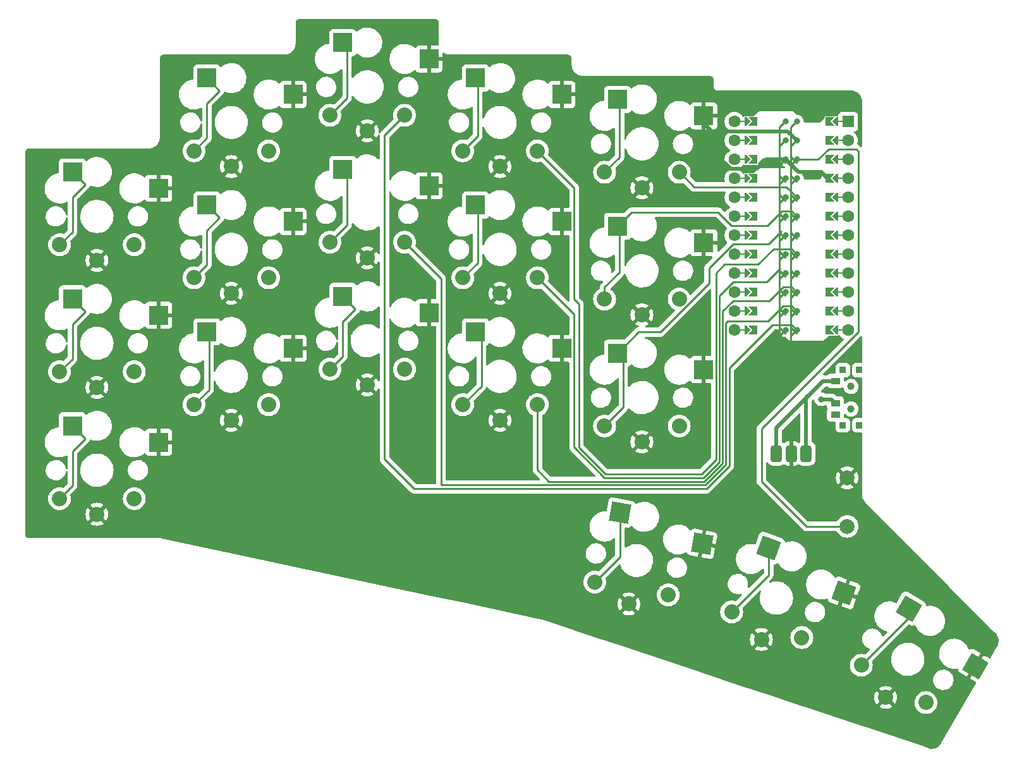
<source format=gbr>
%TF.GenerationSoftware,KiCad,Pcbnew,(6.0.7-1)-1*%
%TF.CreationDate,2022-10-05T19:06:16+03:00*%
%TF.ProjectId,board,626f6172-642e-46b6-9963-61645f706362,v1.0.0*%
%TF.SameCoordinates,Original*%
%TF.FileFunction,Copper,L2,Bot*%
%TF.FilePolarity,Positive*%
%FSLAX46Y46*%
G04 Gerber Fmt 4.6, Leading zero omitted, Abs format (unit mm)*
G04 Created by KiCad (PCBNEW (6.0.7-1)-1) date 2022-10-05 19:06:16*
%MOMM*%
%LPD*%
G01*
G04 APERTURE LIST*
G04 Aperture macros list*
%AMRoundRect*
0 Rectangle with rounded corners*
0 $1 Rounding radius*
0 $2 $3 $4 $5 $6 $7 $8 $9 X,Y pos of 4 corners*
0 Add a 4 corners polygon primitive as box body*
4,1,4,$2,$3,$4,$5,$6,$7,$8,$9,$2,$3,0*
0 Add four circle primitives for the rounded corners*
1,1,$1+$1,$2,$3*
1,1,$1+$1,$4,$5*
1,1,$1+$1,$6,$7*
1,1,$1+$1,$8,$9*
0 Add four rect primitives between the rounded corners*
20,1,$1+$1,$2,$3,$4,$5,0*
20,1,$1+$1,$4,$5,$6,$7,0*
20,1,$1+$1,$6,$7,$8,$9,0*
20,1,$1+$1,$8,$9,$2,$3,0*%
%AMRotRect*
0 Rectangle, with rotation*
0 The origin of the aperture is its center*
0 $1 length*
0 $2 width*
0 $3 Rotation angle, in degrees counterclockwise*
0 Add horizontal line*
21,1,$1,$2,0,0,$3*%
%AMFreePoly0*
4,1,5,0.125000,-0.500000,-0.125000,-0.500000,-0.125000,0.500000,0.125000,0.500000,0.125000,-0.500000,0.125000,-0.500000,$1*%
%AMFreePoly1*
4,1,6,0.600000,-0.250000,-0.600000,-0.250000,-0.600000,1.000000,0.000000,0.400000,0.600000,1.000000,0.600000,-0.250000,0.600000,-0.250000,$1*%
%AMFreePoly2*
4,1,6,0.600000,0.200000,0.000000,-0.400000,-0.600000,0.200000,-0.600000,0.400000,0.600000,0.400000,0.600000,0.200000,0.600000,0.200000,$1*%
%AMFreePoly3*
4,1,49,0.004773,0.123721,0.009154,0.124665,0.028961,0.117240,0.062500,0.108253,0.068237,0.102516,0.075053,0.099961,0.087617,0.083136,0.108253,0.062500,0.111178,0.051584,0.117161,0.043572,0.118539,0.024114,0.125000,0.000000,0.121239,-0.014035,0.122131,-0.026629,0.113759,-0.041951,0.108253,-0.062500,0.095644,-0.075109,0.088389,-0.088388,-0.641000,-0.817776,-0.641000,-4.770224,
0.088389,-5.499612,0.109852,-5.528356,0.124665,-5.597154,0.099961,-5.663053,0.043572,-5.705161,-0.026629,-5.710131,-0.088388,-5.676389,-0.854388,-4.910388,-0.867707,-4.892552,-0.871189,-4.889530,-0.871982,-4.886826,-0.875852,-4.881644,-0.882331,-4.851549,-0.891000,-4.822000,-0.891000,-0.766000,-0.887805,-0.743969,-0.888131,-0.739371,-0.886780,-0.736898,-0.885852,-0.730498,-0.869151,-0.704632,
-0.854388,-0.677612,-0.088388,0.088389,-0.064606,0.106147,-0.062500,0.108253,-0.061385,0.108552,-0.059644,0.109852,-0.043806,0.113262,0.000000,0.125000,0.004773,0.123721,0.004773,0.123721,$1*%
G04 Aperture macros list end*
%TA.AperFunction,SMDPad,CuDef*%
%ADD10R,2.600000X2.600000*%
%TD*%
%TA.AperFunction,ComponentPad*%
%ADD11C,2.032000*%
%TD*%
%TA.AperFunction,SMDPad,CuDef*%
%ADD12RotRect,2.600000X2.600000X350.000000*%
%TD*%
%TA.AperFunction,SMDPad,CuDef*%
%ADD13RotRect,2.600000X2.600000X340.000000*%
%TD*%
%TA.AperFunction,SMDPad,CuDef*%
%ADD14RotRect,2.600000X2.600000X330.000000*%
%TD*%
%TA.AperFunction,ComponentPad*%
%ADD15C,1.600000*%
%TD*%
%TA.AperFunction,ComponentPad*%
%ADD16R,1.600000X1.600000*%
%TD*%
%TA.AperFunction,SMDPad,CuDef*%
%ADD17FreePoly0,90.000000*%
%TD*%
%TA.AperFunction,SMDPad,CuDef*%
%ADD18FreePoly1,90.000000*%
%TD*%
%TA.AperFunction,SMDPad,CuDef*%
%ADD19FreePoly2,90.000000*%
%TD*%
%TA.AperFunction,SMDPad,CuDef*%
%ADD20FreePoly0,270.000000*%
%TD*%
%TA.AperFunction,SMDPad,CuDef*%
%ADD21FreePoly2,270.000000*%
%TD*%
%TA.AperFunction,SMDPad,CuDef*%
%ADD22FreePoly1,270.000000*%
%TD*%
%TA.AperFunction,SMDPad,CuDef*%
%ADD23FreePoly3,90.000000*%
%TD*%
%TA.AperFunction,SMDPad,CuDef*%
%ADD24FreePoly3,270.000000*%
%TD*%
%TA.AperFunction,ComponentPad*%
%ADD25C,0.800000*%
%TD*%
%TA.AperFunction,WasherPad*%
%ADD26C,1.000000*%
%TD*%
%TA.AperFunction,SMDPad,CuDef*%
%ADD27R,1.250000X0.900000*%
%TD*%
%TA.AperFunction,SMDPad,CuDef*%
%ADD28R,0.900000X0.900000*%
%TD*%
%TA.AperFunction,ComponentPad*%
%ADD29RoundRect,0.375000X-0.375000X-0.750000X0.375000X-0.750000X0.375000X0.750000X-0.375000X0.750000X0*%
%TD*%
%TA.AperFunction,ComponentPad*%
%ADD30C,2.000000*%
%TD*%
%TA.AperFunction,ViaPad*%
%ADD31C,0.800000*%
%TD*%
%TA.AperFunction,Conductor*%
%ADD32C,0.250000*%
%TD*%
%TA.AperFunction,Conductor*%
%ADD33C,0.500000*%
%TD*%
G04 APERTURE END LIST*
D10*
%TO.P,S1,1*%
%TO.N,P6*%
X64725000Y55950000D03*
%TO.P,S1,2*%
%TO.N,GND*%
X76275000Y53750000D03*
%TD*%
D11*
%TO.P,S2,1*%
%TO.N,P6*%
X63000000Y46200000D03*
%TO.P,S2,2*%
%TO.N,GND*%
X68000000Y44100000D03*
%TO.P,S2,1*%
%TO.N,P6*%
X73000000Y46200000D03*
%TO.P,S2,2*%
%TO.N,GND*%
X68000000Y44100000D03*
%TD*%
D10*
%TO.P,S3,1*%
%TO.N,P5*%
X64725000Y72950000D03*
%TO.P,S3,2*%
%TO.N,GND*%
X76275000Y70750000D03*
%TD*%
D11*
%TO.P,S4,1*%
%TO.N,P5*%
X63000000Y63200000D03*
%TO.P,S4,2*%
%TO.N,GND*%
X68000000Y61100000D03*
%TO.P,S4,1*%
%TO.N,P5*%
X73000000Y63200000D03*
%TO.P,S4,2*%
%TO.N,GND*%
X68000000Y61100000D03*
%TD*%
D10*
%TO.P,S5,1*%
%TO.N,P4*%
X64725000Y89950000D03*
%TO.P,S5,2*%
%TO.N,GND*%
X76275000Y87750000D03*
%TD*%
D11*
%TO.P,S6,1*%
%TO.N,P4*%
X63000000Y80200000D03*
%TO.P,S6,2*%
%TO.N,GND*%
X68000000Y78100000D03*
%TO.P,S6,1*%
%TO.N,P4*%
X73000000Y80200000D03*
%TO.P,S6,2*%
%TO.N,GND*%
X68000000Y78100000D03*
%TD*%
D10*
%TO.P,S7,1*%
%TO.N,P3*%
X82725000Y68523000D03*
%TO.P,S7,2*%
%TO.N,GND*%
X94275000Y66323000D03*
%TD*%
D11*
%TO.P,S8,1*%
%TO.N,P3*%
X81000000Y58773000D03*
%TO.P,S8,2*%
%TO.N,GND*%
X86000000Y56673000D03*
%TO.P,S8,1*%
%TO.N,P3*%
X91000000Y58773000D03*
%TO.P,S8,2*%
%TO.N,GND*%
X86000000Y56673000D03*
%TD*%
D10*
%TO.P,S9,1*%
%TO.N,P2*%
X82725000Y85523000D03*
%TO.P,S9,2*%
%TO.N,GND*%
X94275000Y83323000D03*
%TD*%
D11*
%TO.P,S10,1*%
%TO.N,P2*%
X81000000Y75773000D03*
%TO.P,S10,2*%
%TO.N,GND*%
X86000000Y73673000D03*
%TO.P,S10,1*%
%TO.N,P2*%
X91000000Y75773000D03*
%TO.P,S10,2*%
%TO.N,GND*%
X86000000Y73673000D03*
%TD*%
D10*
%TO.P,S11,1*%
%TO.N,P0*%
X82725000Y102523000D03*
%TO.P,S11,2*%
%TO.N,GND*%
X94275000Y100323000D03*
%TD*%
D11*
%TO.P,S12,1*%
%TO.N,P0*%
X81000000Y92773000D03*
%TO.P,S12,2*%
%TO.N,GND*%
X86000000Y90673000D03*
%TO.P,S12,1*%
%TO.N,P0*%
X91000000Y92773000D03*
%TO.P,S12,2*%
%TO.N,GND*%
X86000000Y90673000D03*
%TD*%
D10*
%TO.P,S13,1*%
%TO.N,P1*%
X100925000Y73285500D03*
%TO.P,S13,2*%
%TO.N,GND*%
X112475000Y71085500D03*
%TD*%
D11*
%TO.P,S14,1*%
%TO.N,P1*%
X99200000Y63535500D03*
%TO.P,S14,2*%
%TO.N,GND*%
X104200000Y61435500D03*
%TO.P,S14,1*%
%TO.N,P1*%
X109200000Y63535500D03*
%TO.P,S14,2*%
%TO.N,GND*%
X104200000Y61435500D03*
%TD*%
D10*
%TO.P,S15,1*%
%TO.N,P16*%
X100925000Y90285500D03*
%TO.P,S15,2*%
%TO.N,GND*%
X112475000Y88085500D03*
%TD*%
D11*
%TO.P,S16,1*%
%TO.N,P16*%
X99200000Y80535500D03*
%TO.P,S16,2*%
%TO.N,GND*%
X104200000Y78435500D03*
%TO.P,S16,1*%
%TO.N,P16*%
X109200000Y80535500D03*
%TO.P,S16,2*%
%TO.N,GND*%
X104200000Y78435500D03*
%TD*%
D10*
%TO.P,S17,1*%
%TO.N,P10*%
X100925000Y107285500D03*
%TO.P,S17,2*%
%TO.N,GND*%
X112475000Y105085500D03*
%TD*%
D11*
%TO.P,S18,1*%
%TO.N,P10*%
X99200000Y97535500D03*
%TO.P,S18,2*%
%TO.N,GND*%
X104200000Y95435500D03*
%TO.P,S18,1*%
%TO.N,P10*%
X109200000Y97535500D03*
%TO.P,S18,2*%
%TO.N,GND*%
X104200000Y95435500D03*
%TD*%
D10*
%TO.P,S19,1*%
%TO.N,P14*%
X118725000Y68523000D03*
%TO.P,S19,2*%
%TO.N,GND*%
X130275000Y66323000D03*
%TD*%
D11*
%TO.P,S20,1*%
%TO.N,P14*%
X117000000Y58773000D03*
%TO.P,S20,2*%
%TO.N,GND*%
X122000000Y56673000D03*
%TO.P,S20,1*%
%TO.N,P14*%
X127000000Y58773000D03*
%TO.P,S20,2*%
%TO.N,GND*%
X122000000Y56673000D03*
%TD*%
D10*
%TO.P,S21,1*%
%TO.N,P15*%
X118725000Y85523000D03*
%TO.P,S21,2*%
%TO.N,GND*%
X130275000Y83323000D03*
%TD*%
D11*
%TO.P,S22,1*%
%TO.N,P15*%
X117000000Y75773000D03*
%TO.P,S22,2*%
%TO.N,GND*%
X122000000Y73673000D03*
%TO.P,S22,1*%
%TO.N,P15*%
X127000000Y75773000D03*
%TO.P,S22,2*%
%TO.N,GND*%
X122000000Y73673000D03*
%TD*%
D10*
%TO.P,S23,1*%
%TO.N,P18*%
X118725000Y102523000D03*
%TO.P,S23,2*%
%TO.N,GND*%
X130275000Y100323000D03*
%TD*%
D11*
%TO.P,S24,1*%
%TO.N,P18*%
X117000000Y92773000D03*
%TO.P,S24,2*%
%TO.N,GND*%
X122000000Y90673000D03*
%TO.P,S24,1*%
%TO.N,P18*%
X127000000Y92773000D03*
%TO.P,S24,2*%
%TO.N,GND*%
X122000000Y90673000D03*
%TD*%
D10*
%TO.P,S25,1*%
%TO.N,P19*%
X137725000Y65665500D03*
%TO.P,S25,2*%
%TO.N,GND*%
X149275000Y63465500D03*
%TD*%
D11*
%TO.P,S26,1*%
%TO.N,P19*%
X136000000Y55915500D03*
%TO.P,S26,2*%
%TO.N,GND*%
X141000000Y53815500D03*
%TO.P,S26,1*%
%TO.N,P19*%
X146000000Y55915500D03*
%TO.P,S26,2*%
%TO.N,GND*%
X141000000Y53815500D03*
%TD*%
D10*
%TO.P,S27,1*%
%TO.N,P20*%
X137725000Y82665500D03*
%TO.P,S27,2*%
%TO.N,GND*%
X149275000Y80465500D03*
%TD*%
D11*
%TO.P,S28,1*%
%TO.N,P20*%
X136000000Y72915500D03*
%TO.P,S28,2*%
%TO.N,GND*%
X141000000Y70815500D03*
%TO.P,S28,1*%
%TO.N,P20*%
X146000000Y72915500D03*
%TO.P,S28,2*%
%TO.N,GND*%
X141000000Y70815500D03*
%TD*%
D10*
%TO.P,S29,1*%
%TO.N,P21*%
X137725000Y99665500D03*
%TO.P,S29,2*%
%TO.N,GND*%
X149275000Y97465500D03*
%TD*%
D11*
%TO.P,S30,1*%
%TO.N,P21*%
X136000000Y89915500D03*
%TO.P,S30,2*%
%TO.N,GND*%
X141000000Y87815500D03*
%TO.P,S30,1*%
%TO.N,P21*%
X146000000Y89915500D03*
%TO.P,S30,2*%
%TO.N,GND*%
X141000000Y87815500D03*
%TD*%
D12*
%TO.P,S31,1*%
%TO.N,P7*%
X138073780Y44326169D03*
%TO.P,S31,2*%
%TO.N,GND*%
X149066284Y40153955D03*
%TD*%
D11*
%TO.P,S32,1*%
%TO.N,P7*%
X134681917Y35023836D03*
%TO.P,S32,2*%
%TO.N,GND*%
X139241295Y32087499D03*
%TO.P,S32,1*%
%TO.N,P7*%
X144529995Y33287355D03*
%TO.P,S32,2*%
%TO.N,GND*%
X139241295Y32087499D03*
%TD*%
D13*
%TO.P,S33,1*%
%TO.N,P8*%
X157975011Y39584659D03*
%TO.P,S33,2*%
%TO.N,GND*%
X168076016Y33567003D03*
%TD*%
D11*
%TO.P,S34,1*%
%TO.N,P8*%
X153019344Y31012641D03*
%TO.P,S34,2*%
%TO.N,GND*%
X156999565Y27329186D03*
%TO.P,S34,1*%
%TO.N,P8*%
X162416271Y27592439D03*
%TO.P,S34,2*%
%TO.N,GND*%
X156999565Y27329186D03*
%TD*%
D14*
%TO.P,S35,1*%
%TO.N,P9*%
X176750542Y31459370D03*
%TO.P,S35,2*%
%TO.N,GND*%
X185653135Y23779114D03*
%TD*%
D11*
%TO.P,S36,1*%
%TO.N,P9*%
X170381648Y23878122D03*
%TO.P,S36,2*%
%TO.N,GND*%
X173661775Y19559469D03*
%TO.P,S36,1*%
%TO.N,P9*%
X179041902Y18878122D03*
%TO.P,S36,2*%
%TO.N,GND*%
X173661775Y19559469D03*
%TD*%
D15*
%TO.P,MCU1,*%
%TO.N,*%
X153380000Y96685500D03*
X153380000Y94145500D03*
X153380000Y91605500D03*
X153380000Y89065500D03*
X153380000Y86525500D03*
X153380000Y83985500D03*
X153380000Y81445500D03*
X153380000Y78905500D03*
X153380000Y76365500D03*
X153380000Y73825500D03*
X153380000Y71285500D03*
X153380000Y68745500D03*
X168620000Y68745500D03*
X168620000Y71285500D03*
X168620000Y73825500D03*
X168620000Y76365500D03*
X168620000Y78905500D03*
X168620000Y81445500D03*
X168620000Y83985500D03*
X168620000Y86525500D03*
X168620000Y89065500D03*
X168620000Y91605500D03*
X168620000Y94145500D03*
X168620000Y96685500D03*
D16*
X168620000Y96685500D03*
D17*
X154650000Y96685500D03*
D18*
%TO.P,MCU1,1*%
%TO.N,RAW*%
X156174000Y96685500D03*
D19*
%TO.P,MCU1,*%
%TO.N,*%
X155158000Y96685500D03*
D17*
X154650000Y94145500D03*
D19*
X155158000Y94145500D03*
D18*
%TO.P,MCU1,2*%
%TO.N,N/C*%
X156174000Y94145500D03*
D17*
%TO.P,MCU1,*%
%TO.N,*%
X154650000Y91605500D03*
D19*
X155158000Y91605500D03*
D18*
%TO.P,MCU1,3*%
%TO.N,RST*%
X156174000Y91605500D03*
D17*
%TO.P,MCU1,*%
%TO.N,*%
X154650000Y89065500D03*
D19*
X155158000Y89065500D03*
D18*
%TO.P,MCU1,4*%
%TO.N,VCC*%
X156174000Y89065500D03*
D17*
%TO.P,MCU1,*%
%TO.N,*%
X154650000Y86525500D03*
D19*
X155158000Y86525500D03*
D18*
%TO.P,MCU1,5*%
%TO.N,P21*%
X156174000Y86525500D03*
D17*
%TO.P,MCU1,*%
%TO.N,*%
X154650000Y83985500D03*
D19*
X155158000Y83985500D03*
D18*
%TO.P,MCU1,6*%
%TO.N,P20*%
X156174000Y83985500D03*
D17*
%TO.P,MCU1,*%
%TO.N,*%
X154650000Y81445500D03*
D19*
X155158000Y81445500D03*
D18*
%TO.P,MCU1,7*%
%TO.N,P19*%
X156174000Y81445500D03*
D17*
%TO.P,MCU1,*%
%TO.N,*%
X154650000Y78905500D03*
D19*
X155158000Y78905500D03*
D18*
%TO.P,MCU1,8*%
%TO.N,P18*%
X156174000Y78905500D03*
D17*
%TO.P,MCU1,*%
%TO.N,*%
X154650000Y76365500D03*
D19*
X155158000Y76365500D03*
D18*
%TO.P,MCU1,9*%
%TO.N,P15*%
X156174000Y76365500D03*
D17*
%TO.P,MCU1,*%
%TO.N,*%
X154650000Y73825500D03*
D19*
X155158000Y73825500D03*
D18*
%TO.P,MCU1,10*%
%TO.N,P14*%
X156174000Y73825500D03*
D17*
%TO.P,MCU1,*%
%TO.N,*%
X154650000Y71285500D03*
D19*
X155158000Y71285500D03*
D18*
%TO.P,MCU1,11*%
%TO.N,P16*%
X156174000Y71285500D03*
D17*
%TO.P,MCU1,*%
%TO.N,*%
X154650000Y68745500D03*
D19*
X155158000Y68745500D03*
D18*
%TO.P,MCU1,12*%
%TO.N,P10*%
X156174000Y68745500D03*
D20*
%TO.P,MCU1,*%
%TO.N,*%
X167350000Y96685500D03*
D21*
X166842000Y96685500D03*
D22*
%TO.P,MCU1,24*%
%TO.N,P1*%
X165826000Y96685500D03*
%TO.P,MCU1,23*%
%TO.N,P0*%
X165826000Y94145500D03*
D20*
%TO.P,MCU1,*%
%TO.N,*%
X167350000Y94145500D03*
D21*
X166842000Y94145500D03*
D22*
%TO.P,MCU1,22*%
%TO.N,GND*%
X165826000Y91605500D03*
D20*
%TO.P,MCU1,*%
%TO.N,*%
X167350000Y91605500D03*
D21*
X166842000Y91605500D03*
D22*
%TO.P,MCU1,21*%
%TO.N,GND*%
X165826000Y89065500D03*
D20*
%TO.P,MCU1,*%
%TO.N,*%
X167350000Y89065500D03*
D21*
X166842000Y89065500D03*
D22*
%TO.P,MCU1,20*%
%TO.N,P2*%
X165826000Y86525500D03*
D20*
%TO.P,MCU1,*%
%TO.N,*%
X167350000Y86525500D03*
D21*
X166842000Y86525500D03*
D22*
%TO.P,MCU1,19*%
%TO.N,P3*%
X165826000Y83985500D03*
D20*
%TO.P,MCU1,*%
%TO.N,*%
X167350000Y83985500D03*
D21*
X166842000Y83985500D03*
D22*
%TO.P,MCU1,18*%
%TO.N,P4*%
X165826000Y81445500D03*
D20*
%TO.P,MCU1,*%
%TO.N,*%
X167350000Y81445500D03*
D21*
X166842000Y81445500D03*
D22*
%TO.P,MCU1,17*%
%TO.N,P5*%
X165826000Y78905500D03*
D20*
%TO.P,MCU1,*%
%TO.N,*%
X167350000Y78905500D03*
D21*
X166842000Y78905500D03*
D22*
%TO.P,MCU1,16*%
%TO.N,P6*%
X165826000Y76365500D03*
D20*
%TO.P,MCU1,*%
%TO.N,*%
X167350000Y76365500D03*
D21*
X166842000Y76365500D03*
D22*
%TO.P,MCU1,15*%
%TO.N,P7*%
X165826000Y73825500D03*
D20*
%TO.P,MCU1,*%
%TO.N,*%
X167350000Y73825500D03*
D21*
X166842000Y73825500D03*
D22*
%TO.P,MCU1,14*%
%TO.N,P8*%
X165826000Y71285500D03*
D20*
%TO.P,MCU1,*%
%TO.N,*%
X167350000Y71285500D03*
D21*
X166842000Y71285500D03*
D22*
%TO.P,MCU1,13*%
%TO.N,P9*%
X165826000Y68745500D03*
D20*
%TO.P,MCU1,*%
%TO.N,*%
X167350000Y68745500D03*
D21*
X166842000Y68745500D03*
D23*
%TO.P,MCU1,23*%
%TO.N,P0*%
X160238000Y94145500D03*
D24*
%TO.P,MCU1,2*%
%TO.N,GND*%
X161762000Y94145500D03*
D25*
X161762000Y94145500D03*
%TO.P,MCU1,23*%
%TO.N,P0*%
X160238000Y94145500D03*
%TO.P,MCU1,24*%
%TO.N,P1*%
X160238000Y96685500D03*
%TO.P,MCU1,1*%
%TO.N,RAW*%
X161762000Y96685500D03*
D23*
%TO.P,MCU1,24*%
%TO.N,P1*%
X160238000Y96685500D03*
D24*
%TO.P,MCU1,1*%
%TO.N,RAW*%
X161762000Y96685500D03*
D25*
%TO.P,MCU1,22*%
%TO.N,GND*%
X160238000Y91605500D03*
%TO.P,MCU1,3*%
%TO.N,RST*%
X161762000Y91605500D03*
D23*
%TO.P,MCU1,22*%
%TO.N,GND*%
X160238000Y91605500D03*
D24*
%TO.P,MCU1,3*%
%TO.N,RST*%
X161762000Y91605500D03*
D25*
%TO.P,MCU1,21*%
%TO.N,GND*%
X160238000Y89065500D03*
%TO.P,MCU1,4*%
%TO.N,VCC*%
X161762000Y89065500D03*
D23*
%TO.P,MCU1,21*%
%TO.N,GND*%
X160238000Y89065500D03*
D24*
%TO.P,MCU1,4*%
%TO.N,VCC*%
X161762000Y89065500D03*
D25*
%TO.P,MCU1,20*%
%TO.N,P2*%
X160238000Y86525500D03*
%TO.P,MCU1,5*%
%TO.N,P21*%
X161762000Y86525500D03*
D23*
%TO.P,MCU1,20*%
%TO.N,P2*%
X160238000Y86525500D03*
D24*
%TO.P,MCU1,5*%
%TO.N,P21*%
X161762000Y86525500D03*
D25*
%TO.P,MCU1,19*%
%TO.N,P3*%
X160238000Y83985500D03*
%TO.P,MCU1,6*%
%TO.N,P20*%
X161762000Y83985500D03*
D23*
%TO.P,MCU1,19*%
%TO.N,P3*%
X160238000Y83985500D03*
D24*
%TO.P,MCU1,6*%
%TO.N,P20*%
X161762000Y83985500D03*
D25*
%TO.P,MCU1,18*%
%TO.N,P4*%
X160238000Y81445500D03*
%TO.P,MCU1,7*%
%TO.N,P19*%
X161762000Y81445500D03*
D23*
%TO.P,MCU1,18*%
%TO.N,P4*%
X160238000Y81445500D03*
D24*
%TO.P,MCU1,7*%
%TO.N,P19*%
X161762000Y81445500D03*
D25*
%TO.P,MCU1,17*%
%TO.N,P5*%
X160238000Y78905500D03*
%TO.P,MCU1,8*%
%TO.N,P18*%
X161762000Y78905500D03*
D23*
%TO.P,MCU1,17*%
%TO.N,P5*%
X160238000Y78905500D03*
D24*
%TO.P,MCU1,8*%
%TO.N,P18*%
X161762000Y78905500D03*
D25*
%TO.P,MCU1,16*%
%TO.N,P6*%
X160238000Y76365500D03*
%TO.P,MCU1,9*%
%TO.N,P15*%
X161762000Y76365500D03*
D23*
%TO.P,MCU1,16*%
%TO.N,P6*%
X160238000Y76365500D03*
D24*
%TO.P,MCU1,9*%
%TO.N,P15*%
X161762000Y76365500D03*
D25*
%TO.P,MCU1,15*%
%TO.N,P7*%
X160238000Y73825500D03*
%TO.P,MCU1,10*%
%TO.N,P14*%
X161762000Y73825500D03*
D23*
%TO.P,MCU1,15*%
%TO.N,P7*%
X160238000Y73825500D03*
D24*
%TO.P,MCU1,10*%
%TO.N,P14*%
X161762000Y73825500D03*
D25*
%TO.P,MCU1,14*%
%TO.N,P8*%
X160238000Y71285500D03*
%TO.P,MCU1,11*%
%TO.N,P16*%
X161762000Y71285500D03*
D23*
%TO.P,MCU1,14*%
%TO.N,P8*%
X160238000Y71285500D03*
D24*
%TO.P,MCU1,11*%
%TO.N,P16*%
X161762000Y71285500D03*
D25*
%TO.P,MCU1,13*%
%TO.N,P9*%
X160238000Y68745500D03*
%TO.P,MCU1,12*%
%TO.N,P10*%
X161762000Y68745500D03*
D23*
%TO.P,MCU1,13*%
%TO.N,P9*%
X160238000Y68745500D03*
D24*
%TO.P,MCU1,12*%
%TO.N,P10*%
X161762000Y68745500D03*
%TD*%
D26*
%TO.P,T1,*%
%TO.N,*%
X169000000Y58215500D03*
X169000000Y61215500D03*
%TD*%
%TO.P,T2,*%
%TO.N,*%
X169000000Y58215500D03*
X169000000Y61215500D03*
D27*
%TO.P,T2,1*%
%TO.N,Braw*%
X166925000Y61965500D03*
%TO.P,T2,2*%
%TO.N,RAW*%
X166925000Y58965500D03*
%TO.P,T2,3*%
%TO.N,N/C*%
X166925000Y57465500D03*
D28*
%TO.P,T2,*%
%TO.N,*%
X170100000Y56015500D03*
X167900000Y56015500D03*
X167900000Y63415500D03*
X170100000Y63415500D03*
%TD*%
D29*
%TO.P,PAD1,1*%
%TO.N,Braw*%
X159000000Y52215500D03*
%TO.P,PAD1,2*%
%TO.N,GND*%
X161000000Y52215500D03*
%TO.P,PAD1,1*%
%TO.N,Braw*%
X163000000Y52215500D03*
%TD*%
D30*
%TO.P,B1,2*%
%TO.N,GND*%
X168500000Y48965500D03*
%TO.P,B1,1*%
%TO.N,RST*%
X168500000Y42465500D03*
%TD*%
D31*
%TO.N,RAW*%
X165000000Y59500000D03*
%TD*%
D32*
%TO.N,P18*%
X132568198Y72231802D02*
X132568198Y53068198D01*
X136136396Y49500000D02*
X149000000Y49500000D01*
X131900000Y72900000D02*
X132568198Y72231802D01*
X132568198Y53068198D02*
X136136396Y49500000D01*
X127000000Y92773000D02*
X131900000Y87873000D01*
X149000000Y49500000D02*
X150905000Y51405000D01*
X131900000Y87873000D02*
X131900000Y72900000D01*
X150905000Y51405000D02*
X150905000Y76405000D01*
X158630500Y79630500D02*
X161037000Y79630500D01*
X152056317Y77556317D02*
X156556317Y77556317D01*
X156556317Y77556317D02*
X158630500Y79630500D01*
X150905000Y76405000D02*
X152056317Y77556317D01*
X161037000Y79630500D02*
X161762000Y78905500D01*
%TO.N,P15*%
X127000000Y75773000D02*
X131900000Y70873000D01*
X131900000Y70873000D02*
X131900000Y53100000D01*
X131900000Y53100000D02*
X136000000Y49000000D01*
X136000000Y49000000D02*
X149227208Y49000000D01*
X151355000Y51127792D02*
X151355000Y73391491D01*
X149227208Y49000000D02*
X151355000Y51127792D01*
X151355000Y73391491D02*
X153204009Y75240500D01*
X153204009Y75240500D02*
X157740500Y75240500D01*
X157740500Y75240500D02*
X159500000Y77000000D01*
%TO.N,P14*%
X127000000Y50050000D02*
X128550000Y48500000D01*
X128550000Y48500000D02*
X149363604Y48500000D01*
X149363604Y48500000D02*
X151805000Y50941396D01*
X151805000Y50941396D02*
X151805000Y71305000D01*
X127000000Y58773000D02*
X127000000Y50050000D01*
X151805000Y71305000D02*
X153200500Y72700500D01*
X153200500Y72700500D02*
X158087695Y72700500D01*
X158087695Y72700500D02*
X159937695Y74550500D01*
X159937695Y74550500D02*
X161037000Y74550500D01*
X161037000Y74550500D02*
X161762000Y73825500D01*
%TO.N,P16*%
X109200000Y80535500D02*
X114100000Y75635500D01*
X114100000Y75635500D02*
X114100000Y48000000D01*
X114100000Y48000000D02*
X149500000Y48000000D01*
X149500000Y48000000D02*
X152255000Y50755000D01*
X152255000Y50755000D02*
X152255000Y69755001D01*
X152255000Y69755001D02*
X152499999Y70000000D01*
X152499999Y70000000D02*
X157927195Y70000000D01*
X157927195Y70000000D02*
X159937695Y72010500D01*
X159937695Y72010500D02*
X161037000Y72010500D01*
X161037000Y72010500D02*
X161762000Y71285500D01*
%TO.N,P10*%
X109200000Y97535500D02*
X106500000Y94835500D01*
X106500000Y94835500D02*
X106500000Y51500000D01*
X106500000Y51500000D02*
X110500000Y47500000D01*
X110500000Y47500000D02*
X149636396Y47500000D01*
X149636396Y47500000D02*
X152705000Y50568604D01*
X152705000Y50568604D02*
X152705000Y63705000D01*
X152705000Y63705000D02*
X158470500Y69470500D01*
X158470500Y69470500D02*
X161037000Y69470500D01*
X161037000Y69470500D02*
X161762000Y68745500D01*
D33*
%TO.N,GND*%
X149275000Y97465500D02*
X149275000Y96482733D01*
X150362233Y95395500D02*
X160512000Y95395500D01*
X149275000Y96482733D02*
X150362233Y95395500D01*
X160512000Y95395500D02*
X161762000Y94145500D01*
X160238000Y91605500D02*
X161928000Y89915500D01*
X161928000Y89915500D02*
X164976000Y89915500D01*
X164976000Y89915500D02*
X165826000Y89065500D01*
X149275000Y97465500D02*
X149275000Y93942733D01*
X149275000Y93942733D02*
X152862233Y90355500D01*
X152862233Y90355500D02*
X156355500Y90355500D01*
X156355500Y90355500D02*
X157605500Y91605500D01*
X157605500Y91605500D02*
X160238000Y91605500D01*
D32*
%TO.N,P21*%
X137725000Y99665500D02*
X138000000Y99390500D01*
X138000000Y91915500D02*
X136000000Y89915500D01*
X138000000Y99390500D02*
X138000000Y91915500D01*
%TO.N,P20*%
X138000000Y82390500D02*
X138000000Y76500000D01*
X137725000Y82665500D02*
X138000000Y82390500D01*
X138000000Y76500000D02*
X136000000Y74500000D01*
X136000000Y74500000D02*
X136000000Y72915500D01*
%TO.N,P15*%
X118725000Y85523000D02*
X119000000Y85248000D01*
X119000000Y85248000D02*
X119000000Y77773000D01*
X119000000Y77773000D02*
X117000000Y75773000D01*
%TO.N,P18*%
X118725000Y102523000D02*
X119000000Y102248000D01*
X119000000Y102248000D02*
X119000000Y94773000D01*
X119000000Y94773000D02*
X117000000Y92773000D01*
%TO.N,P16*%
X100925000Y90285500D02*
X101500000Y89710500D01*
X101500000Y89710500D02*
X101500000Y82835500D01*
X101500000Y82835500D02*
X99200000Y80535500D01*
%TO.N,P10*%
X100925000Y107285500D02*
X101500000Y106710500D01*
X101500000Y106710500D02*
X101500000Y99835500D01*
X101500000Y99835500D02*
X99200000Y97535500D01*
%TO.N,P2*%
X82725000Y85523000D02*
X84428302Y83819698D01*
X84428302Y83819698D02*
X82725000Y82116396D01*
X82725000Y82116396D02*
X82725000Y77498000D01*
X82725000Y77498000D02*
X81000000Y75773000D01*
%TO.N,P0*%
X82725000Y102523000D02*
X84428302Y100819698D01*
X84428302Y100819698D02*
X82725000Y99116396D01*
X82725000Y99116396D02*
X82725000Y94498000D01*
X82725000Y94498000D02*
X81000000Y92773000D01*
%TO.N,P4*%
X64725000Y89950000D02*
X66428302Y88246698D01*
X66428302Y88246698D02*
X64725000Y86543396D01*
X64725000Y86543396D02*
X64725000Y81925000D01*
X64725000Y81925000D02*
X63000000Y80200000D01*
%TO.N,P5*%
X64725000Y72950000D02*
X66428302Y71246698D01*
X66428302Y71246698D02*
X64725000Y69543396D01*
X64725000Y69543396D02*
X64725000Y64925000D01*
X64725000Y64925000D02*
X63000000Y63200000D01*
%TO.N,P6*%
X64725000Y55950000D02*
X66428302Y54246698D01*
X66428302Y54246698D02*
X64725000Y52543396D01*
X64725000Y52543396D02*
X64725000Y47925000D01*
X64725000Y47925000D02*
X63000000Y46200000D01*
%TO.N,P3*%
X82725000Y68523000D02*
X83000000Y68248000D01*
X83000000Y68248000D02*
X83000000Y60773000D01*
X83000000Y60773000D02*
X81000000Y58773000D01*
%TO.N,P1*%
X100925000Y73285500D02*
X102628302Y71582198D01*
X102628302Y71582198D02*
X100925000Y69878896D01*
X100925000Y69878896D02*
X100925000Y65260500D01*
X100925000Y65260500D02*
X99200000Y63535500D01*
%TO.N,P14*%
X118725000Y68523000D02*
X119500000Y67748000D01*
X119500000Y67748000D02*
X119500000Y61273000D01*
X119500000Y61273000D02*
X117000000Y58773000D01*
%TO.N,P19*%
X137725000Y65665500D02*
X138500000Y64890500D01*
X138500000Y64890500D02*
X138500000Y58415500D01*
X138500000Y58415500D02*
X136000000Y55915500D01*
%TO.N,P7*%
X138073780Y44326169D02*
X138073780Y38415699D01*
X138073780Y38415699D02*
X134681917Y35023836D01*
%TO.N,P8*%
X157975011Y39584659D02*
X157975011Y35968308D01*
X157975011Y35968308D02*
X153019344Y31012641D01*
%TO.N,P9*%
X176750542Y31459370D02*
X176750542Y30247016D01*
X176750542Y30247016D02*
X170381648Y23878122D01*
D33*
%TO.N,RAW*%
X166390500Y59500000D02*
X166925000Y58965500D01*
X165000000Y59500000D02*
X166390500Y59500000D01*
D32*
%TO.N,RST*%
X170000000Y92700499D02*
X169700499Y93000000D01*
X157000000Y55534509D02*
X170000000Y68534509D01*
X169700499Y93000000D02*
X166000000Y93000000D01*
X170000000Y68534509D02*
X170000000Y92700499D01*
X166000000Y93000000D02*
X164605500Y91605500D01*
X157000000Y48500000D02*
X157000000Y55534509D01*
X168500000Y42465500D02*
X163034500Y42465500D01*
X163034500Y42465500D02*
X157000000Y48500000D01*
X164605500Y91605500D02*
X161762000Y91605500D01*
D33*
%TO.N,Braw*%
X159000000Y55686828D02*
X163906586Y60593414D01*
X163000000Y52215500D02*
X163000000Y59686828D01*
X163906586Y60593414D02*
X165278672Y61965500D01*
X163000000Y59686828D02*
X163906586Y60593414D01*
X159000000Y52215500D02*
X159000000Y55686828D01*
X165278672Y61965500D02*
X166925000Y61965500D01*
D32*
%TO.N,P21*%
X146000000Y89915500D02*
X147975000Y87940500D01*
X160347000Y87940500D02*
X161762000Y86525500D01*
X147975000Y87940500D02*
X160347000Y87940500D01*
%TO.N,P20*%
X137725000Y82665500D02*
X139600001Y84540501D01*
X139600001Y84540501D02*
X151234008Y84540501D01*
X153005009Y82769500D02*
X157769500Y82769500D01*
X151234008Y84540501D02*
X153005009Y82769500D01*
X157769500Y82769500D02*
X159710500Y84710500D01*
X159710500Y84710500D02*
X161037000Y84710500D01*
X161037000Y84710500D02*
X161762000Y83985500D01*
%TO.N,P19*%
X137725000Y65665500D02*
X140559500Y68500000D01*
X140559500Y68500000D02*
X143480961Y68500000D01*
X143480961Y68500000D02*
X150000000Y75019039D01*
X150000000Y75019039D02*
X150000000Y77116491D01*
X150000000Y77116491D02*
X153204009Y80320500D01*
X153204009Y80320500D02*
X157963499Y80320500D01*
X157963499Y80320500D02*
X159642999Y82000000D01*
%TD*%
%TA.AperFunction,Conductor*%
%TO.N,GND*%
G36*
X113270018Y110425500D02*
G01*
X113284852Y110423190D01*
X113284855Y110423190D01*
X113293724Y110421809D01*
X113302626Y110422973D01*
X113302750Y110422989D01*
X113333192Y110423260D01*
X113340621Y110422423D01*
X113395264Y110416266D01*
X113422771Y110409987D01*
X113499853Y110383015D01*
X113525274Y110370773D01*
X113594426Y110327322D01*
X113616485Y110309730D01*
X113674230Y110251985D01*
X113691822Y110229926D01*
X113735273Y110160774D01*
X113747515Y110135353D01*
X113774487Y110058272D01*
X113780766Y110030764D01*
X113787018Y109975274D01*
X113786923Y109959632D01*
X113787800Y109959621D01*
X113787690Y109950649D01*
X113786309Y109941776D01*
X113787473Y109932874D01*
X113787473Y109932872D01*
X113790436Y109910217D01*
X113791500Y109893879D01*
X113791500Y107222367D01*
X113790000Y107202982D01*
X113787690Y107188149D01*
X113787690Y107188145D01*
X113786309Y107179276D01*
X113787792Y107167938D01*
X113788535Y107160594D01*
X113795470Y107063631D01*
X113797983Y107028488D01*
X113782891Y106959114D01*
X113732689Y106908912D01*
X113672304Y106893500D01*
X112747115Y106893500D01*
X112731876Y106889025D01*
X112730671Y106887635D01*
X112729000Y106879952D01*
X112729000Y105357615D01*
X112733475Y105342376D01*
X112734865Y105341171D01*
X112742548Y105339500D01*
X114264884Y105339500D01*
X114280123Y105343975D01*
X114281328Y105345365D01*
X114282999Y105353048D01*
X114282999Y105798480D01*
X114303001Y105866601D01*
X114356657Y105913094D01*
X114426931Y105923198D01*
X114477122Y105904476D01*
X114478753Y105903428D01*
X114482360Y105900728D01*
X114486306Y105898573D01*
X114486308Y105898572D01*
X114529140Y105875184D01*
X114671746Y105797315D01*
X114678744Y105794705D01*
X114869703Y105723481D01*
X114869706Y105723480D01*
X114873921Y105721908D01*
X114878311Y105720953D01*
X114878318Y105720951D01*
X115033229Y105687253D01*
X115084770Y105676041D01*
X115259535Y105663541D01*
X115271446Y105662116D01*
X115282648Y105660231D01*
X115282655Y105660230D01*
X115287448Y105659424D01*
X115293724Y105659347D01*
X115295140Y105659330D01*
X115295143Y105659330D01*
X115300000Y105659271D01*
X115327624Y105663227D01*
X115345486Y105664500D01*
X131050633Y105664500D01*
X131070018Y105663000D01*
X131084852Y105660690D01*
X131084855Y105660690D01*
X131093724Y105659309D01*
X131102626Y105660473D01*
X131102750Y105660489D01*
X131133192Y105660760D01*
X131153870Y105658430D01*
X131195264Y105653766D01*
X131222771Y105647487D01*
X131299853Y105620515D01*
X131325274Y105608273D01*
X131394426Y105564822D01*
X131416485Y105547230D01*
X131474230Y105489485D01*
X131491822Y105467426D01*
X131535273Y105398274D01*
X131547515Y105372853D01*
X131574487Y105295772D01*
X131580766Y105268264D01*
X131587018Y105212774D01*
X131586923Y105197132D01*
X131587800Y105197121D01*
X131587690Y105188149D01*
X131586309Y105179276D01*
X131587473Y105170374D01*
X131587473Y105170372D01*
X131590436Y105147717D01*
X131591500Y105131379D01*
X131591500Y104364867D01*
X131590000Y104345482D01*
X131587690Y104330649D01*
X131587690Y104330645D01*
X131586309Y104321776D01*
X131587474Y104312872D01*
X131587792Y104310438D01*
X131588535Y104303094D01*
X131603041Y104100270D01*
X131603997Y104095876D01*
X131637750Y103940715D01*
X131648908Y103889421D01*
X131650480Y103885206D01*
X131650481Y103885203D01*
X131671415Y103829076D01*
X131724315Y103687246D01*
X131827728Y103497860D01*
X131957040Y103325119D01*
X132109619Y103172540D01*
X132282360Y103043228D01*
X132471746Y102939815D01*
X132572834Y102902111D01*
X132669703Y102865981D01*
X132669706Y102865980D01*
X132673921Y102864408D01*
X132678311Y102863453D01*
X132678318Y102863451D01*
X132833229Y102829753D01*
X132884770Y102818541D01*
X133059535Y102806041D01*
X133071446Y102804616D01*
X133082648Y102802731D01*
X133082655Y102802730D01*
X133087448Y102801924D01*
X133093724Y102801848D01*
X133095140Y102801830D01*
X133095143Y102801830D01*
X133100000Y102801771D01*
X133127624Y102805727D01*
X133145486Y102807000D01*
X150050633Y102807000D01*
X150070018Y102805500D01*
X150084852Y102803190D01*
X150084855Y102803190D01*
X150093724Y102801809D01*
X150102626Y102802973D01*
X150102750Y102802989D01*
X150133192Y102803260D01*
X150153870Y102800930D01*
X150195264Y102796266D01*
X150222771Y102789987D01*
X150299853Y102763015D01*
X150325274Y102750773D01*
X150394426Y102707322D01*
X150416485Y102689730D01*
X150474230Y102631985D01*
X150491822Y102609926D01*
X150535273Y102540774D01*
X150547515Y102515353D01*
X150574487Y102438272D01*
X150580766Y102410764D01*
X150587018Y102355274D01*
X150586923Y102339632D01*
X150587800Y102339621D01*
X150587690Y102330649D01*
X150586309Y102321776D01*
X150587473Y102312874D01*
X150587473Y102312872D01*
X150588771Y102302948D01*
X150590150Y102292407D01*
X150590436Y102290217D01*
X150591500Y102273879D01*
X150591500Y101374123D01*
X150591498Y101373353D01*
X150591024Y101295779D01*
X150593491Y101287148D01*
X150599150Y101267347D01*
X150602728Y101250585D01*
X150606920Y101221313D01*
X150610634Y101213145D01*
X150610634Y101213144D01*
X150617548Y101197938D01*
X150623996Y101180414D01*
X150631051Y101155729D01*
X150635843Y101148135D01*
X150635844Y101148132D01*
X150646830Y101130720D01*
X150654969Y101115637D01*
X150667208Y101088718D01*
X150673069Y101081916D01*
X150683970Y101069265D01*
X150695073Y101054261D01*
X150708776Y101032542D01*
X150715501Y101026603D01*
X150715504Y101026599D01*
X150730938Y101012968D01*
X150742982Y101000776D01*
X150756427Y100985173D01*
X150756430Y100985171D01*
X150762287Y100978373D01*
X150769816Y100973493D01*
X150769817Y100973492D01*
X150783835Y100964406D01*
X150798709Y100953115D01*
X150811217Y100942069D01*
X150817951Y100936122D01*
X150844711Y100923558D01*
X150859691Y100915237D01*
X150876983Y100904029D01*
X150876988Y100904027D01*
X150884515Y100899148D01*
X150893108Y100896578D01*
X150893113Y100896576D01*
X150909120Y100891789D01*
X150926564Y100885128D01*
X150941676Y100878033D01*
X150941678Y100878032D01*
X150949800Y100874219D01*
X150958667Y100872838D01*
X150958668Y100872838D01*
X150968310Y100871337D01*
X150979017Y100869670D01*
X150995732Y100865887D01*
X151015466Y100859985D01*
X151015472Y100859984D01*
X151024066Y100857414D01*
X151033037Y100857359D01*
X151033038Y100857359D01*
X151043097Y100857298D01*
X151058506Y100857204D01*
X151059289Y100857171D01*
X151060386Y100857000D01*
X151091377Y100857000D01*
X151092147Y100856998D01*
X151165785Y100856548D01*
X151165786Y100856548D01*
X151169721Y100856524D01*
X151171065Y100856908D01*
X151172410Y100857000D01*
X168950633Y100857000D01*
X168970018Y100855500D01*
X168984851Y100853190D01*
X168984855Y100853190D01*
X168993724Y100851809D01*
X169008981Y100853804D01*
X169034302Y100854547D01*
X169203285Y100842461D01*
X169221064Y100839904D01*
X169411392Y100798501D01*
X169428641Y100793437D01*
X169611150Y100725364D01*
X169627502Y100717896D01*
X169798458Y100624548D01*
X169813582Y100614828D01*
X169969514Y100498098D01*
X169983100Y100486325D01*
X170120825Y100348600D01*
X170132598Y100335014D01*
X170249328Y100179082D01*
X170259048Y100163958D01*
X170352396Y99993002D01*
X170359864Y99976650D01*
X170427937Y99794141D01*
X170433001Y99776893D01*
X170474404Y99586564D01*
X170476961Y99568785D01*
X170488177Y99411970D01*
X170488540Y99406899D01*
X170487793Y99388935D01*
X170487692Y99380655D01*
X170486309Y99371776D01*
X170488412Y99355695D01*
X170490436Y99340217D01*
X170491500Y99323879D01*
X170491500Y93409094D01*
X170471498Y93340973D01*
X170417842Y93294480D01*
X170347568Y93284376D01*
X170282988Y93313870D01*
X170276405Y93319999D01*
X170204151Y93392253D01*
X170196611Y93400539D01*
X170192499Y93407018D01*
X170154149Y93443031D01*
X170142841Y93453650D01*
X170139999Y93456405D01*
X170120269Y93476135D01*
X170117072Y93478615D01*
X170108050Y93486320D01*
X170081599Y93511159D01*
X170075820Y93516586D01*
X170068874Y93520405D01*
X170068871Y93520407D01*
X170058065Y93526348D01*
X170041546Y93537199D01*
X170038666Y93539433D01*
X170025540Y93549614D01*
X170018271Y93552759D01*
X170018267Y93552762D01*
X169984962Y93567174D01*
X169974312Y93572391D01*
X169935559Y93593695D01*
X169935558Y93593695D01*
X169936004Y93594506D01*
X169885380Y93634005D01*
X169861904Y93701008D01*
X169866030Y93740092D01*
X169913543Y93917413D01*
X169933498Y94145500D01*
X169913543Y94373587D01*
X169900312Y94422967D01*
X169855707Y94589433D01*
X169855706Y94589435D01*
X169854284Y94594743D01*
X169849922Y94604098D01*
X169759849Y94797262D01*
X169759846Y94797267D01*
X169757523Y94802249D01*
X169667314Y94931081D01*
X169629357Y94985289D01*
X169629355Y94985292D01*
X169626198Y94989800D01*
X169464300Y95151698D01*
X169459789Y95154857D01*
X169455576Y95158392D01*
X169456527Y95159526D01*
X169416529Y95209571D01*
X169409224Y95280190D01*
X169441258Y95343549D01*
X169502462Y95379530D01*
X169519517Y95382582D01*
X169530316Y95383755D01*
X169666705Y95434885D01*
X169783261Y95522239D01*
X169870615Y95638795D01*
X169921745Y95775184D01*
X169928500Y95837366D01*
X169928500Y96622866D01*
X169928979Y96633848D01*
X169933019Y96680025D01*
X169933498Y96685500D01*
X169928979Y96737152D01*
X169928500Y96748134D01*
X169928500Y97533634D01*
X169921745Y97595816D01*
X169870615Y97732205D01*
X169783261Y97848761D01*
X169666705Y97936115D01*
X169530316Y97987245D01*
X169468134Y97994000D01*
X168682634Y97994000D01*
X168671652Y97994479D01*
X168625475Y97998519D01*
X168620000Y97998998D01*
X168614525Y97998519D01*
X168568348Y97994479D01*
X168557366Y97994000D01*
X167771866Y97994000D01*
X167709684Y97987245D01*
X167573295Y97936115D01*
X167456739Y97848761D01*
X167369385Y97732205D01*
X167318255Y97595816D01*
X167311500Y97533634D01*
X167311500Y97513969D01*
X167291498Y97445848D01*
X167237842Y97399355D01*
X167185500Y97387969D01*
X167042000Y97387969D01*
X167002787Y97380169D01*
X166992470Y97373276D01*
X166982217Y97369029D01*
X166911628Y97361440D01*
X166885783Y97369029D01*
X166875530Y97373276D01*
X166865213Y97380169D01*
X166826000Y97387969D01*
X165576000Y97387969D01*
X165536787Y97380169D01*
X165503543Y97357957D01*
X165481331Y97324713D01*
X165473531Y97285500D01*
X165473531Y97279313D01*
X165472924Y97273150D01*
X165470411Y97273397D01*
X165453529Y97215902D01*
X165429962Y97188728D01*
X165400085Y97162884D01*
X164832335Y96595134D01*
X164770023Y96561108D01*
X164743240Y96558229D01*
X162800814Y96558229D01*
X162732693Y96578231D01*
X162686200Y96631887D01*
X162675189Y96682504D01*
X162675504Y96685500D01*
X162664230Y96792769D01*
X162656232Y96868865D01*
X162656232Y96868867D01*
X162655542Y96875428D01*
X162596527Y97057056D01*
X162501040Y97222444D01*
X162475588Y97250712D01*
X162377675Y97359455D01*
X162377674Y97359456D01*
X162373253Y97364366D01*
X162218752Y97476618D01*
X162212724Y97479302D01*
X162212722Y97479303D01*
X162050319Y97551609D01*
X162050318Y97551609D01*
X162044288Y97554294D01*
X161950888Y97574147D01*
X161863944Y97592628D01*
X161863939Y97592628D01*
X161857487Y97594000D01*
X161808989Y97594000D01*
X161740868Y97614002D01*
X161719894Y97630905D01*
X161502149Y97848650D01*
X161494590Y97858048D01*
X161494322Y97857817D01*
X161488442Y97864631D01*
X161483587Y97872217D01*
X161445295Y97905540D01*
X161441582Y97909835D01*
X161441505Y97909746D01*
X161438221Y97912592D01*
X161438214Y97912585D01*
X161434930Y97915869D01*
X161429702Y97919784D01*
X161427854Y97921168D01*
X161420668Y97926972D01*
X161391234Y97952587D01*
X161373284Y97968208D01*
X161353618Y97980906D01*
X161354636Y97982482D01*
X161339293Y97991628D01*
X161338622Y97990589D01*
X161326340Y97998519D01*
X161311666Y98007994D01*
X161246960Y98043466D01*
X161205164Y98055791D01*
X161184870Y98061776D01*
X161176421Y98064596D01*
X161141750Y98077546D01*
X161133314Y98080697D01*
X161124330Y98081346D01*
X161120172Y98082253D01*
X161110864Y98083600D01*
X161106708Y98084826D01*
X161106101Y98084914D01*
X161103860Y98085076D01*
X161103847Y98085077D01*
X161067798Y98087676D01*
X161032394Y98090229D01*
X161027939Y98090229D01*
X161027939Y98090307D01*
X161027864Y98090310D01*
X161027878Y98090711D01*
X161014516Y98089280D01*
X160991960Y98090909D01*
X160991958Y98090909D01*
X160987472Y98091233D01*
X160982980Y98090915D01*
X160977740Y98090544D01*
X160968842Y98090229D01*
X157017071Y98090229D01*
X157005088Y98091529D01*
X157005062Y98091176D01*
X156996081Y98091837D01*
X156987288Y98093767D01*
X156936648Y98090254D01*
X156930988Y98090665D01*
X156930996Y98090550D01*
X156926656Y98090240D01*
X156926656Y98090229D01*
X156922012Y98090229D01*
X156913262Y98088972D01*
X156904067Y98087994D01*
X156874180Y98085921D01*
X156841416Y98083648D01*
X156837026Y98082703D01*
X156837020Y98082702D01*
X156818531Y98078721D01*
X156818136Y98080557D01*
X156800825Y98076177D01*
X156801086Y98074966D01*
X156771933Y98068690D01*
X156771929Y98068689D01*
X156769718Y98068213D01*
X156699129Y98047633D01*
X156674592Y98034289D01*
X156642034Y98016583D01*
X156634130Y98012638D01*
X156592185Y97993505D01*
X156585375Y97987613D01*
X156581664Y97985231D01*
X156574378Y97979790D01*
X156570673Y97977775D01*
X156570181Y97977408D01*
X156556128Y97965252D01*
X156515808Y97930375D01*
X156515799Y97930367D01*
X156514085Y97928884D01*
X156510935Y97925734D01*
X156510880Y97925789D01*
X156510816Y97925730D01*
X156510543Y97926023D01*
X156502113Y97915570D01*
X156485018Y97900779D01*
X156485008Y97900769D01*
X156481609Y97897828D01*
X156475822Y97891159D01*
X156475206Y97890449D01*
X156469135Y97883934D01*
X156010075Y97424874D01*
X155947763Y97390848D01*
X155920980Y97387969D01*
X155174000Y97387969D01*
X155134787Y97380169D01*
X155124470Y97373276D01*
X155114217Y97369029D01*
X155043628Y97361440D01*
X155017783Y97369029D01*
X155007530Y97373276D01*
X154997213Y97380169D01*
X154958000Y97387969D01*
X154758000Y97387969D01*
X154718787Y97380169D01*
X154685543Y97357957D01*
X154685094Y97357285D01*
X154629831Y97327108D01*
X154603048Y97324229D01*
X154595732Y97324229D01*
X154527611Y97344231D01*
X154492519Y97377958D01*
X154489277Y97382589D01*
X154421629Y97479199D01*
X154389357Y97525289D01*
X154389355Y97525292D01*
X154386198Y97529800D01*
X154224300Y97691698D01*
X154219792Y97694855D01*
X154219789Y97694857D01*
X154070884Y97799121D01*
X154036749Y97823023D01*
X154031767Y97825346D01*
X154031762Y97825349D01*
X153834225Y97917461D01*
X153834224Y97917461D01*
X153829243Y97919784D01*
X153823935Y97921206D01*
X153823933Y97921207D01*
X153613402Y97977619D01*
X153613400Y97977619D01*
X153608087Y97979043D01*
X153380000Y97998998D01*
X153151913Y97979043D01*
X153146600Y97977619D01*
X153146598Y97977619D01*
X152936067Y97921207D01*
X152936065Y97921206D01*
X152930757Y97919784D01*
X152925776Y97917461D01*
X152925775Y97917461D01*
X152728238Y97825349D01*
X152728233Y97825346D01*
X152723251Y97823023D01*
X152689116Y97799121D01*
X152540211Y97694857D01*
X152540208Y97694855D01*
X152535700Y97691698D01*
X152373802Y97529800D01*
X152370645Y97525292D01*
X152370643Y97525289D01*
X152338371Y97479199D01*
X152242477Y97342249D01*
X152240154Y97337267D01*
X152240151Y97337262D01*
X152159533Y97164374D01*
X152145716Y97134743D01*
X152144294Y97129435D01*
X152144293Y97129433D01*
X152099918Y96963825D01*
X152086457Y96913587D01*
X152066502Y96685500D01*
X152086457Y96457413D01*
X152087881Y96452100D01*
X152087881Y96452098D01*
X152135354Y96274930D01*
X152145716Y96236257D01*
X152148039Y96231276D01*
X152148039Y96231275D01*
X152240151Y96033738D01*
X152240154Y96033733D01*
X152242477Y96028751D01*
X152308496Y95934466D01*
X152361015Y95859462D01*
X152373802Y95841200D01*
X152535700Y95679302D01*
X152540208Y95676145D01*
X152540211Y95676143D01*
X152566309Y95657869D01*
X152723251Y95547977D01*
X152728233Y95545654D01*
X152728238Y95545651D01*
X152762457Y95529695D01*
X152815742Y95482778D01*
X152835203Y95414501D01*
X152814661Y95346541D01*
X152762457Y95301305D01*
X152728238Y95285349D01*
X152728233Y95285346D01*
X152723251Y95283023D01*
X152641303Y95225642D01*
X152540211Y95154857D01*
X152540208Y95154855D01*
X152535700Y95151698D01*
X152373802Y94989800D01*
X152370645Y94985292D01*
X152370643Y94985289D01*
X152332686Y94931081D01*
X152242477Y94802249D01*
X152240154Y94797267D01*
X152240151Y94797262D01*
X152150078Y94604098D01*
X152145716Y94594743D01*
X152144294Y94589435D01*
X152144293Y94589433D01*
X152099688Y94422967D01*
X152086457Y94373587D01*
X152066502Y94145500D01*
X152086457Y93917413D01*
X152087880Y93912101D01*
X152087881Y93912098D01*
X152124768Y93774437D01*
X152145716Y93696257D01*
X152148039Y93691276D01*
X152148039Y93691275D01*
X152240151Y93493738D01*
X152240154Y93493733D01*
X152242477Y93488751D01*
X152292270Y93417640D01*
X152370230Y93306302D01*
X152373802Y93301200D01*
X152535700Y93139302D01*
X152540208Y93136145D01*
X152540211Y93136143D01*
X152587486Y93103041D01*
X152723251Y93007977D01*
X152728233Y93005654D01*
X152728238Y93005651D01*
X152762457Y92989695D01*
X152815742Y92942778D01*
X152835203Y92874501D01*
X152814661Y92806541D01*
X152762457Y92761305D01*
X152728238Y92745349D01*
X152728233Y92745346D01*
X152723251Y92743023D01*
X152618389Y92669598D01*
X152540211Y92614857D01*
X152540208Y92614855D01*
X152535700Y92611698D01*
X152373802Y92449800D01*
X152370645Y92445292D01*
X152370643Y92445289D01*
X152323328Y92377716D01*
X152242477Y92262249D01*
X152240154Y92257267D01*
X152240151Y92257262D01*
X152160872Y92087245D01*
X152145716Y92054743D01*
X152144294Y92049435D01*
X152144293Y92049433D01*
X152087881Y91838902D01*
X152086457Y91833587D01*
X152066502Y91605500D01*
X152086457Y91377413D01*
X152087881Y91372100D01*
X152087881Y91372098D01*
X152138225Y91184215D01*
X152145716Y91156257D01*
X152148039Y91151276D01*
X152148039Y91151275D01*
X152240151Y90953738D01*
X152240154Y90953733D01*
X152242477Y90948751D01*
X152274491Y90903031D01*
X152336587Y90814349D01*
X152373802Y90761200D01*
X152535700Y90599302D01*
X152540208Y90596145D01*
X152540211Y90596143D01*
X152549100Y90589919D01*
X152723251Y90467977D01*
X152728233Y90465654D01*
X152728238Y90465651D01*
X152762457Y90449695D01*
X152815742Y90402778D01*
X152835203Y90334501D01*
X152814661Y90266541D01*
X152762457Y90221305D01*
X152728238Y90205349D01*
X152728233Y90205346D01*
X152723251Y90203023D01*
X152661144Y90159535D01*
X152540211Y90074857D01*
X152540208Y90074855D01*
X152535700Y90071698D01*
X152373802Y89909800D01*
X152370645Y89905292D01*
X152370643Y89905289D01*
X152336563Y89856618D01*
X152242477Y89722249D01*
X152240154Y89717267D01*
X152240151Y89717262D01*
X152152605Y89529516D01*
X152145716Y89514743D01*
X152144294Y89509435D01*
X152144293Y89509433D01*
X152094670Y89324237D01*
X152086457Y89293587D01*
X152066502Y89065500D01*
X152086457Y88837413D01*
X152111717Y88743142D01*
X152114539Y88732612D01*
X152112849Y88661635D01*
X152073055Y88602839D01*
X152007791Y88574891D01*
X151992832Y88574000D01*
X148289594Y88574000D01*
X148221473Y88594002D01*
X148200499Y88610905D01*
X147487590Y89323814D01*
X147453564Y89386126D01*
X147456393Y89442461D01*
X147454369Y89442947D01*
X147509232Y89671465D01*
X147509233Y89671471D01*
X147510387Y89676278D01*
X147529214Y89915500D01*
X147510387Y90154722D01*
X147509233Y90159529D01*
X147509232Y90159535D01*
X147462084Y90355919D01*
X147454369Y90388053D01*
X147451710Y90394473D01*
X147364434Y90605177D01*
X147364433Y90605179D01*
X147362540Y90609749D01*
X147237160Y90814349D01*
X147081318Y90996818D01*
X147003430Y91063340D01*
X146902617Y91149442D01*
X146902616Y91149443D01*
X146898849Y91152660D01*
X146694249Y91278040D01*
X146689679Y91279933D01*
X146689677Y91279934D01*
X146477126Y91367975D01*
X146477124Y91367976D01*
X146472553Y91369869D01*
X146390963Y91389457D01*
X146244035Y91424732D01*
X146244029Y91424733D01*
X146239222Y91425887D01*
X146000000Y91444714D01*
X145760778Y91425887D01*
X145755971Y91424733D01*
X145755965Y91424732D01*
X145609037Y91389457D01*
X145527447Y91369869D01*
X145522876Y91367976D01*
X145522874Y91367975D01*
X145310323Y91279934D01*
X145310321Y91279933D01*
X145305751Y91278040D01*
X145101151Y91152660D01*
X145097384Y91149443D01*
X145097383Y91149442D01*
X144996570Y91063340D01*
X144918682Y90996818D01*
X144762840Y90814349D01*
X144637460Y90609749D01*
X144635567Y90605179D01*
X144635566Y90605177D01*
X144548290Y90394473D01*
X144545631Y90388053D01*
X144537916Y90355919D01*
X144490768Y90159535D01*
X144490767Y90159529D01*
X144489613Y90154722D01*
X144470786Y89915500D01*
X144489613Y89676278D01*
X144490767Y89671471D01*
X144490768Y89671465D01*
X144518700Y89555123D01*
X144545631Y89442947D01*
X144547524Y89438376D01*
X144547525Y89438374D01*
X144623648Y89254597D01*
X144637460Y89221251D01*
X144762840Y89016651D01*
X144766057Y89012884D01*
X144766058Y89012883D01*
X144807778Y88964035D01*
X144918682Y88834182D01*
X144922444Y88830969D01*
X145089588Y88688216D01*
X145101151Y88678340D01*
X145305751Y88552960D01*
X145310321Y88551067D01*
X145310323Y88551066D01*
X145516624Y88465614D01*
X145527447Y88461131D01*
X145609037Y88441543D01*
X145755965Y88406268D01*
X145755971Y88406267D01*
X145760778Y88405113D01*
X146000000Y88386286D01*
X146239222Y88405113D01*
X146244029Y88406267D01*
X146244035Y88406268D01*
X146472553Y88461131D01*
X146473090Y88458896D01*
X146534520Y88460702D01*
X146591686Y88427910D01*
X147035433Y87984162D01*
X147471353Y87548242D01*
X147478887Y87539963D01*
X147483000Y87533482D01*
X147529160Y87490135D01*
X147532651Y87486857D01*
X147535493Y87484102D01*
X147555230Y87464365D01*
X147558427Y87461885D01*
X147567447Y87454182D01*
X147599679Y87423914D01*
X147606625Y87420095D01*
X147606628Y87420093D01*
X147617434Y87414152D01*
X147633953Y87403301D01*
X147649959Y87390886D01*
X147657228Y87387741D01*
X147657232Y87387738D01*
X147690537Y87373326D01*
X147701187Y87368109D01*
X147739940Y87346805D01*
X147747615Y87344834D01*
X147747616Y87344834D01*
X147759562Y87341767D01*
X147778267Y87335363D01*
X147796855Y87327319D01*
X147804678Y87326080D01*
X147804688Y87326077D01*
X147840524Y87320401D01*
X147852144Y87317995D01*
X147887289Y87308972D01*
X147894970Y87307000D01*
X147915224Y87307000D01*
X147934934Y87305449D01*
X147954943Y87302280D01*
X147962835Y87303026D01*
X147998961Y87306441D01*
X148010819Y87307000D01*
X152102869Y87307000D01*
X152170990Y87286998D01*
X152217483Y87233342D01*
X152227587Y87163068D01*
X152217064Y87127751D01*
X152145716Y86974743D01*
X152144294Y86969435D01*
X152144293Y86969433D01*
X152087887Y86758925D01*
X152086457Y86753587D01*
X152066502Y86525500D01*
X152086457Y86297413D01*
X152087881Y86292100D01*
X152087881Y86292098D01*
X152144254Y86081715D01*
X152145716Y86076257D01*
X152148039Y86071276D01*
X152148039Y86071275D01*
X152240151Y85873738D01*
X152240154Y85873733D01*
X152242477Y85868751D01*
X152304206Y85780593D01*
X152364367Y85694675D01*
X152373802Y85681200D01*
X152535700Y85519302D01*
X152540208Y85516145D01*
X152540211Y85516143D01*
X152602170Y85472759D01*
X152723251Y85387977D01*
X152728233Y85385654D01*
X152728238Y85385651D01*
X152762457Y85369695D01*
X152815742Y85322778D01*
X152835203Y85254501D01*
X152814661Y85186541D01*
X152762457Y85141305D01*
X152728238Y85125349D01*
X152728233Y85125346D01*
X152723251Y85123023D01*
X152629085Y85057087D01*
X152540211Y84994857D01*
X152540208Y84994855D01*
X152535700Y84991698D01*
X152373802Y84829800D01*
X152370645Y84825292D01*
X152370643Y84825289D01*
X152255915Y84661440D01*
X152242477Y84642249D01*
X152241169Y84643165D01*
X152195105Y84599243D01*
X152125391Y84585806D01*
X152059480Y84612193D01*
X152048273Y84622141D01*
X151737660Y84932754D01*
X151730120Y84941040D01*
X151726008Y84947519D01*
X151676356Y84994145D01*
X151673515Y84996899D01*
X151653778Y85016636D01*
X151650581Y85019116D01*
X151641559Y85026821D01*
X151609329Y85057087D01*
X151602383Y85060906D01*
X151602380Y85060908D01*
X151591574Y85066849D01*
X151575055Y85077700D01*
X151568017Y85083159D01*
X151559049Y85090115D01*
X151551780Y85093260D01*
X151551776Y85093263D01*
X151518471Y85107675D01*
X151507821Y85112892D01*
X151469068Y85134196D01*
X151449445Y85139234D01*
X151430742Y85145638D01*
X151419428Y85150534D01*
X151419427Y85150534D01*
X151412153Y85153682D01*
X151404330Y85154921D01*
X151404320Y85154924D01*
X151368484Y85160600D01*
X151356864Y85163006D01*
X151321719Y85172029D01*
X151321718Y85172029D01*
X151314038Y85174001D01*
X151293784Y85174001D01*
X151274073Y85175552D01*
X151261894Y85177481D01*
X151254065Y85178721D01*
X151224794Y85175954D01*
X151210047Y85174560D01*
X151198189Y85174001D01*
X139678768Y85174001D01*
X139667585Y85174528D01*
X139660092Y85176203D01*
X139652166Y85175954D01*
X139652165Y85175954D01*
X139592002Y85174063D01*
X139588044Y85174001D01*
X139560145Y85174001D01*
X139556155Y85173497D01*
X139544321Y85172565D01*
X139500112Y85171175D01*
X139492498Y85168963D01*
X139492493Y85168962D01*
X139480660Y85165524D01*
X139461297Y85161513D01*
X139441204Y85158975D01*
X139433837Y85156058D01*
X139433832Y85156057D01*
X139400093Y85142699D01*
X139388866Y85138855D01*
X139346408Y85126519D01*
X139339582Y85122482D01*
X139328973Y85116208D01*
X139311225Y85107513D01*
X139292384Y85100053D01*
X139285968Y85095391D01*
X139285967Y85095391D01*
X139256614Y85074065D01*
X139246694Y85067549D01*
X139215466Y85049081D01*
X139215463Y85049079D01*
X139208639Y85045043D01*
X139194318Y85030722D01*
X139179285Y85017882D01*
X139162894Y85005973D01*
X139154218Y84995485D01*
X139134703Y84971896D01*
X139126713Y84963117D01*
X138674501Y84510905D01*
X138612189Y84476879D01*
X138585406Y84474000D01*
X136376866Y84474000D01*
X136314684Y84467245D01*
X136178295Y84416115D01*
X136061739Y84328761D01*
X135974385Y84212205D01*
X135923255Y84075816D01*
X135916500Y84013634D01*
X135916500Y82590563D01*
X135896498Y82522442D01*
X135842842Y82475949D01*
X135799289Y82464870D01*
X135788890Y82464143D01*
X135724172Y82459618D01*
X135724166Y82459617D01*
X135719788Y82459311D01*
X135445030Y82400909D01*
X135440901Y82399406D01*
X135440897Y82399405D01*
X135185219Y82306346D01*
X135185215Y82306344D01*
X135181074Y82304837D01*
X134933058Y82172964D01*
X134929499Y82170378D01*
X134929497Y82170377D01*
X134721345Y82019146D01*
X134705808Y82007858D01*
X134702644Y82004802D01*
X134702641Y82004800D01*
X134668063Y81971408D01*
X134503748Y81812731D01*
X134385392Y81661241D01*
X134347746Y81613056D01*
X134330812Y81591382D01*
X134328616Y81587578D01*
X134328611Y81587571D01*
X134237526Y81429806D01*
X134190364Y81348119D01*
X134085138Y81087676D01*
X134084073Y81083403D01*
X134084072Y81083401D01*
X134022634Y80836985D01*
X134017183Y80815124D01*
X134016724Y80810756D01*
X134016723Y80810751D01*
X133989009Y80547059D01*
X133987822Y80535767D01*
X133987975Y80531379D01*
X133987975Y80531373D01*
X133996503Y80287184D01*
X133997625Y80255042D01*
X133998387Y80250719D01*
X133998388Y80250712D01*
X134019010Y80133759D01*
X134046402Y79978413D01*
X134133203Y79711265D01*
X134135131Y79707312D01*
X134135133Y79707307D01*
X134171894Y79631937D01*
X134256340Y79458798D01*
X134258795Y79455159D01*
X134258798Y79455153D01*
X134290486Y79408174D01*
X134413415Y79225924D01*
X134601371Y79017178D01*
X134604733Y79014357D01*
X134604734Y79014356D01*
X134661912Y78966378D01*
X134816550Y78836621D01*
X135054764Y78687769D01*
X135311375Y78573518D01*
X135427468Y78540229D01*
X135544176Y78506764D01*
X135581390Y78496093D01*
X135585740Y78495482D01*
X135585743Y78495481D01*
X135688690Y78481013D01*
X135859552Y78457000D01*
X136070146Y78457000D01*
X136072332Y78457153D01*
X136072336Y78457153D01*
X136275827Y78471382D01*
X136275832Y78471383D01*
X136280212Y78471689D01*
X136554970Y78530091D01*
X136559099Y78531594D01*
X136559103Y78531595D01*
X136814781Y78624654D01*
X136814785Y78624656D01*
X136818926Y78626163D01*
X137066942Y78758036D01*
X137129850Y78803741D01*
X137166440Y78830325D01*
X137233307Y78854183D01*
X137302459Y78838102D01*
X137351939Y78787187D01*
X137366500Y78728388D01*
X137366500Y76814595D01*
X137346498Y76746474D01*
X137329595Y76725500D01*
X137065669Y76461574D01*
X137003357Y76427548D01*
X136932542Y76432613D01*
X136875706Y76475160D01*
X136850895Y76541680D01*
X136851666Y76567224D01*
X136862100Y76645947D01*
X136862100Y76645952D01*
X136862800Y76651232D01*
X136859618Y76736012D01*
X136854660Y76868074D01*
X136854146Y76881768D01*
X136806772Y77107550D01*
X136787419Y77156556D01*
X136759771Y77226564D01*
X136722033Y77322122D01*
X136602353Y77519349D01*
X136552737Y77576527D01*
X136454653Y77689559D01*
X136454651Y77689561D01*
X136451153Y77693592D01*
X136388318Y77745114D01*
X136276885Y77836484D01*
X136276879Y77836488D01*
X136272757Y77839868D01*
X136072265Y77953994D01*
X136067249Y77955815D01*
X136067244Y77955817D01*
X135860425Y78030889D01*
X135860421Y78030890D01*
X135855410Y78032709D01*
X135850161Y78033658D01*
X135850158Y78033659D01*
X135632477Y78073022D01*
X135632470Y78073023D01*
X135628393Y78073760D01*
X135610656Y78074596D01*
X135605708Y78074830D01*
X135605701Y78074830D01*
X135604220Y78074900D01*
X135442075Y78074900D01*
X135395653Y78070961D01*
X135275438Y78060761D01*
X135275434Y78060760D01*
X135270127Y78060310D01*
X135264972Y78058972D01*
X135264966Y78058971D01*
X135051997Y78003695D01*
X135051993Y78003694D01*
X135046828Y78002353D01*
X135041962Y78000161D01*
X135041959Y78000160D01*
X134922698Y77946437D01*
X134836485Y77907601D01*
X134832065Y77904625D01*
X134832061Y77904623D01*
X134794350Y77879234D01*
X134645115Y77778762D01*
X134478188Y77619522D01*
X134459835Y77594855D01*
X134344753Y77440178D01*
X134340479Y77434434D01*
X134338064Y77429684D01*
X134257193Y77270622D01*
X134235923Y77228788D01*
X134208488Y77140432D01*
X134169095Y77013570D01*
X134169094Y77013564D01*
X134167511Y77008467D01*
X134156682Y76926763D01*
X134145763Y76844374D01*
X134137200Y76779768D01*
X134137400Y76774438D01*
X134137400Y76774437D01*
X134139039Y76730771D01*
X134145854Y76549232D01*
X134193228Y76323450D01*
X134195186Y76318491D01*
X134195187Y76318489D01*
X134226884Y76238229D01*
X134277967Y76108878D01*
X134397647Y75911651D01*
X134401144Y75907621D01*
X134533719Y75754842D01*
X134548847Y75737408D01*
X134552978Y75734021D01*
X134723115Y75594516D01*
X134723121Y75594512D01*
X134727243Y75591132D01*
X134927735Y75477006D01*
X134932751Y75475185D01*
X134932756Y75475183D01*
X135139575Y75400111D01*
X135139579Y75400110D01*
X135144590Y75398291D01*
X135149839Y75397342D01*
X135149842Y75397341D01*
X135367523Y75357978D01*
X135367530Y75357977D01*
X135371607Y75357240D01*
X135389344Y75356404D01*
X135394292Y75356170D01*
X135394299Y75356170D01*
X135395780Y75356100D01*
X135557925Y75356100D01*
X135653951Y75364248D01*
X135723519Y75350077D01*
X135774382Y75300544D01*
X135790391Y75231376D01*
X135766464Y75164533D01*
X135753699Y75149604D01*
X135607747Y75003652D01*
X135599461Y74996112D01*
X135592982Y74992000D01*
X135587557Y74986223D01*
X135546357Y74942349D01*
X135543602Y74939507D01*
X135523865Y74919770D01*
X135521385Y74916573D01*
X135513682Y74907553D01*
X135483414Y74875321D01*
X135479595Y74868375D01*
X135479593Y74868372D01*
X135473652Y74857566D01*
X135462801Y74841047D01*
X135450386Y74825041D01*
X135447241Y74817772D01*
X135447238Y74817768D01*
X135432826Y74784463D01*
X135427609Y74773813D01*
X135406305Y74735060D01*
X135404334Y74727385D01*
X135404334Y74727384D01*
X135401267Y74715438D01*
X135394863Y74696734D01*
X135391287Y74688469D01*
X135386819Y74678145D01*
X135385580Y74670322D01*
X135385577Y74670312D01*
X135379901Y74634476D01*
X135377495Y74622856D01*
X135368472Y74587711D01*
X135366500Y74580030D01*
X135366500Y74559776D01*
X135364949Y74540066D01*
X135361780Y74520057D01*
X135362526Y74512165D01*
X135365941Y74476039D01*
X135366500Y74464181D01*
X135366500Y74385770D01*
X135346498Y74317649D01*
X135304678Y74279791D01*
X135305751Y74278040D01*
X135101151Y74152660D01*
X134918682Y73996818D01*
X134762840Y73814349D01*
X134637460Y73609749D01*
X134635567Y73605179D01*
X134635566Y73605177D01*
X134547525Y73392626D01*
X134545631Y73388053D01*
X134544476Y73383241D01*
X134490768Y73159535D01*
X134490767Y73159529D01*
X134489613Y73154722D01*
X134470786Y72915500D01*
X134489613Y72676278D01*
X134490767Y72671471D01*
X134490768Y72671465D01*
X134523580Y72534797D01*
X134545631Y72442947D01*
X134547524Y72438376D01*
X134547525Y72438374D01*
X134628960Y72241773D01*
X134637460Y72221251D01*
X134762840Y72016651D01*
X134766057Y72012884D01*
X134766058Y72012883D01*
X134807778Y71964035D01*
X134918682Y71834182D01*
X134922444Y71830969D01*
X135089588Y71688216D01*
X135101151Y71678340D01*
X135305751Y71552960D01*
X135310321Y71551067D01*
X135310323Y71551066D01*
X135508775Y71468865D01*
X135527447Y71461131D01*
X135601814Y71443277D01*
X135755965Y71406268D01*
X135755971Y71406267D01*
X135760778Y71405113D01*
X136000000Y71386286D01*
X136239222Y71405113D01*
X136244029Y71406267D01*
X136244035Y71406268D01*
X136398186Y71443277D01*
X136472553Y71461131D01*
X136491225Y71468865D01*
X136689677Y71551066D01*
X136689679Y71551067D01*
X136694249Y71552960D01*
X136898849Y71678340D01*
X136910413Y71688216D01*
X137077556Y71830969D01*
X137081318Y71834182D01*
X137192222Y71964035D01*
X137233942Y72012883D01*
X137233943Y72012884D01*
X137237160Y72016651D01*
X137263263Y72059247D01*
X140120457Y72059247D01*
X140124241Y72050469D01*
X140987188Y71187522D01*
X141001132Y71179908D01*
X141002965Y71180039D01*
X141009580Y71184290D01*
X141872716Y72047426D01*
X141879476Y72059806D01*
X141873749Y72067456D01*
X141698241Y72175007D01*
X141689447Y72179488D01*
X141476971Y72267498D01*
X141467586Y72270547D01*
X141243956Y72324237D01*
X141234209Y72325780D01*
X141004930Y72343825D01*
X140995070Y72343825D01*
X140765791Y72325780D01*
X140756044Y72324237D01*
X140532414Y72270547D01*
X140523029Y72267498D01*
X140310553Y72179488D01*
X140301759Y72175007D01*
X140129917Y72069703D01*
X140120457Y72059247D01*
X137263263Y72059247D01*
X137362540Y72221251D01*
X137371041Y72241773D01*
X137452475Y72438374D01*
X137452476Y72438376D01*
X137454369Y72442947D01*
X137476420Y72534797D01*
X137509232Y72671465D01*
X137509233Y72671471D01*
X137510387Y72676278D01*
X137529214Y72915500D01*
X137510387Y73154722D01*
X137509233Y73159529D01*
X137509232Y73159535D01*
X137455524Y73383241D01*
X137454369Y73388053D01*
X137452475Y73392626D01*
X137364434Y73605177D01*
X137364433Y73605179D01*
X137362540Y73609749D01*
X137237160Y73814349D01*
X137081318Y73996818D01*
X136898849Y74152660D01*
X136817932Y74202246D01*
X136770304Y74254891D01*
X136758697Y74324932D01*
X136786800Y74390130D01*
X136794675Y74398771D01*
X137545509Y75149604D01*
X138392253Y75996348D01*
X138400539Y76003888D01*
X138407018Y76008000D01*
X138453644Y76057652D01*
X138456398Y76060493D01*
X138476135Y76080230D01*
X138478615Y76083427D01*
X138486320Y76092449D01*
X138501748Y76108878D01*
X138516586Y76124679D01*
X138520405Y76131625D01*
X138520407Y76131628D01*
X138526348Y76142434D01*
X138537199Y76158953D01*
X138544758Y76168699D01*
X138549614Y76174959D01*
X138552759Y76182228D01*
X138552762Y76182232D01*
X138567174Y76215537D01*
X138572391Y76226187D01*
X138593695Y76264940D01*
X138593695Y76264941D01*
X138595443Y76263980D01*
X138632624Y76311636D01*
X138699626Y76335115D01*
X138768685Y76318643D01*
X138817876Y76267450D01*
X138829072Y76236768D01*
X138855419Y76118900D01*
X138862672Y76086450D01*
X138864115Y76082527D01*
X138864116Y76082525D01*
X138865906Y76077660D01*
X138964644Y75809301D01*
X138966591Y75805608D01*
X138966592Y75805606D01*
X139002549Y75737408D01*
X139102374Y75548073D01*
X139104794Y75544668D01*
X139271019Y75310765D01*
X139271024Y75310759D01*
X139273443Y75307355D01*
X139276287Y75304305D01*
X139276292Y75304299D01*
X139446181Y75122116D01*
X139474846Y75091376D01*
X139703045Y74903932D01*
X139954029Y74748315D01*
X139957846Y74746599D01*
X139957849Y74746598D01*
X139999830Y74727731D01*
X140223390Y74627259D01*
X140291348Y74607000D01*
X140493457Y74546749D01*
X140506395Y74542892D01*
X140510515Y74542239D01*
X140510517Y74542239D01*
X140794592Y74497245D01*
X140794598Y74497244D01*
X140798073Y74496694D01*
X140822632Y74495579D01*
X140889017Y74492564D01*
X140889038Y74492564D01*
X140890437Y74492500D01*
X141074901Y74492500D01*
X141294664Y74507097D01*
X141298763Y74507923D01*
X141298767Y74507924D01*
X141473137Y74543083D01*
X141584151Y74565467D01*
X141863375Y74661612D01*
X142033089Y74746598D01*
X142123695Y74791970D01*
X142123697Y74791971D01*
X142127431Y74793841D01*
X142371678Y74959832D01*
X142377849Y74965349D01*
X142556226Y75124837D01*
X142591827Y75156668D01*
X142645599Y75219405D01*
X142781289Y75377716D01*
X142781292Y75377720D01*
X142784009Y75380890D01*
X142786283Y75384392D01*
X142786287Y75384397D01*
X142942570Y75625051D01*
X142942573Y75625056D01*
X142944849Y75628561D01*
X142954680Y75649264D01*
X143011093Y75768070D01*
X143071519Y75895328D01*
X143077974Y75915431D01*
X143160515Y76172517D01*
X143160515Y76172518D01*
X143161795Y76176504D01*
X143192803Y76348839D01*
X143213351Y76463041D01*
X143213352Y76463046D01*
X143214090Y76467150D01*
X143214287Y76471472D01*
X143227297Y76757989D01*
X143227297Y76757994D01*
X143227486Y76762159D01*
X143225946Y76779768D01*
X145137200Y76779768D01*
X145137400Y76774438D01*
X145137400Y76774437D01*
X145139039Y76730771D01*
X145145854Y76549232D01*
X145193228Y76323450D01*
X145195186Y76318491D01*
X145195187Y76318489D01*
X145226884Y76238229D01*
X145277967Y76108878D01*
X145397647Y75911651D01*
X145401144Y75907621D01*
X145533719Y75754842D01*
X145548847Y75737408D01*
X145552978Y75734021D01*
X145723115Y75594516D01*
X145723121Y75594512D01*
X145727243Y75591132D01*
X145927735Y75477006D01*
X145932751Y75475185D01*
X145932756Y75475183D01*
X146139575Y75400111D01*
X146139579Y75400110D01*
X146144590Y75398291D01*
X146149839Y75397342D01*
X146149842Y75397341D01*
X146367523Y75357978D01*
X146367530Y75357977D01*
X146371607Y75357240D01*
X146389344Y75356404D01*
X146394292Y75356170D01*
X146394299Y75356170D01*
X146395780Y75356100D01*
X146557925Y75356100D01*
X146624881Y75361781D01*
X146724562Y75370239D01*
X146724566Y75370240D01*
X146729873Y75370690D01*
X146735028Y75372028D01*
X146735034Y75372029D01*
X146948003Y75427305D01*
X146948007Y75427306D01*
X146953172Y75428647D01*
X146958038Y75430839D01*
X146958041Y75430840D01*
X147158649Y75521207D01*
X147163515Y75523399D01*
X147167935Y75526375D01*
X147167939Y75526377D01*
X147314503Y75625051D01*
X147354885Y75652238D01*
X147521812Y75811478D01*
X147573901Y75881488D01*
X147656337Y75992286D01*
X147656339Y75992289D01*
X147659521Y75996566D01*
X147716573Y76108778D01*
X147761658Y76197454D01*
X147761658Y76197455D01*
X147764077Y76202212D01*
X147815210Y76366885D01*
X147830905Y76417430D01*
X147830906Y76417436D01*
X147832489Y76422533D01*
X147849988Y76554563D01*
X147862100Y76645947D01*
X147862100Y76645952D01*
X147862800Y76651232D01*
X147859618Y76736012D01*
X147854660Y76868074D01*
X147854146Y76881768D01*
X147806772Y77107550D01*
X147787419Y77156556D01*
X147759771Y77226564D01*
X147722033Y77322122D01*
X147602353Y77519349D01*
X147552737Y77576527D01*
X147454653Y77689559D01*
X147454651Y77689561D01*
X147451153Y77693592D01*
X147388318Y77745114D01*
X147276885Y77836484D01*
X147276879Y77836488D01*
X147272757Y77839868D01*
X147072265Y77953994D01*
X147067249Y77955815D01*
X147067244Y77955817D01*
X146860425Y78030889D01*
X146860421Y78030890D01*
X146855410Y78032709D01*
X146850161Y78033658D01*
X146850158Y78033659D01*
X146632477Y78073022D01*
X146632470Y78073023D01*
X146628393Y78073760D01*
X146610656Y78074596D01*
X146605708Y78074830D01*
X146605701Y78074830D01*
X146604220Y78074900D01*
X146442075Y78074900D01*
X146395653Y78070961D01*
X146275438Y78060761D01*
X146275434Y78060760D01*
X146270127Y78060310D01*
X146264972Y78058972D01*
X146264966Y78058971D01*
X146051997Y78003695D01*
X146051993Y78003694D01*
X146046828Y78002353D01*
X146041962Y78000161D01*
X146041959Y78000160D01*
X145922698Y77946437D01*
X145836485Y77907601D01*
X145832065Y77904625D01*
X145832061Y77904623D01*
X145794350Y77879234D01*
X145645115Y77778762D01*
X145478188Y77619522D01*
X145459835Y77594855D01*
X145344753Y77440178D01*
X145340479Y77434434D01*
X145338064Y77429684D01*
X145257193Y77270622D01*
X145235923Y77228788D01*
X145208488Y77140432D01*
X145169095Y77013570D01*
X145169094Y77013564D01*
X145167511Y77008467D01*
X145156682Y76926763D01*
X145145763Y76844374D01*
X145137200Y76779768D01*
X143225946Y76779768D01*
X143204558Y77024231D01*
X143201748Y77056349D01*
X143200837Y77060426D01*
X143138240Y77340472D01*
X143138238Y77340479D01*
X143137328Y77344550D01*
X143123176Y77383015D01*
X143099342Y77447792D01*
X143035356Y77621699D01*
X142999578Y77689559D01*
X142942951Y77796961D01*
X142897626Y77882927D01*
X142816559Y77997000D01*
X142728981Y78120235D01*
X142728976Y78120241D01*
X142726557Y78123645D01*
X142723713Y78126695D01*
X142723708Y78126701D01*
X142528000Y78336572D01*
X142525154Y78339624D01*
X142296955Y78527068D01*
X142045971Y78682685D01*
X142038631Y78685984D01*
X141958191Y78722135D01*
X141776610Y78803741D01*
X141493605Y78888108D01*
X141489485Y78888761D01*
X141489483Y78888761D01*
X141205408Y78933755D01*
X141205402Y78933756D01*
X141201927Y78934306D01*
X141177368Y78935421D01*
X141110983Y78938436D01*
X141110962Y78938436D01*
X141109563Y78938500D01*
X140925099Y78938500D01*
X140705336Y78923903D01*
X140701237Y78923077D01*
X140701233Y78923076D01*
X140601518Y78902970D01*
X140415849Y78865533D01*
X140136625Y78769388D01*
X140089183Y78745631D01*
X139922126Y78661975D01*
X139872569Y78637159D01*
X139628322Y78471168D01*
X139408173Y78274332D01*
X139405456Y78271162D01*
X139405455Y78271161D01*
X139223586Y78058971D01*
X139215991Y78050110D01*
X139213717Y78046608D01*
X139213713Y78046603D01*
X139061746Y77812595D01*
X139055151Y77802439D01*
X139053357Y77798661D01*
X139053356Y77798659D01*
X139043908Y77778762D01*
X138928481Y77535672D01*
X138927202Y77531689D01*
X138927201Y77531686D01*
X138879468Y77383015D01*
X138839599Y77324270D01*
X138774300Y77296405D01*
X138704301Y77308267D01*
X138651828Y77356091D01*
X138633500Y77421533D01*
X138633500Y80535767D01*
X143987822Y80535767D01*
X143987975Y80531379D01*
X143987975Y80531373D01*
X143996503Y80287184D01*
X143997625Y80255042D01*
X143998387Y80250719D01*
X143998388Y80250712D01*
X144019010Y80133759D01*
X144046402Y79978413D01*
X144133203Y79711265D01*
X144135131Y79707312D01*
X144135133Y79707307D01*
X144171894Y79631937D01*
X144256340Y79458798D01*
X144258795Y79455159D01*
X144258798Y79455153D01*
X144290486Y79408174D01*
X144413415Y79225924D01*
X144601371Y79017178D01*
X144604733Y79014357D01*
X144604734Y79014356D01*
X144661912Y78966378D01*
X144816550Y78836621D01*
X145054764Y78687769D01*
X145311375Y78573518D01*
X145427468Y78540229D01*
X145544176Y78506764D01*
X145581390Y78496093D01*
X145585740Y78495482D01*
X145585743Y78495481D01*
X145688690Y78481013D01*
X145859552Y78457000D01*
X146070146Y78457000D01*
X146072332Y78457153D01*
X146072336Y78457153D01*
X146275827Y78471382D01*
X146275832Y78471383D01*
X146280212Y78471689D01*
X146554970Y78530091D01*
X146559099Y78531594D01*
X146559103Y78531595D01*
X146814781Y78624654D01*
X146814785Y78624656D01*
X146818926Y78626163D01*
X147066942Y78758036D01*
X147082567Y78769388D01*
X147290629Y78920553D01*
X147290632Y78920556D01*
X147294192Y78923142D01*
X147305919Y78934466D01*
X147325779Y78953645D01*
X147388676Y78986577D01*
X147459393Y78980277D01*
X147515477Y78936745D01*
X147523824Y78923520D01*
X147530210Y78911857D01*
X147606715Y78809776D01*
X147619276Y78797215D01*
X147721351Y78720714D01*
X147736946Y78712176D01*
X147857394Y78667022D01*
X147872649Y78663395D01*
X147923514Y78657869D01*
X147930328Y78657500D01*
X149002885Y78657500D01*
X149018124Y78661975D01*
X149019329Y78663365D01*
X149021000Y78671048D01*
X149021000Y80737615D01*
X149529000Y80737615D01*
X149533475Y80722376D01*
X149534865Y80721171D01*
X149542548Y80719500D01*
X151064884Y80719500D01*
X151080123Y80723975D01*
X151081328Y80725365D01*
X151082999Y80733048D01*
X151082999Y81810169D01*
X151082629Y81816990D01*
X151077105Y81867852D01*
X151073479Y81883104D01*
X151028324Y82003554D01*
X151019786Y82019149D01*
X150943285Y82121224D01*
X150930724Y82133785D01*
X150828649Y82210286D01*
X150813054Y82218824D01*
X150692606Y82263978D01*
X150677351Y82267605D01*
X150626486Y82273131D01*
X150619672Y82273500D01*
X149547115Y82273500D01*
X149531876Y82269025D01*
X149530671Y82267635D01*
X149529000Y82259952D01*
X149529000Y80737615D01*
X149021000Y80737615D01*
X149021000Y82255384D01*
X149016525Y82270623D01*
X149015135Y82271828D01*
X149007452Y82273499D01*
X147930331Y82273499D01*
X147923510Y82273129D01*
X147872648Y82267605D01*
X147857396Y82263979D01*
X147736946Y82218824D01*
X147721351Y82210286D01*
X147619276Y82133785D01*
X147606715Y82121224D01*
X147530212Y82019146D01*
X147523075Y82006110D01*
X147472817Y81955964D01*
X147403426Y81940950D01*
X147331564Y81970097D01*
X147186821Y82091551D01*
X147186816Y82091555D01*
X147183450Y82094379D01*
X146945236Y82243231D01*
X146732178Y82338091D01*
X146692639Y82355695D01*
X146692637Y82355696D01*
X146688625Y82357482D01*
X146498601Y82411970D01*
X146422837Y82433695D01*
X146422836Y82433695D01*
X146418610Y82434907D01*
X146414260Y82435518D01*
X146414257Y82435519D01*
X146299135Y82451698D01*
X146140448Y82474000D01*
X145929854Y82474000D01*
X145927668Y82473847D01*
X145927664Y82473847D01*
X145724173Y82459618D01*
X145724168Y82459617D01*
X145719788Y82459311D01*
X145445030Y82400909D01*
X145440901Y82399406D01*
X145440897Y82399405D01*
X145185219Y82306346D01*
X145185215Y82306344D01*
X145181074Y82304837D01*
X144933058Y82172964D01*
X144929499Y82170378D01*
X144929497Y82170377D01*
X144721345Y82019146D01*
X144705808Y82007858D01*
X144702644Y82004802D01*
X144702641Y82004800D01*
X144668063Y81971408D01*
X144503748Y81812731D01*
X144385392Y81661241D01*
X144347746Y81613056D01*
X144330812Y81591382D01*
X144328616Y81587578D01*
X144328611Y81587571D01*
X144237526Y81429806D01*
X144190364Y81348119D01*
X144085138Y81087676D01*
X144084073Y81083403D01*
X144084072Y81083401D01*
X144022634Y80836985D01*
X144017183Y80815124D01*
X144016724Y80810756D01*
X144016723Y80810751D01*
X143989009Y80547059D01*
X143987822Y80535767D01*
X138633500Y80535767D01*
X138633500Y80731000D01*
X138653502Y80799121D01*
X138707158Y80845614D01*
X138759500Y80857000D01*
X139073134Y80857000D01*
X139135316Y80863755D01*
X139271705Y80914885D01*
X139388261Y81002239D01*
X139475615Y81118795D01*
X139478049Y81125287D01*
X139527579Y81174705D01*
X139596970Y81189719D01*
X139668831Y81160572D01*
X139716524Y81120553D01*
X139816550Y81036621D01*
X140054764Y80887769D01*
X140217927Y80815124D01*
X140297861Y80779535D01*
X140311375Y80773518D01*
X140366452Y80757725D01*
X140576944Y80697368D01*
X140581390Y80696093D01*
X140585740Y80695482D01*
X140585743Y80695481D01*
X140688690Y80681013D01*
X140859552Y80657000D01*
X141070146Y80657000D01*
X141072332Y80657153D01*
X141072336Y80657153D01*
X141275827Y80671382D01*
X141275832Y80671383D01*
X141280212Y80671689D01*
X141554970Y80730091D01*
X141559099Y80731594D01*
X141559103Y80731595D01*
X141814781Y80824654D01*
X141814785Y80824656D01*
X141818926Y80826163D01*
X142066942Y80958036D01*
X142080816Y80968116D01*
X142290629Y81120553D01*
X142290632Y81120556D01*
X142294192Y81123142D01*
X142496252Y81318269D01*
X142669188Y81539618D01*
X142671384Y81543422D01*
X142671389Y81543429D01*
X142805230Y81775249D01*
X142809636Y81782881D01*
X142914862Y82043324D01*
X142916917Y82051567D01*
X142981753Y82311607D01*
X142981754Y82311612D01*
X142982817Y82315876D01*
X142984496Y82331843D01*
X143011719Y82590864D01*
X143011719Y82590867D01*
X143012178Y82595233D01*
X143012025Y82599627D01*
X143002529Y82871561D01*
X143002528Y82871567D01*
X143002375Y82875958D01*
X142995167Y82916841D01*
X142964229Y83092296D01*
X142953598Y83152587D01*
X142866797Y83419735D01*
X142862866Y83427796D01*
X142789278Y83578671D01*
X142743660Y83672202D01*
X142717799Y83710543D01*
X142696289Y83778203D01*
X142714774Y83846751D01*
X142767384Y83894424D01*
X142822258Y83907001D01*
X150919414Y83907001D01*
X150987535Y83886999D01*
X151008509Y83870096D01*
X151726019Y83152587D01*
X152392209Y82486397D01*
X152426234Y82424085D01*
X152421170Y82353270D01*
X152392209Y82308207D01*
X152373802Y82289800D01*
X152370645Y82285292D01*
X152370643Y82285289D01*
X152336563Y82236618D01*
X152242477Y82102249D01*
X152240154Y82097267D01*
X152240151Y82097262D01*
X152148039Y81899725D01*
X152145716Y81894743D01*
X152144294Y81889435D01*
X152144293Y81889433D01*
X152092897Y81697622D01*
X152086457Y81673587D01*
X152066502Y81445500D01*
X152086457Y81217413D01*
X152087881Y81212100D01*
X152087881Y81212098D01*
X152143845Y81003241D01*
X152145716Y80996257D01*
X152148039Y80991276D01*
X152148039Y80991275D01*
X152240151Y80793738D01*
X152240154Y80793733D01*
X152242477Y80788751D01*
X152289797Y80721171D01*
X152338444Y80651697D01*
X152373802Y80601200D01*
X152392208Y80582794D01*
X152426234Y80520482D01*
X152421169Y80449667D01*
X152392208Y80404604D01*
X151298095Y79310491D01*
X151235783Y79276465D01*
X151164968Y79281530D01*
X151108132Y79324077D01*
X151083321Y79390597D01*
X151083000Y79399586D01*
X151083000Y80193385D01*
X151078525Y80208624D01*
X151077135Y80209829D01*
X151069452Y80211500D01*
X149547115Y80211500D01*
X149531876Y80207025D01*
X149530671Y80205635D01*
X149529000Y80197952D01*
X149529000Y78675616D01*
X149533475Y78660377D01*
X149534865Y78659172D01*
X149542548Y78657501D01*
X150340915Y78657501D01*
X150409036Y78637499D01*
X150455529Y78583843D01*
X150465633Y78513569D01*
X150436139Y78448989D01*
X150430010Y78442406D01*
X149607747Y77620143D01*
X149599461Y77612603D01*
X149592982Y77608491D01*
X149587557Y77602714D01*
X149546357Y77558840D01*
X149543602Y77555998D01*
X149523865Y77536261D01*
X149521385Y77533064D01*
X149513682Y77524044D01*
X149483414Y77491812D01*
X149479595Y77484866D01*
X149479593Y77484863D01*
X149473652Y77474057D01*
X149462801Y77457538D01*
X149450386Y77441532D01*
X149447241Y77434263D01*
X149447238Y77434259D01*
X149432826Y77400954D01*
X149427609Y77390304D01*
X149406305Y77351551D01*
X149401306Y77332079D01*
X149401267Y77331929D01*
X149394863Y77313225D01*
X149392718Y77308267D01*
X149386819Y77294636D01*
X149385580Y77286813D01*
X149385577Y77286803D01*
X149379901Y77250967D01*
X149377495Y77239347D01*
X149372645Y77220457D01*
X149366500Y77196521D01*
X149366500Y77176267D01*
X149364949Y77156557D01*
X149361780Y77136548D01*
X149365015Y77102331D01*
X149365941Y77092530D01*
X149366500Y77080672D01*
X149366500Y75333634D01*
X149346498Y75265513D01*
X149329595Y75244539D01*
X147593199Y73508143D01*
X147530887Y73474117D01*
X147460072Y73479182D01*
X147403236Y73521729D01*
X147387695Y73549020D01*
X147364434Y73605177D01*
X147364433Y73605179D01*
X147362540Y73609749D01*
X147237160Y73814349D01*
X147081318Y73996818D01*
X146898849Y74152660D01*
X146694249Y74278040D01*
X146689679Y74279933D01*
X146689677Y74279934D01*
X146477126Y74367975D01*
X146477124Y74367976D01*
X146472553Y74369869D01*
X146369396Y74394635D01*
X146244035Y74424732D01*
X146244029Y74424733D01*
X146239222Y74425887D01*
X146000000Y74444714D01*
X145760778Y74425887D01*
X145755971Y74424733D01*
X145755965Y74424732D01*
X145630604Y74394635D01*
X145527447Y74369869D01*
X145522876Y74367976D01*
X145522874Y74367975D01*
X145310323Y74279934D01*
X145310321Y74279933D01*
X145305751Y74278040D01*
X145101151Y74152660D01*
X144918682Y73996818D01*
X144762840Y73814349D01*
X144637460Y73609749D01*
X144635567Y73605179D01*
X144635566Y73605177D01*
X144547525Y73392626D01*
X144545631Y73388053D01*
X144544476Y73383241D01*
X144490768Y73159535D01*
X144490767Y73159529D01*
X144489613Y73154722D01*
X144470786Y72915500D01*
X144489613Y72676278D01*
X144490767Y72671471D01*
X144490768Y72671465D01*
X144523580Y72534797D01*
X144545631Y72442947D01*
X144547524Y72438376D01*
X144547525Y72438374D01*
X144628960Y72241773D01*
X144637460Y72221251D01*
X144762840Y72016651D01*
X144766057Y72012884D01*
X144766058Y72012883D01*
X144807778Y71964035D01*
X144918682Y71834182D01*
X144922444Y71830969D01*
X145089588Y71688216D01*
X145101151Y71678340D01*
X145305751Y71552960D01*
X145310321Y71551067D01*
X145310323Y71551066D01*
X145366480Y71527805D01*
X145421761Y71483256D01*
X145444182Y71415893D01*
X145426624Y71347102D01*
X145407357Y71322301D01*
X143255461Y69170405D01*
X143193149Y69136379D01*
X143166366Y69133500D01*
X141555142Y69133500D01*
X141487021Y69153502D01*
X141440528Y69207158D01*
X141430424Y69277432D01*
X141459918Y69342012D01*
X141506924Y69375909D01*
X141689447Y69451512D01*
X141698241Y69455993D01*
X141870083Y69561297D01*
X141879543Y69571753D01*
X141875759Y69580531D01*
X141012812Y70443478D01*
X140998868Y70451092D01*
X140997035Y70450961D01*
X140990420Y70446710D01*
X140127284Y69583574D01*
X140120524Y69571194D01*
X140126251Y69563544D01*
X140301759Y69455993D01*
X140310553Y69451512D01*
X140501108Y69372582D01*
X140556389Y69328034D01*
X140578810Y69260670D01*
X140561252Y69191879D01*
X140509290Y69143501D01*
X140472601Y69131724D01*
X140467538Y69130922D01*
X140459610Y69130673D01*
X140441028Y69125275D01*
X140440158Y69125022D01*
X140420806Y69121014D01*
X140413735Y69120120D01*
X140400703Y69118474D01*
X140393334Y69115557D01*
X140393332Y69115556D01*
X140359597Y69102200D01*
X140348369Y69098355D01*
X140305907Y69086018D01*
X140299085Y69081984D01*
X140299079Y69081981D01*
X140288468Y69075706D01*
X140270718Y69067010D01*
X140259256Y69062472D01*
X140259251Y69062469D01*
X140251883Y69059552D01*
X140234470Y69046901D01*
X140216125Y69033573D01*
X140206207Y69027057D01*
X140187519Y69016005D01*
X140168137Y69004542D01*
X140153813Y68990218D01*
X140138781Y68977379D01*
X140122393Y68965472D01*
X140094212Y68931407D01*
X140086222Y68922627D01*
X138674500Y67510905D01*
X138612188Y67476879D01*
X138585405Y67474000D01*
X136376866Y67474000D01*
X136314684Y67467245D01*
X136178295Y67416115D01*
X136061739Y67328761D01*
X135974385Y67212205D01*
X135923255Y67075816D01*
X135916500Y67013634D01*
X135916500Y65590563D01*
X135896498Y65522442D01*
X135842842Y65475949D01*
X135799289Y65464870D01*
X135788890Y65464143D01*
X135724172Y65459618D01*
X135724166Y65459617D01*
X135719788Y65459311D01*
X135445030Y65400909D01*
X135440901Y65399406D01*
X135440897Y65399405D01*
X135185219Y65306346D01*
X135185215Y65306344D01*
X135181074Y65304837D01*
X134933058Y65172964D01*
X134929499Y65170378D01*
X134929497Y65170377D01*
X134713004Y65013086D01*
X134705808Y65007858D01*
X134702644Y65004802D01*
X134702641Y65004800D01*
X134667163Y64970539D01*
X134503748Y64812731D01*
X134385392Y64661241D01*
X134347746Y64613056D01*
X134330812Y64591382D01*
X134328616Y64587578D01*
X134328611Y64587571D01*
X134237526Y64429806D01*
X134190364Y64348119D01*
X134085138Y64087676D01*
X134084073Y64083403D01*
X134084072Y64083401D01*
X134028670Y63861195D01*
X134017183Y63815124D01*
X134016724Y63810756D01*
X134016723Y63810751D01*
X133989009Y63547059D01*
X133987822Y63535767D01*
X133987975Y63531379D01*
X133987975Y63531373D01*
X133996503Y63287184D01*
X133997625Y63255042D01*
X133998387Y63250719D01*
X133998388Y63250712D01*
X134015458Y63153905D01*
X134046402Y62978413D01*
X134133203Y62711265D01*
X134135131Y62707312D01*
X134135133Y62707307D01*
X134171894Y62631937D01*
X134256340Y62458798D01*
X134258795Y62455159D01*
X134258798Y62455153D01*
X134326890Y62354203D01*
X134413415Y62225924D01*
X134416360Y62222653D01*
X134416361Y62222652D01*
X134449211Y62186169D01*
X134601371Y62017178D01*
X134604733Y62014357D01*
X134604734Y62014356D01*
X134661912Y61966378D01*
X134816550Y61836621D01*
X135054764Y61687769D01*
X135167672Y61637499D01*
X135290128Y61582978D01*
X135311375Y61573518D01*
X135444295Y61535404D01*
X135544176Y61506764D01*
X135581390Y61496093D01*
X135585740Y61495482D01*
X135585743Y61495481D01*
X135688690Y61481013D01*
X135859552Y61457000D01*
X136070146Y61457000D01*
X136072332Y61457153D01*
X136072336Y61457153D01*
X136275827Y61471382D01*
X136275832Y61471383D01*
X136280212Y61471689D01*
X136554970Y61530091D01*
X136559099Y61531594D01*
X136559103Y61531595D01*
X136814781Y61624654D01*
X136814785Y61624656D01*
X136818926Y61626163D01*
X137066942Y61758036D01*
X137082567Y61769388D01*
X137290629Y61920553D01*
X137290632Y61920556D01*
X137294192Y61923142D01*
X137305919Y61934466D01*
X137431387Y62055630D01*
X137496252Y62118269D01*
X137641211Y62303808D01*
X137698911Y62345174D01*
X137769817Y62348777D01*
X137831414Y62313474D01*
X137864147Y62250474D01*
X137866500Y62226235D01*
X137866500Y58730094D01*
X137846498Y58661973D01*
X137829595Y58640999D01*
X136591686Y57403090D01*
X136529374Y57369064D01*
X136473039Y57371893D01*
X136472553Y57369869D01*
X136244035Y57424732D01*
X136244029Y57424733D01*
X136239222Y57425887D01*
X136000000Y57444714D01*
X135760778Y57425887D01*
X135755971Y57424733D01*
X135755965Y57424732D01*
X135609037Y57389457D01*
X135527447Y57369869D01*
X135522876Y57367976D01*
X135522874Y57367975D01*
X135310323Y57279934D01*
X135310321Y57279933D01*
X135305751Y57278040D01*
X135101151Y57152660D01*
X135097384Y57149443D01*
X135097383Y57149442D01*
X134978208Y57047658D01*
X134918682Y56996818D01*
X134915469Y56993056D01*
X134834101Y56897785D01*
X134762840Y56814349D01*
X134637460Y56609749D01*
X134635567Y56605179D01*
X134635566Y56605177D01*
X134618877Y56564885D01*
X134545631Y56388053D01*
X134544476Y56383241D01*
X134490768Y56159535D01*
X134490767Y56159529D01*
X134489613Y56154722D01*
X134470786Y55915500D01*
X134489613Y55676278D01*
X134490767Y55671471D01*
X134490768Y55671465D01*
X134519083Y55553525D01*
X134545631Y55442947D01*
X134547524Y55438376D01*
X134547525Y55438374D01*
X134623648Y55254597D01*
X134637460Y55221251D01*
X134762840Y55016651D01*
X134918682Y54834182D01*
X134922444Y54830969D01*
X135089588Y54688216D01*
X135101151Y54678340D01*
X135305751Y54552960D01*
X135310321Y54551067D01*
X135310323Y54551066D01*
X135421665Y54504947D01*
X135527447Y54461131D01*
X135609037Y54441543D01*
X135755965Y54406268D01*
X135755971Y54406267D01*
X135760778Y54405113D01*
X136000000Y54386286D01*
X136239222Y54405113D01*
X136244029Y54406267D01*
X136244035Y54406268D01*
X136390963Y54441543D01*
X136472553Y54461131D01*
X136578335Y54504947D01*
X136689677Y54551066D01*
X136689679Y54551067D01*
X136694249Y54552960D01*
X136898849Y54678340D01*
X136910413Y54688216D01*
X137077556Y54830969D01*
X137081318Y54834182D01*
X137237160Y55016651D01*
X137263263Y55059247D01*
X140120457Y55059247D01*
X140124241Y55050469D01*
X140987188Y54187522D01*
X141001132Y54179908D01*
X141002965Y54180039D01*
X141009580Y54184290D01*
X141872716Y55047426D01*
X141879476Y55059806D01*
X141873749Y55067456D01*
X141698241Y55175007D01*
X141689447Y55179488D01*
X141476971Y55267498D01*
X141467586Y55270547D01*
X141243956Y55324237D01*
X141234209Y55325780D01*
X141004930Y55343825D01*
X140995070Y55343825D01*
X140765791Y55325780D01*
X140756044Y55324237D01*
X140532414Y55270547D01*
X140523029Y55267498D01*
X140310553Y55179488D01*
X140301759Y55175007D01*
X140129917Y55069703D01*
X140120457Y55059247D01*
X137263263Y55059247D01*
X137362540Y55221251D01*
X137376353Y55254597D01*
X137452475Y55438374D01*
X137452476Y55438376D01*
X137454369Y55442947D01*
X137480917Y55553525D01*
X137509232Y55671465D01*
X137509233Y55671471D01*
X137510387Y55676278D01*
X137529214Y55915500D01*
X144470786Y55915500D01*
X144489613Y55676278D01*
X144490767Y55671471D01*
X144490768Y55671465D01*
X144519083Y55553525D01*
X144545631Y55442947D01*
X144547524Y55438376D01*
X144547525Y55438374D01*
X144623648Y55254597D01*
X144637460Y55221251D01*
X144762840Y55016651D01*
X144918682Y54834182D01*
X144922444Y54830969D01*
X145089588Y54688216D01*
X145101151Y54678340D01*
X145305751Y54552960D01*
X145310321Y54551067D01*
X145310323Y54551066D01*
X145421665Y54504947D01*
X145527447Y54461131D01*
X145609037Y54441543D01*
X145755965Y54406268D01*
X145755971Y54406267D01*
X145760778Y54405113D01*
X146000000Y54386286D01*
X146239222Y54405113D01*
X146244029Y54406267D01*
X146244035Y54406268D01*
X146390963Y54441543D01*
X146472553Y54461131D01*
X146578335Y54504947D01*
X146689677Y54551066D01*
X146689679Y54551067D01*
X146694249Y54552960D01*
X146898849Y54678340D01*
X146910413Y54688216D01*
X147077556Y54830969D01*
X147081318Y54834182D01*
X147237160Y55016651D01*
X147362540Y55221251D01*
X147376353Y55254597D01*
X147452475Y55438374D01*
X147452476Y55438376D01*
X147454369Y55442947D01*
X147480917Y55553525D01*
X147509232Y55671465D01*
X147509233Y55671471D01*
X147510387Y55676278D01*
X147529214Y55915500D01*
X147510387Y56154722D01*
X147509233Y56159529D01*
X147509232Y56159535D01*
X147455524Y56383241D01*
X147454369Y56388053D01*
X147381123Y56564885D01*
X147364434Y56605177D01*
X147364433Y56605179D01*
X147362540Y56609749D01*
X147237160Y56814349D01*
X147165900Y56897785D01*
X147084531Y56993056D01*
X147081318Y56996818D01*
X147021792Y57047658D01*
X146902617Y57149442D01*
X146902616Y57149443D01*
X146898849Y57152660D01*
X146694249Y57278040D01*
X146689679Y57279933D01*
X146689677Y57279934D01*
X146477126Y57367975D01*
X146477124Y57367976D01*
X146472553Y57369869D01*
X146390963Y57389457D01*
X146244035Y57424732D01*
X146244029Y57424733D01*
X146239222Y57425887D01*
X146000000Y57444714D01*
X145760778Y57425887D01*
X145755971Y57424733D01*
X145755965Y57424732D01*
X145609037Y57389457D01*
X145527447Y57369869D01*
X145522876Y57367976D01*
X145522874Y57367975D01*
X145310323Y57279934D01*
X145310321Y57279933D01*
X145305751Y57278040D01*
X145101151Y57152660D01*
X145097384Y57149443D01*
X145097383Y57149442D01*
X144978208Y57047658D01*
X144918682Y56996818D01*
X144915469Y56993056D01*
X144834101Y56897785D01*
X144762840Y56814349D01*
X144637460Y56609749D01*
X144635567Y56605179D01*
X144635566Y56605177D01*
X144618877Y56564885D01*
X144545631Y56388053D01*
X144544476Y56383241D01*
X144490768Y56159535D01*
X144490767Y56159529D01*
X144489613Y56154722D01*
X144470786Y55915500D01*
X137529214Y55915500D01*
X137510387Y56154722D01*
X137509233Y56159529D01*
X137509232Y56159535D01*
X137454369Y56388053D01*
X137456592Y56388587D01*
X137454813Y56450078D01*
X137487590Y56507186D01*
X138166330Y57185925D01*
X138892253Y57911848D01*
X138900539Y57919388D01*
X138907018Y57923500D01*
X138953644Y57973152D01*
X138956398Y57975993D01*
X138976135Y57995730D01*
X138978615Y57998927D01*
X138986320Y58007949D01*
X139003098Y58025816D01*
X139016586Y58040179D01*
X139020405Y58047125D01*
X139020407Y58047128D01*
X139026348Y58057934D01*
X139037199Y58074453D01*
X139044758Y58084199D01*
X139049614Y58090459D01*
X139052759Y58097728D01*
X139052762Y58097732D01*
X139067174Y58131037D01*
X139072391Y58141687D01*
X139093695Y58180440D01*
X139098733Y58200063D01*
X139105133Y58218758D01*
X139105240Y58219005D01*
X139108196Y58225836D01*
X139153601Y58280411D01*
X139221307Y58301776D01*
X139289815Y58283144D01*
X139315986Y58261733D01*
X139474846Y58091376D01*
X139703045Y57903932D01*
X139954029Y57748315D01*
X139957846Y57746599D01*
X139957849Y57746598D01*
X139999830Y57727731D01*
X140223390Y57627259D01*
X140270346Y57613261D01*
X140498130Y57545356D01*
X140506395Y57542892D01*
X140510515Y57542239D01*
X140510517Y57542239D01*
X140794592Y57497245D01*
X140794598Y57497244D01*
X140798073Y57496694D01*
X140822632Y57495579D01*
X140889017Y57492564D01*
X140889038Y57492564D01*
X140890437Y57492500D01*
X141074901Y57492500D01*
X141294664Y57507097D01*
X141298763Y57507923D01*
X141298767Y57507924D01*
X141473137Y57543083D01*
X141584151Y57565467D01*
X141863375Y57661612D01*
X142033089Y57746598D01*
X142123695Y57791970D01*
X142123697Y57791971D01*
X142127431Y57793841D01*
X142371678Y57959832D01*
X142386575Y57973151D01*
X142588712Y58153883D01*
X142591827Y58156668D01*
X142614997Y58183701D01*
X142781289Y58377716D01*
X142781292Y58377720D01*
X142784009Y58380890D01*
X142786283Y58384392D01*
X142786287Y58384397D01*
X142942570Y58625051D01*
X142942573Y58625056D01*
X142944849Y58628561D01*
X142954680Y58649264D01*
X143012415Y58770855D01*
X143071519Y58895328D01*
X143082511Y58929562D01*
X143160515Y59172517D01*
X143160515Y59172518D01*
X143161795Y59176504D01*
X143185379Y59307578D01*
X143213351Y59463041D01*
X143213352Y59463046D01*
X143214090Y59467150D01*
X143214287Y59471472D01*
X143227297Y59757989D01*
X143227297Y59757994D01*
X143227486Y59762159D01*
X143225946Y59779768D01*
X145137200Y59779768D01*
X145137400Y59774438D01*
X145137400Y59774437D01*
X145138867Y59735370D01*
X145145854Y59549232D01*
X145193228Y59323450D01*
X145195186Y59318491D01*
X145195187Y59318489D01*
X145230586Y59228855D01*
X145277967Y59108878D01*
X145397647Y58911651D01*
X145401144Y58907621D01*
X145487768Y58807796D01*
X145548847Y58737408D01*
X145552978Y58734021D01*
X145723115Y58594516D01*
X145723121Y58594512D01*
X145727243Y58591132D01*
X145927735Y58477006D01*
X145932751Y58475185D01*
X145932756Y58475183D01*
X146139575Y58400111D01*
X146139579Y58400110D01*
X146144590Y58398291D01*
X146149839Y58397342D01*
X146149842Y58397341D01*
X146367523Y58357978D01*
X146367530Y58357977D01*
X146371607Y58357240D01*
X146389344Y58356404D01*
X146394292Y58356170D01*
X146394299Y58356170D01*
X146395780Y58356100D01*
X146557925Y58356100D01*
X146624881Y58361781D01*
X146724562Y58370239D01*
X146724566Y58370240D01*
X146729873Y58370690D01*
X146735028Y58372028D01*
X146735034Y58372029D01*
X146948003Y58427305D01*
X146948007Y58427306D01*
X146953172Y58428647D01*
X146958038Y58430839D01*
X146958041Y58430840D01*
X147158649Y58521207D01*
X147163515Y58523399D01*
X147167935Y58526375D01*
X147167939Y58526377D01*
X147279773Y58601669D01*
X147354885Y58652238D01*
X147521812Y58811478D01*
X147619962Y58943396D01*
X147656337Y58992286D01*
X147656339Y58992289D01*
X147659521Y58996566D01*
X147714305Y59104317D01*
X147761658Y59197454D01*
X147761658Y59197455D01*
X147764077Y59202212D01*
X147821946Y59388578D01*
X147830905Y59417430D01*
X147830906Y59417436D01*
X147832489Y59422533D01*
X147852256Y59571675D01*
X147862100Y59645947D01*
X147862100Y59645952D01*
X147862800Y59651232D01*
X147859618Y59736012D01*
X147854774Y59865031D01*
X147854146Y59881768D01*
X147806772Y60107550D01*
X147773519Y60191753D01*
X147759771Y60226564D01*
X147722033Y60322122D01*
X147602353Y60519349D01*
X147543145Y60587580D01*
X147454653Y60689559D01*
X147454651Y60689561D01*
X147451153Y60693592D01*
X147388318Y60745114D01*
X147276885Y60836484D01*
X147276879Y60836488D01*
X147272757Y60839868D01*
X147072265Y60953994D01*
X147067249Y60955815D01*
X147067244Y60955817D01*
X146860425Y61030889D01*
X146860421Y61030890D01*
X146855410Y61032709D01*
X146850161Y61033658D01*
X146850158Y61033659D01*
X146632477Y61073022D01*
X146632470Y61073023D01*
X146628393Y61073760D01*
X146610656Y61074596D01*
X146605708Y61074830D01*
X146605701Y61074830D01*
X146604220Y61074900D01*
X146442075Y61074900D01*
X146395653Y61070961D01*
X146275438Y61060761D01*
X146275434Y61060760D01*
X146270127Y61060310D01*
X146264972Y61058972D01*
X146264966Y61058971D01*
X146051997Y61003695D01*
X146051993Y61003694D01*
X146046828Y61002353D01*
X146041962Y61000161D01*
X146041959Y61000160D01*
X145926077Y60947959D01*
X145836485Y60907601D01*
X145832065Y60904625D01*
X145832061Y60904623D01*
X145748517Y60848377D01*
X145645115Y60778762D01*
X145478188Y60619522D01*
X145475000Y60615237D01*
X145350542Y60447959D01*
X145340479Y60434434D01*
X145338064Y60429684D01*
X145250678Y60257808D01*
X145235923Y60228788D01*
X145221177Y60181297D01*
X145169095Y60013570D01*
X145169094Y60013564D01*
X145167511Y60008467D01*
X145158967Y59944002D01*
X145147081Y59854318D01*
X145137200Y59779768D01*
X143225946Y59779768D01*
X143202112Y60052188D01*
X143201748Y60056349D01*
X143191470Y60102331D01*
X143138240Y60340472D01*
X143138238Y60340479D01*
X143137328Y60344550D01*
X143131690Y60359875D01*
X143101584Y60441699D01*
X143035356Y60621699D01*
X143027439Y60636716D01*
X142939833Y60802875D01*
X142897626Y60882927D01*
X142816483Y60997107D01*
X142728981Y61120235D01*
X142728976Y61120241D01*
X142726557Y61123645D01*
X142723713Y61126695D01*
X142723708Y61126701D01*
X142528000Y61336572D01*
X142525154Y61339624D01*
X142296955Y61527068D01*
X142045971Y61682685D01*
X142038631Y61685984D01*
X141905910Y61745631D01*
X141776610Y61803741D01*
X141493605Y61888108D01*
X141489485Y61888761D01*
X141489483Y61888761D01*
X141205408Y61933755D01*
X141205402Y61933756D01*
X141201927Y61934306D01*
X141177368Y61935421D01*
X141110983Y61938436D01*
X141110962Y61938436D01*
X141109563Y61938500D01*
X140925099Y61938500D01*
X140705336Y61923903D01*
X140701237Y61923077D01*
X140701233Y61923076D01*
X140601518Y61902970D01*
X140415849Y61865533D01*
X140136625Y61769388D01*
X140089183Y61745631D01*
X139922126Y61661975D01*
X139872569Y61637159D01*
X139628322Y61471168D01*
X139408173Y61274332D01*
X139405456Y61271162D01*
X139405455Y61271161D01*
X139355168Y61212490D01*
X139295650Y61173785D01*
X139224654Y61173402D01*
X139164722Y61211463D01*
X139134881Y61275884D01*
X139133500Y61294488D01*
X139133500Y63535767D01*
X143987822Y63535767D01*
X143987975Y63531379D01*
X143987975Y63531373D01*
X143996503Y63287184D01*
X143997625Y63255042D01*
X143998387Y63250719D01*
X143998388Y63250712D01*
X144015458Y63153905D01*
X144046402Y62978413D01*
X144133203Y62711265D01*
X144135131Y62707312D01*
X144135133Y62707307D01*
X144171894Y62631937D01*
X144256340Y62458798D01*
X144258795Y62455159D01*
X144258798Y62455153D01*
X144326890Y62354203D01*
X144413415Y62225924D01*
X144416360Y62222653D01*
X144416361Y62222652D01*
X144449211Y62186169D01*
X144601371Y62017178D01*
X144604733Y62014357D01*
X144604734Y62014356D01*
X144661912Y61966378D01*
X144816550Y61836621D01*
X145054764Y61687769D01*
X145167672Y61637499D01*
X145290128Y61582978D01*
X145311375Y61573518D01*
X145444295Y61535404D01*
X145544176Y61506764D01*
X145581390Y61496093D01*
X145585740Y61495482D01*
X145585743Y61495481D01*
X145688690Y61481013D01*
X145859552Y61457000D01*
X146070146Y61457000D01*
X146072332Y61457153D01*
X146072336Y61457153D01*
X146275827Y61471382D01*
X146275832Y61471383D01*
X146280212Y61471689D01*
X146554970Y61530091D01*
X146559099Y61531594D01*
X146559103Y61531595D01*
X146814781Y61624654D01*
X146814785Y61624656D01*
X146818926Y61626163D01*
X147066942Y61758036D01*
X147082567Y61769388D01*
X147290629Y61920553D01*
X147290632Y61920556D01*
X147294192Y61923142D01*
X147305919Y61934466D01*
X147325779Y61953645D01*
X147388676Y61986577D01*
X147459393Y61980277D01*
X147515477Y61936745D01*
X147523824Y61923520D01*
X147530210Y61911857D01*
X147606715Y61809776D01*
X147619276Y61797215D01*
X147721351Y61720714D01*
X147736946Y61712176D01*
X147857394Y61667022D01*
X147872649Y61663395D01*
X147923514Y61657869D01*
X147930328Y61657500D01*
X149002885Y61657500D01*
X149018124Y61661975D01*
X149019329Y61663365D01*
X149021000Y61671048D01*
X149021000Y65255384D01*
X149016525Y65270623D01*
X149015135Y65271828D01*
X149007452Y65273499D01*
X147930331Y65273499D01*
X147923510Y65273129D01*
X147872648Y65267605D01*
X147857396Y65263979D01*
X147736946Y65218824D01*
X147721351Y65210286D01*
X147619276Y65133785D01*
X147606715Y65121224D01*
X147530212Y65019146D01*
X147523075Y65006110D01*
X147472817Y64955964D01*
X147403426Y64940950D01*
X147331564Y64970097D01*
X147186821Y65091551D01*
X147186816Y65091555D01*
X147183450Y65094379D01*
X146945236Y65243231D01*
X146688625Y65357482D01*
X146498601Y65411970D01*
X146422837Y65433695D01*
X146422836Y65433695D01*
X146418610Y65434907D01*
X146414260Y65435518D01*
X146414257Y65435519D01*
X146311310Y65449987D01*
X146140448Y65474000D01*
X145929854Y65474000D01*
X145927668Y65473847D01*
X145927664Y65473847D01*
X145724173Y65459618D01*
X145724168Y65459617D01*
X145719788Y65459311D01*
X145445030Y65400909D01*
X145440901Y65399406D01*
X145440897Y65399405D01*
X145185219Y65306346D01*
X145185215Y65306344D01*
X145181074Y65304837D01*
X144933058Y65172964D01*
X144929499Y65170378D01*
X144929497Y65170377D01*
X144713004Y65013086D01*
X144705808Y65007858D01*
X144702644Y65004802D01*
X144702641Y65004800D01*
X144667163Y64970539D01*
X144503748Y64812731D01*
X144385392Y64661241D01*
X144347746Y64613056D01*
X144330812Y64591382D01*
X144328616Y64587578D01*
X144328611Y64587571D01*
X144237526Y64429806D01*
X144190364Y64348119D01*
X144085138Y64087676D01*
X144084073Y64083403D01*
X144084072Y64083401D01*
X144028670Y63861195D01*
X144017183Y63815124D01*
X144016724Y63810756D01*
X144016723Y63810751D01*
X143989009Y63547059D01*
X143987822Y63535767D01*
X139133500Y63535767D01*
X139133500Y63775746D01*
X139153502Y63843867D01*
X139207158Y63890360D01*
X139215270Y63893728D01*
X139263297Y63911733D01*
X139271705Y63914885D01*
X139388261Y64002239D01*
X139475615Y64118795D01*
X139478049Y64125287D01*
X139527579Y64174705D01*
X139596970Y64189719D01*
X139668831Y64160572D01*
X139716524Y64120553D01*
X139816550Y64036621D01*
X140054764Y63887769D01*
X140217927Y63815124D01*
X140297861Y63779535D01*
X140311375Y63773518D01*
X140414903Y63743832D01*
X140576944Y63697368D01*
X140581390Y63696093D01*
X140585740Y63695482D01*
X140585743Y63695481D01*
X140688690Y63681013D01*
X140859552Y63657000D01*
X141070146Y63657000D01*
X141072332Y63657153D01*
X141072336Y63657153D01*
X141275827Y63671382D01*
X141275832Y63671383D01*
X141280212Y63671689D01*
X141554970Y63730091D01*
X141559099Y63731594D01*
X141559103Y63731595D01*
X141814781Y63824654D01*
X141814785Y63824656D01*
X141818926Y63826163D01*
X142066942Y63958036D01*
X142070503Y63960623D01*
X142290629Y64120553D01*
X142290632Y64120556D01*
X142294192Y64123142D01*
X142496252Y64318269D01*
X142669188Y64539618D01*
X142671384Y64543422D01*
X142671389Y64543429D01*
X142805230Y64775249D01*
X142809636Y64782881D01*
X142914862Y65043324D01*
X142919960Y65063770D01*
X142981753Y65311607D01*
X142981754Y65311612D01*
X142982817Y65315876D01*
X142984447Y65331379D01*
X143011719Y65590864D01*
X143011719Y65590867D01*
X143012178Y65595233D01*
X143010594Y65640600D01*
X143002529Y65871561D01*
X143002528Y65871567D01*
X143002375Y65875958D01*
X142995167Y65916841D01*
X142964229Y66092296D01*
X142953598Y66152587D01*
X142866797Y66419735D01*
X142862866Y66427796D01*
X142789278Y66578671D01*
X142743660Y66672202D01*
X142741205Y66675841D01*
X142741202Y66675847D01*
X142646980Y66815536D01*
X142586585Y66905076D01*
X142398629Y67113822D01*
X142183450Y67294379D01*
X141945236Y67443231D01*
X141743226Y67533172D01*
X141692639Y67555695D01*
X141692637Y67555696D01*
X141688625Y67557482D01*
X141472756Y67619381D01*
X141412787Y67657385D01*
X141382885Y67721777D01*
X141392542Y67792114D01*
X141438694Y67846063D01*
X141507486Y67866500D01*
X143402194Y67866500D01*
X143413377Y67865973D01*
X143420870Y67864298D01*
X143428796Y67864547D01*
X143428797Y67864547D01*
X143488947Y67866438D01*
X143492906Y67866500D01*
X143520817Y67866500D01*
X143524752Y67866997D01*
X143524817Y67867005D01*
X143536654Y67867938D01*
X143568912Y67868952D01*
X143572931Y67869078D01*
X143580850Y67869327D01*
X143600304Y67874979D01*
X143619661Y67878987D01*
X143631891Y67880532D01*
X143631892Y67880532D01*
X143639758Y67881526D01*
X143647129Y67884445D01*
X143647131Y67884445D01*
X143680873Y67897804D01*
X143692103Y67901649D01*
X143726944Y67911771D01*
X143726945Y67911771D01*
X143734554Y67913982D01*
X143741373Y67918015D01*
X143741378Y67918017D01*
X143751989Y67924293D01*
X143769737Y67932988D01*
X143788578Y67940448D01*
X143807522Y67954211D01*
X143824348Y67966436D01*
X143834268Y67972952D01*
X143865496Y67991420D01*
X143865499Y67991422D01*
X143872323Y67995458D01*
X143886644Y68009779D01*
X143901678Y68022620D01*
X143902241Y68023029D01*
X143918068Y68034528D01*
X143946259Y68068605D01*
X143954249Y68077384D01*
X150056405Y74179540D01*
X150118717Y74213566D01*
X150189532Y74208501D01*
X150246368Y74165954D01*
X150271179Y74099434D01*
X150271500Y74090445D01*
X150271500Y65399500D01*
X150251498Y65331379D01*
X150197842Y65284886D01*
X150145500Y65273500D01*
X149547115Y65273500D01*
X149531876Y65269025D01*
X149530671Y65267635D01*
X149529000Y65259952D01*
X149529000Y61675616D01*
X149533475Y61660377D01*
X149534865Y61659172D01*
X149542548Y61657501D01*
X150145500Y61657501D01*
X150213621Y61637499D01*
X150260114Y61583843D01*
X150271500Y61531501D01*
X150271500Y51719594D01*
X150251498Y51651473D01*
X150234595Y51630499D01*
X148774500Y50170405D01*
X148712188Y50136379D01*
X148685405Y50133500D01*
X136450990Y50133500D01*
X136382869Y50153502D01*
X136361895Y50170405D01*
X133961107Y52571194D01*
X140120524Y52571194D01*
X140126251Y52563544D01*
X140301759Y52455993D01*
X140310553Y52451512D01*
X140523029Y52363502D01*
X140532414Y52360453D01*
X140756044Y52306763D01*
X140765791Y52305220D01*
X140995070Y52287175D01*
X141004930Y52287175D01*
X141234209Y52305220D01*
X141243956Y52306763D01*
X141467586Y52360453D01*
X141476971Y52363502D01*
X141689447Y52451512D01*
X141698241Y52455993D01*
X141870083Y52561297D01*
X141879543Y52571753D01*
X141875759Y52580531D01*
X141012812Y53443478D01*
X140998868Y53451092D01*
X140997035Y53450961D01*
X140990420Y53446710D01*
X140127284Y52583574D01*
X140120524Y52571194D01*
X133961107Y52571194D01*
X133238603Y53293698D01*
X133204577Y53356010D01*
X133201698Y53382793D01*
X133201698Y53810570D01*
X139471675Y53810570D01*
X139489720Y53581291D01*
X139491263Y53571544D01*
X139544953Y53347914D01*
X139548002Y53338529D01*
X139636012Y53126053D01*
X139640493Y53117259D01*
X139745797Y52945417D01*
X139756253Y52935957D01*
X139765031Y52939741D01*
X140627978Y53802688D01*
X140634356Y53814368D01*
X141364408Y53814368D01*
X141364539Y53812535D01*
X141368790Y53805920D01*
X142231926Y52942784D01*
X142244306Y52936024D01*
X142251956Y52941751D01*
X142359507Y53117259D01*
X142363988Y53126053D01*
X142451998Y53338529D01*
X142455047Y53347914D01*
X142508737Y53571544D01*
X142510280Y53581291D01*
X142528325Y53810570D01*
X142528325Y53820430D01*
X142510280Y54049709D01*
X142508737Y54059456D01*
X142455047Y54283086D01*
X142451998Y54292471D01*
X142363988Y54504947D01*
X142359507Y54513741D01*
X142254203Y54685583D01*
X142243747Y54695043D01*
X142234969Y54691259D01*
X141372022Y53828312D01*
X141364408Y53814368D01*
X140634356Y53814368D01*
X140635592Y53816632D01*
X140635461Y53818465D01*
X140631210Y53825080D01*
X139768074Y54688216D01*
X139755694Y54694976D01*
X139748044Y54689249D01*
X139640493Y54513741D01*
X139636012Y54504947D01*
X139548002Y54292471D01*
X139544953Y54283086D01*
X139491263Y54059456D01*
X139489720Y54049709D01*
X139471675Y53820430D01*
X139471675Y53810570D01*
X133201698Y53810570D01*
X133201698Y59779768D01*
X134137200Y59779768D01*
X134137400Y59774438D01*
X134137400Y59774437D01*
X134138867Y59735370D01*
X134145854Y59549232D01*
X134193228Y59323450D01*
X134195186Y59318491D01*
X134195187Y59318489D01*
X134230586Y59228855D01*
X134277967Y59108878D01*
X134397647Y58911651D01*
X134401144Y58907621D01*
X134487768Y58807796D01*
X134548847Y58737408D01*
X134552978Y58734021D01*
X134723115Y58594516D01*
X134723121Y58594512D01*
X134727243Y58591132D01*
X134927735Y58477006D01*
X134932751Y58475185D01*
X134932756Y58475183D01*
X135139575Y58400111D01*
X135139579Y58400110D01*
X135144590Y58398291D01*
X135149839Y58397342D01*
X135149842Y58397341D01*
X135367523Y58357978D01*
X135367530Y58357977D01*
X135371607Y58357240D01*
X135389344Y58356404D01*
X135394292Y58356170D01*
X135394299Y58356170D01*
X135395780Y58356100D01*
X135557925Y58356100D01*
X135624881Y58361781D01*
X135724562Y58370239D01*
X135724566Y58370240D01*
X135729873Y58370690D01*
X135735028Y58372028D01*
X135735034Y58372029D01*
X135948003Y58427305D01*
X135948007Y58427306D01*
X135953172Y58428647D01*
X135958038Y58430839D01*
X135958041Y58430840D01*
X136158649Y58521207D01*
X136163515Y58523399D01*
X136167935Y58526375D01*
X136167939Y58526377D01*
X136279773Y58601669D01*
X136354885Y58652238D01*
X136521812Y58811478D01*
X136619962Y58943396D01*
X136656337Y58992286D01*
X136656339Y58992289D01*
X136659521Y58996566D01*
X136714305Y59104317D01*
X136761658Y59197454D01*
X136761658Y59197455D01*
X136764077Y59202212D01*
X136821946Y59388578D01*
X136830905Y59417430D01*
X136830906Y59417436D01*
X136832489Y59422533D01*
X136852256Y59571675D01*
X136862100Y59645947D01*
X136862100Y59645952D01*
X136862800Y59651232D01*
X136859618Y59736012D01*
X136854774Y59865031D01*
X136854146Y59881768D01*
X136806772Y60107550D01*
X136773519Y60191753D01*
X136759771Y60226564D01*
X136722033Y60322122D01*
X136602353Y60519349D01*
X136543145Y60587580D01*
X136454653Y60689559D01*
X136454651Y60689561D01*
X136451153Y60693592D01*
X136388318Y60745114D01*
X136276885Y60836484D01*
X136276879Y60836488D01*
X136272757Y60839868D01*
X136072265Y60953994D01*
X136067249Y60955815D01*
X136067244Y60955817D01*
X135860425Y61030889D01*
X135860421Y61030890D01*
X135855410Y61032709D01*
X135850161Y61033658D01*
X135850158Y61033659D01*
X135632477Y61073022D01*
X135632470Y61073023D01*
X135628393Y61073760D01*
X135610656Y61074596D01*
X135605708Y61074830D01*
X135605701Y61074830D01*
X135604220Y61074900D01*
X135442075Y61074900D01*
X135395653Y61070961D01*
X135275438Y61060761D01*
X135275434Y61060760D01*
X135270127Y61060310D01*
X135264972Y61058972D01*
X135264966Y61058971D01*
X135051997Y61003695D01*
X135051993Y61003694D01*
X135046828Y61002353D01*
X135041962Y61000161D01*
X135041959Y61000160D01*
X134926077Y60947959D01*
X134836485Y60907601D01*
X134832065Y60904625D01*
X134832061Y60904623D01*
X134748517Y60848377D01*
X134645115Y60778762D01*
X134478188Y60619522D01*
X134475000Y60615237D01*
X134350542Y60447959D01*
X134340479Y60434434D01*
X134338064Y60429684D01*
X134250678Y60257808D01*
X134235923Y60228788D01*
X134221177Y60181297D01*
X134169095Y60013570D01*
X134169094Y60013564D01*
X134167511Y60008467D01*
X134158967Y59944002D01*
X134147081Y59854318D01*
X134137200Y59779768D01*
X133201698Y59779768D01*
X133201698Y70810570D01*
X139471675Y70810570D01*
X139489720Y70581291D01*
X139491263Y70571544D01*
X139544953Y70347914D01*
X139548002Y70338529D01*
X139636012Y70126053D01*
X139640493Y70117259D01*
X139745797Y69945417D01*
X139756253Y69935957D01*
X139765031Y69939741D01*
X140627978Y70802688D01*
X140634356Y70814368D01*
X141364408Y70814368D01*
X141364539Y70812535D01*
X141368790Y70805920D01*
X142231926Y69942784D01*
X142244306Y69936024D01*
X142251956Y69941751D01*
X142359507Y70117259D01*
X142363988Y70126053D01*
X142451998Y70338529D01*
X142455047Y70347914D01*
X142508737Y70571544D01*
X142510280Y70581291D01*
X142528325Y70810570D01*
X142528325Y70820430D01*
X142510280Y71049709D01*
X142508737Y71059456D01*
X142455047Y71283086D01*
X142451998Y71292471D01*
X142363988Y71504947D01*
X142359507Y71513741D01*
X142254203Y71685583D01*
X142243747Y71695043D01*
X142234969Y71691259D01*
X141372022Y70828312D01*
X141364408Y70814368D01*
X140634356Y70814368D01*
X140635592Y70816632D01*
X140635461Y70818465D01*
X140631210Y70825080D01*
X139768074Y71688216D01*
X139755694Y71694976D01*
X139748044Y71689249D01*
X139640493Y71513741D01*
X139636012Y71504947D01*
X139548002Y71292471D01*
X139544953Y71283086D01*
X139491263Y71059456D01*
X139489720Y71049709D01*
X139471675Y70820430D01*
X139471675Y70810570D01*
X133201698Y70810570D01*
X133201698Y72153034D01*
X133202225Y72164217D01*
X133203900Y72171710D01*
X133203200Y72194000D01*
X133201760Y72239800D01*
X133201698Y72243758D01*
X133201698Y72271658D01*
X133201194Y72275649D01*
X133200261Y72287491D01*
X133200252Y72287801D01*
X133198872Y72331691D01*
X133193219Y72351150D01*
X133189210Y72370509D01*
X133188510Y72376051D01*
X133186672Y72390599D01*
X133183756Y72397965D01*
X133183754Y72397971D01*
X133170398Y72431704D01*
X133166553Y72442934D01*
X133156428Y72477785D01*
X133156428Y72477786D01*
X133154217Y72485395D01*
X133143903Y72502836D01*
X133135206Y72520589D01*
X133130670Y72532044D01*
X133127750Y72539419D01*
X133101761Y72575190D01*
X133095245Y72585110D01*
X133095153Y72585266D01*
X133072740Y72623164D01*
X133058419Y72637485D01*
X133045578Y72652519D01*
X133038330Y72662495D01*
X133033670Y72668909D01*
X132999605Y72697090D01*
X132990824Y72705080D01*
X132570404Y73125501D01*
X132536379Y73187813D01*
X132533500Y73214596D01*
X132533500Y86571194D01*
X140120524Y86571194D01*
X140126251Y86563544D01*
X140301759Y86455993D01*
X140310553Y86451512D01*
X140523029Y86363502D01*
X140532414Y86360453D01*
X140756044Y86306763D01*
X140765791Y86305220D01*
X140995070Y86287175D01*
X141004930Y86287175D01*
X141234209Y86305220D01*
X141243956Y86306763D01*
X141467586Y86360453D01*
X141476971Y86363502D01*
X141689447Y86451512D01*
X141698241Y86455993D01*
X141870083Y86561297D01*
X141879543Y86571753D01*
X141875759Y86580531D01*
X141012812Y87443478D01*
X140998868Y87451092D01*
X140997035Y87450961D01*
X140990420Y87446710D01*
X140127284Y86583574D01*
X140120524Y86571194D01*
X132533500Y86571194D01*
X132533500Y87794237D01*
X132534027Y87805421D01*
X132535178Y87810570D01*
X139471675Y87810570D01*
X139489720Y87581291D01*
X139491263Y87571544D01*
X139544953Y87347914D01*
X139548002Y87338529D01*
X139636012Y87126053D01*
X139640493Y87117259D01*
X139745797Y86945417D01*
X139756253Y86935957D01*
X139765031Y86939741D01*
X140627978Y87802688D01*
X140634356Y87814368D01*
X141364408Y87814368D01*
X141364539Y87812535D01*
X141368790Y87805920D01*
X142231926Y86942784D01*
X142244306Y86936024D01*
X142251956Y86941751D01*
X142359507Y87117259D01*
X142363988Y87126053D01*
X142451998Y87338529D01*
X142455047Y87347914D01*
X142508737Y87571544D01*
X142510280Y87581291D01*
X142528325Y87810570D01*
X142528325Y87820430D01*
X142510280Y88049709D01*
X142508737Y88059456D01*
X142455047Y88283086D01*
X142451998Y88292471D01*
X142363988Y88504947D01*
X142359507Y88513741D01*
X142254203Y88685583D01*
X142243747Y88695043D01*
X142234969Y88691259D01*
X141372022Y87828312D01*
X141364408Y87814368D01*
X140634356Y87814368D01*
X140635592Y87816632D01*
X140635461Y87818465D01*
X140631210Y87825080D01*
X139768074Y88688216D01*
X139755694Y88694976D01*
X139748044Y88689249D01*
X139640493Y88513741D01*
X139636012Y88504947D01*
X139548002Y88292471D01*
X139544953Y88283086D01*
X139491263Y88059456D01*
X139489720Y88049709D01*
X139471675Y87820430D01*
X139471675Y87810570D01*
X132535178Y87810570D01*
X132535701Y87812909D01*
X132533562Y87880968D01*
X132533500Y87884925D01*
X132533500Y87912856D01*
X132532994Y87916862D01*
X132532061Y87928708D01*
X132531337Y87951771D01*
X132530673Y87972890D01*
X132525022Y87992342D01*
X132521014Y88011694D01*
X132519468Y88023932D01*
X132519467Y88023934D01*
X132518474Y88031797D01*
X132502194Y88072914D01*
X132498359Y88084115D01*
X132486018Y88126594D01*
X132481985Y88133413D01*
X132481983Y88133418D01*
X132475707Y88144029D01*
X132467010Y88161779D01*
X132459552Y88180617D01*
X132433571Y88216377D01*
X132427053Y88226299D01*
X132408578Y88257540D01*
X132408574Y88257545D01*
X132404542Y88264363D01*
X132390218Y88278687D01*
X132377376Y88293722D01*
X132365472Y88310107D01*
X132331406Y88338289D01*
X132322627Y88346278D01*
X128487590Y92181315D01*
X128453564Y92243627D01*
X128456405Y92299958D01*
X128454369Y92300447D01*
X128509232Y92528965D01*
X128509233Y92528971D01*
X128510387Y92533778D01*
X128529214Y92773000D01*
X128510387Y93012222D01*
X128509233Y93017029D01*
X128509232Y93017035D01*
X128469957Y93180623D01*
X128454369Y93245553D01*
X128448602Y93259476D01*
X128364434Y93462677D01*
X128364433Y93462679D01*
X128362540Y93467249D01*
X128237160Y93671849D01*
X128156483Y93766311D01*
X128144990Y93779768D01*
X134137200Y93779768D01*
X134137400Y93774438D01*
X134137400Y93774437D01*
X134138582Y93742960D01*
X134145854Y93549232D01*
X134193228Y93323450D01*
X134195186Y93318491D01*
X134195187Y93318489D01*
X134227369Y93237000D01*
X134277967Y93108878D01*
X134397647Y92911651D01*
X134401144Y92907621D01*
X134543975Y92743023D01*
X134548847Y92737408D01*
X134552978Y92734021D01*
X134723115Y92594516D01*
X134723121Y92594512D01*
X134727243Y92591132D01*
X134927735Y92477006D01*
X134932751Y92475185D01*
X134932756Y92475183D01*
X135139575Y92400111D01*
X135139579Y92400110D01*
X135144590Y92398291D01*
X135149839Y92397342D01*
X135149842Y92397341D01*
X135367523Y92357978D01*
X135367530Y92357977D01*
X135371607Y92357240D01*
X135389344Y92356404D01*
X135394292Y92356170D01*
X135394299Y92356170D01*
X135395780Y92356100D01*
X135557925Y92356100D01*
X135624881Y92361781D01*
X135724562Y92370239D01*
X135724566Y92370240D01*
X135729873Y92370690D01*
X135735028Y92372028D01*
X135735034Y92372029D01*
X135948003Y92427305D01*
X135948007Y92427306D01*
X135953172Y92428647D01*
X135958038Y92430839D01*
X135958041Y92430840D01*
X136158649Y92521207D01*
X136163515Y92523399D01*
X136167935Y92526375D01*
X136167939Y92526377D01*
X136270076Y92595141D01*
X136354885Y92652238D01*
X136521812Y92811478D01*
X136619502Y92942778D01*
X136656337Y92992286D01*
X136656339Y92992289D01*
X136659521Y92996566D01*
X136714603Y93104904D01*
X136761658Y93197454D01*
X136761658Y93197455D01*
X136764077Y93202212D01*
X136803343Y93328669D01*
X136830905Y93417430D01*
X136830906Y93417436D01*
X136832489Y93422533D01*
X136850391Y93557603D01*
X136862100Y93645947D01*
X136862100Y93645952D01*
X136862800Y93651232D01*
X136862106Y93669733D01*
X136854346Y93876437D01*
X136854146Y93881768D01*
X136806772Y94107550D01*
X136794378Y94138935D01*
X136758649Y94229405D01*
X136722033Y94322122D01*
X136621050Y94488537D01*
X136605122Y94514786D01*
X136605121Y94514787D01*
X136602353Y94519349D01*
X136541890Y94589027D01*
X136454653Y94689559D01*
X136454651Y94689561D01*
X136451153Y94693592D01*
X136387847Y94745500D01*
X136276885Y94836484D01*
X136276879Y94836488D01*
X136272757Y94839868D01*
X136072265Y94953994D01*
X136067249Y94955815D01*
X136067244Y94955817D01*
X135860425Y95030889D01*
X135860421Y95030890D01*
X135855410Y95032709D01*
X135850161Y95033658D01*
X135850158Y95033659D01*
X135632477Y95073022D01*
X135632470Y95073023D01*
X135628393Y95073760D01*
X135610656Y95074596D01*
X135605708Y95074830D01*
X135605701Y95074830D01*
X135604220Y95074900D01*
X135442075Y95074900D01*
X135395653Y95070961D01*
X135275438Y95060761D01*
X135275434Y95060760D01*
X135270127Y95060310D01*
X135264972Y95058972D01*
X135264966Y95058971D01*
X135051997Y95003695D01*
X135051993Y95003694D01*
X135046828Y95002353D01*
X135041962Y95000161D01*
X135041959Y95000160D01*
X134915650Y94943262D01*
X134836485Y94907601D01*
X134832065Y94904625D01*
X134832061Y94904623D01*
X134794350Y94879234D01*
X134645115Y94778762D01*
X134478188Y94619522D01*
X134475000Y94615237D01*
X134350542Y94447959D01*
X134340479Y94434434D01*
X134338064Y94429684D01*
X134246755Y94250092D01*
X134235923Y94228788D01*
X134216642Y94166694D01*
X134169095Y94013570D01*
X134169094Y94013564D01*
X134167511Y94008467D01*
X134156682Y93926763D01*
X134138068Y93786314D01*
X134137200Y93779768D01*
X128144990Y93779768D01*
X128084531Y93850556D01*
X128081318Y93854318D01*
X127955080Y93962135D01*
X127902617Y94006942D01*
X127902616Y94006943D01*
X127898849Y94010160D01*
X127694249Y94135540D01*
X127689679Y94137433D01*
X127689677Y94137434D01*
X127477126Y94225475D01*
X127477124Y94225476D01*
X127472553Y94227369D01*
X127366755Y94252769D01*
X127244035Y94282232D01*
X127244029Y94282233D01*
X127239222Y94283387D01*
X127000000Y94302214D01*
X126760778Y94283387D01*
X126755971Y94282233D01*
X126755965Y94282232D01*
X126633245Y94252769D01*
X126527447Y94227369D01*
X126522876Y94225476D01*
X126522874Y94225475D01*
X126310323Y94137434D01*
X126310321Y94137433D01*
X126305751Y94135540D01*
X126101151Y94010160D01*
X126097384Y94006943D01*
X126097383Y94006942D01*
X126044920Y93962135D01*
X125918682Y93854318D01*
X125915469Y93850556D01*
X125843518Y93766311D01*
X125762840Y93671849D01*
X125637460Y93467249D01*
X125635567Y93462679D01*
X125635566Y93462677D01*
X125551398Y93259476D01*
X125545631Y93245553D01*
X125530043Y93180623D01*
X125490768Y93017035D01*
X125490767Y93017029D01*
X125489613Y93012222D01*
X125470786Y92773000D01*
X125489613Y92533778D01*
X125490767Y92528971D01*
X125490768Y92528965D01*
X125508839Y92453697D01*
X125545631Y92300447D01*
X125547524Y92295876D01*
X125547525Y92295874D01*
X125635091Y92084471D01*
X125637460Y92078751D01*
X125762840Y91874151D01*
X125766057Y91870384D01*
X125766058Y91870383D01*
X125829423Y91796192D01*
X125918682Y91691682D01*
X125922444Y91688469D01*
X126096071Y91540179D01*
X126101151Y91535840D01*
X126305751Y91410460D01*
X126310321Y91408567D01*
X126310323Y91408566D01*
X126522874Y91320525D01*
X126527447Y91318631D01*
X126609037Y91299043D01*
X126755965Y91263768D01*
X126755971Y91263767D01*
X126760778Y91262613D01*
X127000000Y91243786D01*
X127239222Y91262613D01*
X127244029Y91263767D01*
X127244035Y91263768D01*
X127472553Y91318631D01*
X127473087Y91316408D01*
X127534578Y91318187D01*
X127591686Y91285410D01*
X131229595Y87647501D01*
X131263621Y87585189D01*
X131266500Y87558406D01*
X131266500Y85257000D01*
X131246498Y85188879D01*
X131192842Y85142386D01*
X131140500Y85131000D01*
X130547115Y85131000D01*
X130531876Y85126525D01*
X130530671Y85125135D01*
X130529000Y85117452D01*
X130529000Y81533116D01*
X130533475Y81517877D01*
X130534865Y81516672D01*
X130542548Y81515001D01*
X131140500Y81515001D01*
X131208621Y81494999D01*
X131255114Y81441343D01*
X131266500Y81389001D01*
X131266500Y72978767D01*
X131265973Y72967584D01*
X131264298Y72960091D01*
X131264547Y72952165D01*
X131264547Y72952164D01*
X131266438Y72892014D01*
X131266500Y72888055D01*
X131266500Y72860144D01*
X131266997Y72856210D01*
X131266997Y72856209D01*
X131267005Y72856144D01*
X131267938Y72844307D01*
X131269327Y72800111D01*
X131274978Y72780661D01*
X131278987Y72761300D01*
X131281526Y72741203D01*
X131284445Y72733832D01*
X131284445Y72733830D01*
X131289455Y72721176D01*
X131295936Y72650476D01*
X131263164Y72587496D01*
X131201545Y72552231D01*
X131130642Y72555878D01*
X131083209Y72585696D01*
X128487590Y75181315D01*
X128453564Y75243627D01*
X128456405Y75299958D01*
X128454369Y75300447D01*
X128509232Y75528965D01*
X128509233Y75528971D01*
X128510387Y75533778D01*
X128529214Y75773000D01*
X128510387Y76012222D01*
X128509233Y76017029D01*
X128509232Y76017035D01*
X128469571Y76182232D01*
X128454369Y76245553D01*
X128449118Y76258231D01*
X128364434Y76462677D01*
X128364433Y76462679D01*
X128362540Y76467249D01*
X128237160Y76671849D01*
X128190874Y76726044D01*
X128084531Y76850556D01*
X128081318Y76854318D01*
X127965600Y76953150D01*
X127902617Y77006942D01*
X127902616Y77006943D01*
X127898849Y77010160D01*
X127694249Y77135540D01*
X127689679Y77137433D01*
X127689677Y77137434D01*
X127477126Y77225475D01*
X127477124Y77225476D01*
X127472553Y77227369D01*
X127371941Y77251524D01*
X127244035Y77282232D01*
X127244029Y77282233D01*
X127239222Y77283387D01*
X127000000Y77302214D01*
X126760778Y77283387D01*
X126755971Y77282233D01*
X126755965Y77282232D01*
X126628059Y77251524D01*
X126527447Y77227369D01*
X126522876Y77225476D01*
X126522874Y77225475D01*
X126310323Y77137434D01*
X126310321Y77137433D01*
X126305751Y77135540D01*
X126101151Y77010160D01*
X126097384Y77006943D01*
X126097383Y77006942D01*
X126034400Y76953150D01*
X125918682Y76854318D01*
X125915469Y76850556D01*
X125809127Y76726044D01*
X125762840Y76671849D01*
X125637460Y76467249D01*
X125635567Y76462679D01*
X125635566Y76462677D01*
X125550882Y76258231D01*
X125545631Y76245553D01*
X125530429Y76182232D01*
X125490768Y76017035D01*
X125490767Y76017029D01*
X125489613Y76012222D01*
X125470786Y75773000D01*
X125489613Y75533778D01*
X125490767Y75528971D01*
X125490768Y75528965D01*
X125519329Y75410001D01*
X125545631Y75300447D01*
X125547524Y75295876D01*
X125547525Y75295874D01*
X125635091Y75084471D01*
X125637460Y75078751D01*
X125762840Y74874151D01*
X125766057Y74870384D01*
X125766058Y74870383D01*
X125829423Y74796192D01*
X125918682Y74691682D01*
X125922444Y74688469D01*
X126089588Y74545716D01*
X126101151Y74535840D01*
X126305751Y74410460D01*
X126310321Y74408567D01*
X126310323Y74408566D01*
X126522874Y74320525D01*
X126527447Y74318631D01*
X126599773Y74301267D01*
X126755965Y74263768D01*
X126755971Y74263767D01*
X126760778Y74262613D01*
X127000000Y74243786D01*
X127239222Y74262613D01*
X127244029Y74263767D01*
X127244035Y74263768D01*
X127472553Y74318631D01*
X127473087Y74316408D01*
X127534578Y74318187D01*
X127591686Y74285410D01*
X131229595Y70647501D01*
X131263621Y70585189D01*
X131266500Y70558406D01*
X131266500Y68257000D01*
X131246498Y68188879D01*
X131192842Y68142386D01*
X131140500Y68131000D01*
X130547115Y68131000D01*
X130531876Y68126525D01*
X130530671Y68125135D01*
X130529000Y68117452D01*
X130529000Y64533116D01*
X130533475Y64517877D01*
X130534865Y64516672D01*
X130542548Y64515001D01*
X131140500Y64515001D01*
X131208621Y64494999D01*
X131255114Y64441343D01*
X131266500Y64389001D01*
X131266500Y53178767D01*
X131265973Y53167584D01*
X131264298Y53160091D01*
X131264547Y53152165D01*
X131264547Y53152164D01*
X131266438Y53092014D01*
X131266500Y53088055D01*
X131266500Y53060144D01*
X131266997Y53056210D01*
X131266997Y53056209D01*
X131267005Y53056144D01*
X131267938Y53044307D01*
X131269327Y53000111D01*
X131274978Y52980661D01*
X131278987Y52961300D01*
X131281526Y52941203D01*
X131284445Y52933832D01*
X131284445Y52933830D01*
X131297804Y52900088D01*
X131301649Y52888858D01*
X131311771Y52854017D01*
X131313982Y52846407D01*
X131318015Y52839588D01*
X131318017Y52839583D01*
X131324293Y52828972D01*
X131332988Y52811224D01*
X131340448Y52792383D01*
X131345110Y52785967D01*
X131345110Y52785966D01*
X131366436Y52756613D01*
X131372952Y52746693D01*
X131377116Y52739653D01*
X131395458Y52708638D01*
X131409779Y52694317D01*
X131422619Y52679284D01*
X131434528Y52662893D01*
X131440634Y52657842D01*
X131468605Y52634702D01*
X131477384Y52626712D01*
X134755501Y49348595D01*
X134789527Y49286283D01*
X134784462Y49215468D01*
X134741915Y49158632D01*
X134675395Y49133821D01*
X134666406Y49133500D01*
X128864594Y49133500D01*
X128796473Y49153502D01*
X128775499Y49170405D01*
X127670405Y50275500D01*
X127636379Y50337812D01*
X127633500Y50364595D01*
X127633500Y57302730D01*
X127653502Y57370851D01*
X127695322Y57408709D01*
X127694249Y57410460D01*
X127804210Y57477845D01*
X127898849Y57535840D01*
X127910413Y57545716D01*
X128077556Y57688469D01*
X128081318Y57691682D01*
X128209685Y57841982D01*
X128233942Y57870383D01*
X128233943Y57870384D01*
X128237160Y57874151D01*
X128362540Y58078751D01*
X128367770Y58091376D01*
X128452475Y58295874D01*
X128452476Y58295876D01*
X128454369Y58300447D01*
X128489163Y58445375D01*
X128509232Y58528965D01*
X128509233Y58528971D01*
X128510387Y58533778D01*
X128529214Y58773000D01*
X128510387Y59012222D01*
X128509233Y59017029D01*
X128509232Y59017035D01*
X128469957Y59180623D01*
X128454369Y59245553D01*
X128428678Y59307578D01*
X128364434Y59462677D01*
X128364433Y59462679D01*
X128362540Y59467249D01*
X128237160Y59671849D01*
X128156483Y59766311D01*
X128084531Y59850556D01*
X128081318Y59854318D01*
X127915832Y59995655D01*
X127902617Y60006942D01*
X127902616Y60006943D01*
X127898849Y60010160D01*
X127694249Y60135540D01*
X127689679Y60137433D01*
X127689677Y60137434D01*
X127477126Y60225475D01*
X127477124Y60225476D01*
X127472553Y60227369D01*
X127345766Y60257808D01*
X127244035Y60282232D01*
X127244029Y60282233D01*
X127239222Y60283387D01*
X127000000Y60302214D01*
X126760778Y60283387D01*
X126755971Y60282233D01*
X126755965Y60282232D01*
X126654234Y60257808D01*
X126527447Y60227369D01*
X126522876Y60225476D01*
X126522874Y60225475D01*
X126310323Y60137434D01*
X126310321Y60137433D01*
X126305751Y60135540D01*
X126101151Y60010160D01*
X126097384Y60006943D01*
X126097383Y60006942D01*
X126084168Y59995655D01*
X125918682Y59854318D01*
X125915469Y59850556D01*
X125843518Y59766311D01*
X125762840Y59671849D01*
X125637460Y59467249D01*
X125635567Y59462679D01*
X125635566Y59462677D01*
X125571322Y59307578D01*
X125545631Y59245553D01*
X125530043Y59180623D01*
X125490768Y59017035D01*
X125490767Y59017029D01*
X125489613Y59012222D01*
X125470786Y58773000D01*
X125489613Y58533778D01*
X125490767Y58528971D01*
X125490768Y58528965D01*
X125510837Y58445375D01*
X125545631Y58300447D01*
X125547524Y58295876D01*
X125547525Y58295874D01*
X125632231Y58091376D01*
X125637460Y58078751D01*
X125762840Y57874151D01*
X125766057Y57870384D01*
X125766058Y57870383D01*
X125790315Y57841982D01*
X125918682Y57691682D01*
X125922444Y57688469D01*
X126089588Y57545716D01*
X126101151Y57535840D01*
X126195790Y57477845D01*
X126305751Y57410460D01*
X126304570Y57408532D01*
X126349356Y57366184D01*
X126366500Y57302730D01*
X126366500Y50128767D01*
X126365973Y50117584D01*
X126364298Y50110091D01*
X126364547Y50102165D01*
X126364547Y50102164D01*
X126366438Y50042014D01*
X126366500Y50038055D01*
X126366500Y50010144D01*
X126366997Y50006210D01*
X126366997Y50006209D01*
X126367004Y50006152D01*
X126367937Y49994312D01*
X126369327Y49950111D01*
X126374978Y49930661D01*
X126378987Y49911300D01*
X126381526Y49891203D01*
X126384445Y49883832D01*
X126384445Y49883830D01*
X126397804Y49850088D01*
X126401649Y49838858D01*
X126413982Y49796407D01*
X126418015Y49789588D01*
X126418017Y49789583D01*
X126424293Y49778972D01*
X126432988Y49761224D01*
X126440448Y49742383D01*
X126445110Y49735967D01*
X126445110Y49735966D01*
X126466436Y49706613D01*
X126472952Y49696693D01*
X126495458Y49658638D01*
X126509779Y49644317D01*
X126522619Y49629284D01*
X126534528Y49612893D01*
X126540632Y49607843D01*
X126540637Y49607838D01*
X126568598Y49584707D01*
X126577379Y49576717D01*
X127305500Y48848595D01*
X127339525Y48786283D01*
X127334460Y48715467D01*
X127291913Y48658632D01*
X127225393Y48633821D01*
X127216404Y48633500D01*
X114859500Y48633500D01*
X114791379Y48653502D01*
X114744886Y48707158D01*
X114733500Y48759500D01*
X114733500Y55428694D01*
X121120524Y55428694D01*
X121126251Y55421044D01*
X121301759Y55313493D01*
X121310553Y55309012D01*
X121523029Y55221002D01*
X121532414Y55217953D01*
X121756044Y55164263D01*
X121765791Y55162720D01*
X121995070Y55144675D01*
X122004930Y55144675D01*
X122234209Y55162720D01*
X122243956Y55164263D01*
X122467586Y55217953D01*
X122476971Y55221002D01*
X122689447Y55309012D01*
X122698241Y55313493D01*
X122870083Y55418797D01*
X122879543Y55429253D01*
X122875759Y55438031D01*
X122012812Y56300978D01*
X121998868Y56308592D01*
X121997035Y56308461D01*
X121990420Y56304210D01*
X121127284Y55441074D01*
X121120524Y55428694D01*
X114733500Y55428694D01*
X114733500Y56668070D01*
X120471675Y56668070D01*
X120489720Y56438791D01*
X120491263Y56429044D01*
X120544953Y56205414D01*
X120548002Y56196029D01*
X120636012Y55983553D01*
X120640493Y55974759D01*
X120745797Y55802917D01*
X120756253Y55793457D01*
X120765031Y55797241D01*
X121627978Y56660188D01*
X121634356Y56671868D01*
X122364408Y56671868D01*
X122364539Y56670035D01*
X122368790Y56663420D01*
X123231926Y55800284D01*
X123244306Y55793524D01*
X123251956Y55799251D01*
X123359507Y55974759D01*
X123363988Y55983553D01*
X123451998Y56196029D01*
X123455047Y56205414D01*
X123508737Y56429044D01*
X123510280Y56438791D01*
X123528325Y56668070D01*
X123528325Y56677930D01*
X123510280Y56907209D01*
X123508737Y56916956D01*
X123455047Y57140586D01*
X123451998Y57149971D01*
X123363988Y57362447D01*
X123359507Y57371241D01*
X123254203Y57543083D01*
X123243747Y57552543D01*
X123234969Y57548759D01*
X122372022Y56685812D01*
X122364408Y56671868D01*
X121634356Y56671868D01*
X121635592Y56674132D01*
X121635461Y56675965D01*
X121631210Y56682580D01*
X120768074Y57545716D01*
X120755694Y57552476D01*
X120748044Y57546749D01*
X120640493Y57371241D01*
X120636012Y57362447D01*
X120548002Y57149971D01*
X120544953Y57140586D01*
X120491263Y56916956D01*
X120489720Y56907209D01*
X120471675Y56677930D01*
X120471675Y56668070D01*
X114733500Y56668070D01*
X114733500Y62637268D01*
X115137200Y62637268D01*
X115137400Y62631938D01*
X115137400Y62631937D01*
X115138213Y62610280D01*
X115145854Y62406732D01*
X115193228Y62180950D01*
X115195186Y62175991D01*
X115195187Y62175989D01*
X115205570Y62149698D01*
X115277967Y61966378D01*
X115397647Y61769151D01*
X115401144Y61765121D01*
X115523035Y61624654D01*
X115548847Y61594908D01*
X115590982Y61560360D01*
X115723115Y61452016D01*
X115723121Y61452012D01*
X115727243Y61448632D01*
X115927735Y61334506D01*
X115932751Y61332685D01*
X115932756Y61332683D01*
X116139575Y61257611D01*
X116139579Y61257610D01*
X116144590Y61255791D01*
X116149839Y61254842D01*
X116149842Y61254841D01*
X116367523Y61215478D01*
X116367530Y61215477D01*
X116371607Y61214740D01*
X116389344Y61213904D01*
X116394292Y61213670D01*
X116394299Y61213670D01*
X116395780Y61213600D01*
X116557925Y61213600D01*
X116624881Y61219281D01*
X116724562Y61227739D01*
X116724566Y61227740D01*
X116729873Y61228190D01*
X116735028Y61229528D01*
X116735034Y61229529D01*
X116948003Y61284805D01*
X116948007Y61284806D01*
X116953172Y61286147D01*
X116958038Y61288339D01*
X116958041Y61288340D01*
X117158649Y61378707D01*
X117163515Y61380899D01*
X117167935Y61383875D01*
X117167939Y61383877D01*
X117287749Y61464539D01*
X117354885Y61509738D01*
X117521812Y61668978D01*
X117578843Y61745631D01*
X117656337Y61849786D01*
X117656339Y61849789D01*
X117659521Y61854066D01*
X117716461Y61966058D01*
X117761658Y62054954D01*
X117761658Y62054955D01*
X117764077Y62059712D01*
X117810179Y62208182D01*
X117830905Y62274930D01*
X117830906Y62274936D01*
X117832489Y62280033D01*
X117854435Y62445614D01*
X117862100Y62503447D01*
X117862100Y62503452D01*
X117862800Y62508732D01*
X117858793Y62615489D01*
X117855040Y62715454D01*
X117854146Y62739268D01*
X117806772Y62965050D01*
X117799788Y62982736D01*
X117758893Y63086288D01*
X117722033Y63179622D01*
X117602353Y63376849D01*
X117515428Y63477022D01*
X117454653Y63547059D01*
X117454651Y63547061D01*
X117451153Y63551092D01*
X117409018Y63585640D01*
X117276885Y63693984D01*
X117276879Y63693988D01*
X117272757Y63697368D01*
X117072265Y63811494D01*
X117067249Y63813315D01*
X117067244Y63813317D01*
X116860425Y63888389D01*
X116860421Y63888390D01*
X116855410Y63890209D01*
X116850161Y63891158D01*
X116850158Y63891159D01*
X116632477Y63930522D01*
X116632470Y63930523D01*
X116628393Y63931260D01*
X116610656Y63932096D01*
X116605708Y63932330D01*
X116605701Y63932330D01*
X116604220Y63932400D01*
X116442075Y63932400D01*
X116375119Y63926719D01*
X116275438Y63918261D01*
X116275434Y63918260D01*
X116270127Y63917810D01*
X116264972Y63916472D01*
X116264966Y63916471D01*
X116051997Y63861195D01*
X116051993Y63861194D01*
X116046828Y63859853D01*
X116041962Y63857661D01*
X116041959Y63857660D01*
X115846890Y63769788D01*
X115836485Y63765101D01*
X115832065Y63762125D01*
X115832061Y63762123D01*
X115786717Y63731595D01*
X115645115Y63636262D01*
X115478188Y63477022D01*
X115340479Y63291934D01*
X115338064Y63287184D01*
X115283377Y63179622D01*
X115235923Y63086288D01*
X115203769Y62982736D01*
X115169095Y62871070D01*
X115169094Y62871064D01*
X115167511Y62865967D01*
X115154160Y62765231D01*
X115142764Y62679247D01*
X115137200Y62637268D01*
X114733500Y62637268D01*
X114733500Y66393267D01*
X114987822Y66393267D01*
X114987975Y66388879D01*
X114987975Y66388873D01*
X114996378Y66148264D01*
X114997625Y66112542D01*
X114998387Y66108219D01*
X114998388Y66108212D01*
X115019111Y65990690D01*
X115046402Y65835913D01*
X115133203Y65568765D01*
X115135131Y65564812D01*
X115135133Y65564807D01*
X115173570Y65486000D01*
X115256340Y65316298D01*
X115258795Y65312659D01*
X115258798Y65312653D01*
X115312785Y65232615D01*
X115413415Y65083424D01*
X115416360Y65080153D01*
X115416361Y65080152D01*
X115505203Y64981483D01*
X115601371Y64874678D01*
X115604733Y64871857D01*
X115604734Y64871856D01*
X115637840Y64844077D01*
X115816550Y64694121D01*
X116054764Y64545269D01*
X116167672Y64494999D01*
X116304808Y64433942D01*
X116311375Y64431018D01*
X116345116Y64421343D01*
X116543454Y64364471D01*
X116581390Y64353593D01*
X116585740Y64352982D01*
X116585743Y64352981D01*
X116649370Y64344039D01*
X116859552Y64314500D01*
X117070146Y64314500D01*
X117072332Y64314653D01*
X117072336Y64314653D01*
X117275827Y64328882D01*
X117275832Y64328883D01*
X117280212Y64329189D01*
X117554970Y64387591D01*
X117559099Y64389094D01*
X117559103Y64389095D01*
X117814781Y64482154D01*
X117814785Y64482156D01*
X117818926Y64483663D01*
X118066942Y64615536D01*
X118082567Y64626888D01*
X118290629Y64778053D01*
X118290632Y64778056D01*
X118294192Y64780642D01*
X118305250Y64791320D01*
X118415761Y64898040D01*
X118496252Y64975769D01*
X118641211Y65161308D01*
X118698911Y65202674D01*
X118769817Y65206277D01*
X118831414Y65170974D01*
X118864147Y65107974D01*
X118866500Y65083735D01*
X118866500Y61587594D01*
X118846498Y61519473D01*
X118829595Y61498499D01*
X117591686Y60260590D01*
X117529374Y60226564D01*
X117473039Y60229393D01*
X117472553Y60227369D01*
X117244035Y60282232D01*
X117244029Y60282233D01*
X117239222Y60283387D01*
X117000000Y60302214D01*
X116760778Y60283387D01*
X116755971Y60282233D01*
X116755965Y60282232D01*
X116654234Y60257808D01*
X116527447Y60227369D01*
X116522876Y60225476D01*
X116522874Y60225475D01*
X116310323Y60137434D01*
X116310321Y60137433D01*
X116305751Y60135540D01*
X116101151Y60010160D01*
X116097384Y60006943D01*
X116097383Y60006942D01*
X116084168Y59995655D01*
X115918682Y59854318D01*
X115915469Y59850556D01*
X115843518Y59766311D01*
X115762840Y59671849D01*
X115637460Y59467249D01*
X115635567Y59462679D01*
X115635566Y59462677D01*
X115571322Y59307578D01*
X115545631Y59245553D01*
X115530043Y59180623D01*
X115490768Y59017035D01*
X115490767Y59017029D01*
X115489613Y59012222D01*
X115470786Y58773000D01*
X115489613Y58533778D01*
X115490767Y58528971D01*
X115490768Y58528965D01*
X115510837Y58445375D01*
X115545631Y58300447D01*
X115547524Y58295876D01*
X115547525Y58295874D01*
X115632231Y58091376D01*
X115637460Y58078751D01*
X115762840Y57874151D01*
X115766057Y57870384D01*
X115766058Y57870383D01*
X115790315Y57841982D01*
X115918682Y57691682D01*
X115922444Y57688469D01*
X116089588Y57545716D01*
X116101151Y57535840D01*
X116305751Y57410460D01*
X116310321Y57408567D01*
X116310323Y57408566D01*
X116522874Y57320525D01*
X116527447Y57318631D01*
X116609037Y57299043D01*
X116755965Y57263768D01*
X116755971Y57263767D01*
X116760778Y57262613D01*
X117000000Y57243786D01*
X117239222Y57262613D01*
X117244029Y57263767D01*
X117244035Y57263768D01*
X117390963Y57299043D01*
X117472553Y57318631D01*
X117477126Y57320525D01*
X117689677Y57408566D01*
X117689679Y57408567D01*
X117694249Y57410460D01*
X117898849Y57535840D01*
X117910413Y57545716D01*
X118077556Y57688469D01*
X118081318Y57691682D01*
X118209685Y57841982D01*
X118233942Y57870383D01*
X118233943Y57870384D01*
X118237160Y57874151D01*
X118263263Y57916747D01*
X121120457Y57916747D01*
X121124241Y57907969D01*
X121987188Y57045022D01*
X122001132Y57037408D01*
X122002965Y57037539D01*
X122009580Y57041790D01*
X122872716Y57904926D01*
X122879476Y57917306D01*
X122873749Y57924956D01*
X122698241Y58032507D01*
X122689447Y58036988D01*
X122476971Y58124998D01*
X122467586Y58128047D01*
X122243956Y58181737D01*
X122234209Y58183280D01*
X122004930Y58201325D01*
X121995070Y58201325D01*
X121765791Y58183280D01*
X121756044Y58181737D01*
X121532414Y58128047D01*
X121523029Y58124998D01*
X121310553Y58036988D01*
X121301759Y58032507D01*
X121129917Y57927203D01*
X121120457Y57916747D01*
X118263263Y57916747D01*
X118362540Y58078751D01*
X118367770Y58091376D01*
X118452475Y58295874D01*
X118452476Y58295876D01*
X118454369Y58300447D01*
X118489163Y58445375D01*
X118509232Y58528965D01*
X118509233Y58528971D01*
X118510387Y58533778D01*
X118529214Y58773000D01*
X118510387Y59012222D01*
X118509233Y59017029D01*
X118509232Y59017035D01*
X118454369Y59245553D01*
X118456592Y59246087D01*
X118454813Y59307578D01*
X118487590Y59364686D01*
X119175093Y60052188D01*
X119892253Y60769348D01*
X119900539Y60776888D01*
X119907018Y60781000D01*
X119922943Y60797958D01*
X119953643Y60830651D01*
X119956398Y60833493D01*
X119976135Y60853230D01*
X119978615Y60856427D01*
X119986320Y60865449D01*
X120002733Y60882927D01*
X120016586Y60897679D01*
X120020405Y60904625D01*
X120020407Y60904628D01*
X120026348Y60915434D01*
X120037199Y60931953D01*
X120044758Y60941699D01*
X120049614Y60947959D01*
X120052759Y60955228D01*
X120052762Y60955232D01*
X120067174Y60988537D01*
X120072391Y60999187D01*
X120093695Y61037940D01*
X120098733Y61057563D01*
X120105133Y61076258D01*
X120105435Y61076955D01*
X120108196Y61083336D01*
X120153601Y61137911D01*
X120221307Y61159276D01*
X120289815Y61140644D01*
X120315986Y61119233D01*
X120345490Y61087594D01*
X120474846Y60948876D01*
X120703045Y60761432D01*
X120954029Y60605815D01*
X120957846Y60604099D01*
X120957849Y60604098D01*
X121019778Y60576266D01*
X121223390Y60484759D01*
X121246583Y60477845D01*
X121492186Y60404628D01*
X121506395Y60400392D01*
X121510515Y60399739D01*
X121510517Y60399739D01*
X121794592Y60354745D01*
X121794598Y60354744D01*
X121798073Y60354194D01*
X121822632Y60353079D01*
X121889017Y60350064D01*
X121889038Y60350064D01*
X121890437Y60350000D01*
X122074901Y60350000D01*
X122294664Y60364597D01*
X122298763Y60365423D01*
X122298767Y60365424D01*
X122472190Y60400392D01*
X122584151Y60422967D01*
X122863375Y60519112D01*
X123033089Y60604098D01*
X123123695Y60649470D01*
X123123697Y60649471D01*
X123127431Y60651341D01*
X123371678Y60817332D01*
X123386575Y60830651D01*
X123540095Y60967914D01*
X123591827Y61014168D01*
X123657183Y61090420D01*
X123781289Y61235216D01*
X123781292Y61235220D01*
X123784009Y61238390D01*
X123786283Y61241892D01*
X123786287Y61241897D01*
X123942570Y61482551D01*
X123942573Y61482556D01*
X123944849Y61486061D01*
X123954680Y61506764D01*
X123985801Y61572306D01*
X124071519Y61752828D01*
X124076237Y61767521D01*
X124160515Y62030017D01*
X124160515Y62030018D01*
X124161795Y62034004D01*
X124182084Y62146768D01*
X124213351Y62320541D01*
X124213352Y62320546D01*
X124214090Y62324650D01*
X124214379Y62331000D01*
X124227297Y62615489D01*
X124227297Y62615494D01*
X124227486Y62619659D01*
X124226000Y62636651D01*
X124225946Y62637268D01*
X126137200Y62637268D01*
X126137400Y62631938D01*
X126137400Y62631937D01*
X126138213Y62610280D01*
X126145854Y62406732D01*
X126193228Y62180950D01*
X126195186Y62175991D01*
X126195187Y62175989D01*
X126205570Y62149698D01*
X126277967Y61966378D01*
X126397647Y61769151D01*
X126401144Y61765121D01*
X126523035Y61624654D01*
X126548847Y61594908D01*
X126590982Y61560360D01*
X126723115Y61452016D01*
X126723121Y61452012D01*
X126727243Y61448632D01*
X126927735Y61334506D01*
X126932751Y61332685D01*
X126932756Y61332683D01*
X127139575Y61257611D01*
X127139579Y61257610D01*
X127144590Y61255791D01*
X127149839Y61254842D01*
X127149842Y61254841D01*
X127367523Y61215478D01*
X127367530Y61215477D01*
X127371607Y61214740D01*
X127389344Y61213904D01*
X127394292Y61213670D01*
X127394299Y61213670D01*
X127395780Y61213600D01*
X127557925Y61213600D01*
X127624881Y61219281D01*
X127724562Y61227739D01*
X127724566Y61227740D01*
X127729873Y61228190D01*
X127735028Y61229528D01*
X127735034Y61229529D01*
X127948003Y61284805D01*
X127948007Y61284806D01*
X127953172Y61286147D01*
X127958038Y61288339D01*
X127958041Y61288340D01*
X128158649Y61378707D01*
X128163515Y61380899D01*
X128167935Y61383875D01*
X128167939Y61383877D01*
X128287749Y61464539D01*
X128354885Y61509738D01*
X128521812Y61668978D01*
X128578843Y61745631D01*
X128656337Y61849786D01*
X128656339Y61849789D01*
X128659521Y61854066D01*
X128716461Y61966058D01*
X128761658Y62054954D01*
X128761658Y62054955D01*
X128764077Y62059712D01*
X128810179Y62208182D01*
X128830905Y62274930D01*
X128830906Y62274936D01*
X128832489Y62280033D01*
X128854435Y62445614D01*
X128862100Y62503447D01*
X128862100Y62503452D01*
X128862800Y62508732D01*
X128858793Y62615489D01*
X128855040Y62715454D01*
X128854146Y62739268D01*
X128806772Y62965050D01*
X128799788Y62982736D01*
X128758893Y63086288D01*
X128722033Y63179622D01*
X128602353Y63376849D01*
X128515428Y63477022D01*
X128454653Y63547059D01*
X128454651Y63547061D01*
X128451153Y63551092D01*
X128409018Y63585640D01*
X128276885Y63693984D01*
X128276879Y63693988D01*
X128272757Y63697368D01*
X128072265Y63811494D01*
X128067249Y63813315D01*
X128067244Y63813317D01*
X127860425Y63888389D01*
X127860421Y63888390D01*
X127855410Y63890209D01*
X127850161Y63891158D01*
X127850158Y63891159D01*
X127632477Y63930522D01*
X127632470Y63930523D01*
X127628393Y63931260D01*
X127610656Y63932096D01*
X127605708Y63932330D01*
X127605701Y63932330D01*
X127604220Y63932400D01*
X127442075Y63932400D01*
X127375119Y63926719D01*
X127275438Y63918261D01*
X127275434Y63918260D01*
X127270127Y63917810D01*
X127264972Y63916472D01*
X127264966Y63916471D01*
X127051997Y63861195D01*
X127051993Y63861194D01*
X127046828Y63859853D01*
X127041962Y63857661D01*
X127041959Y63857660D01*
X126846890Y63769788D01*
X126836485Y63765101D01*
X126832065Y63762125D01*
X126832061Y63762123D01*
X126786717Y63731595D01*
X126645115Y63636262D01*
X126478188Y63477022D01*
X126340479Y63291934D01*
X126338064Y63287184D01*
X126283377Y63179622D01*
X126235923Y63086288D01*
X126203769Y62982736D01*
X126169095Y62871070D01*
X126169094Y62871064D01*
X126167511Y62865967D01*
X126154160Y62765231D01*
X126142764Y62679247D01*
X126137200Y62637268D01*
X124225946Y62637268D01*
X124202112Y62909688D01*
X124201748Y62913849D01*
X124200837Y62917926D01*
X124138240Y63197972D01*
X124138238Y63197979D01*
X124137328Y63202050D01*
X124123176Y63240515D01*
X124066250Y63395233D01*
X124035356Y63479199D01*
X123999578Y63547059D01*
X123950978Y63639236D01*
X123897626Y63740427D01*
X123809982Y63863755D01*
X123728981Y63977735D01*
X123728976Y63977741D01*
X123726557Y63981145D01*
X123723713Y63984195D01*
X123723708Y63984201D01*
X123528000Y64194072D01*
X123525154Y64197124D01*
X123296955Y64384568D01*
X123045971Y64540185D01*
X123038631Y64543484D01*
X122961353Y64578214D01*
X122776610Y64661241D01*
X122566561Y64723859D01*
X122497604Y64744416D01*
X122497602Y64744416D01*
X122493605Y64745608D01*
X122489485Y64746261D01*
X122489483Y64746261D01*
X122205408Y64791255D01*
X122205402Y64791256D01*
X122201927Y64791806D01*
X122177368Y64792921D01*
X122110983Y64795936D01*
X122110962Y64795936D01*
X122109563Y64796000D01*
X121925099Y64796000D01*
X121705336Y64781403D01*
X121701237Y64780577D01*
X121701233Y64780576D01*
X121614517Y64763091D01*
X121415849Y64723033D01*
X121136625Y64626888D01*
X121070338Y64593694D01*
X120883235Y64500000D01*
X120872569Y64494659D01*
X120628322Y64328668D01*
X120625208Y64325884D01*
X120625207Y64325883D01*
X120616691Y64318269D01*
X120408173Y64131832D01*
X120405456Y64128662D01*
X120405455Y64128661D01*
X120355168Y64069990D01*
X120295650Y64031285D01*
X120224654Y64030902D01*
X120164722Y64068963D01*
X120134881Y64133384D01*
X120133500Y64151988D01*
X120133500Y66393267D01*
X124987822Y66393267D01*
X124987975Y66388879D01*
X124987975Y66388873D01*
X124996378Y66148264D01*
X124997625Y66112542D01*
X124998387Y66108219D01*
X124998388Y66108212D01*
X125019111Y65990690D01*
X125046402Y65835913D01*
X125133203Y65568765D01*
X125135131Y65564812D01*
X125135133Y65564807D01*
X125173570Y65486000D01*
X125256340Y65316298D01*
X125258795Y65312659D01*
X125258798Y65312653D01*
X125312785Y65232615D01*
X125413415Y65083424D01*
X125416360Y65080153D01*
X125416361Y65080152D01*
X125505203Y64981483D01*
X125601371Y64874678D01*
X125604733Y64871857D01*
X125604734Y64871856D01*
X125637840Y64844077D01*
X125816550Y64694121D01*
X126054764Y64545269D01*
X126167672Y64494999D01*
X126304808Y64433942D01*
X126311375Y64431018D01*
X126345116Y64421343D01*
X126543454Y64364471D01*
X126581390Y64353593D01*
X126585740Y64352982D01*
X126585743Y64352981D01*
X126649370Y64344039D01*
X126859552Y64314500D01*
X127070146Y64314500D01*
X127072332Y64314653D01*
X127072336Y64314653D01*
X127275827Y64328882D01*
X127275832Y64328883D01*
X127280212Y64329189D01*
X127554970Y64387591D01*
X127559099Y64389094D01*
X127559103Y64389095D01*
X127814781Y64482154D01*
X127814785Y64482156D01*
X127818926Y64483663D01*
X128066942Y64615536D01*
X128082567Y64626888D01*
X128290629Y64778053D01*
X128290632Y64778056D01*
X128294192Y64780642D01*
X128305250Y64791320D01*
X128325779Y64811145D01*
X128388676Y64844077D01*
X128459393Y64837777D01*
X128515477Y64794245D01*
X128523824Y64781020D01*
X128530210Y64769357D01*
X128606715Y64667276D01*
X128619276Y64654715D01*
X128721351Y64578214D01*
X128736946Y64569676D01*
X128857394Y64524522D01*
X128872649Y64520895D01*
X128923514Y64515369D01*
X128930328Y64515000D01*
X130002885Y64515000D01*
X130018124Y64519475D01*
X130019329Y64520865D01*
X130021000Y64528548D01*
X130021000Y68112884D01*
X130016525Y68128123D01*
X130015135Y68129328D01*
X130007452Y68130999D01*
X128930331Y68130999D01*
X128923510Y68130629D01*
X128872648Y68125105D01*
X128857396Y68121479D01*
X128736946Y68076324D01*
X128721351Y68067786D01*
X128619276Y67991285D01*
X128606715Y67978724D01*
X128530212Y67876646D01*
X128523075Y67863610D01*
X128472817Y67813464D01*
X128403426Y67798450D01*
X128331564Y67827597D01*
X128186821Y67949051D01*
X128186816Y67949055D01*
X128183450Y67951879D01*
X127945236Y68100731D01*
X127735093Y68194293D01*
X127692639Y68213195D01*
X127692637Y68213196D01*
X127688625Y68214982D01*
X127418610Y68292407D01*
X127414260Y68293018D01*
X127414257Y68293019D01*
X127267870Y68313592D01*
X127140448Y68331500D01*
X126929854Y68331500D01*
X126927668Y68331347D01*
X126927664Y68331347D01*
X126724173Y68317118D01*
X126724168Y68317117D01*
X126719788Y68316811D01*
X126445030Y68258409D01*
X126440901Y68256906D01*
X126440897Y68256905D01*
X126185219Y68163846D01*
X126185215Y68163844D01*
X126181074Y68162337D01*
X125933058Y68030464D01*
X125929499Y68027878D01*
X125929497Y68027877D01*
X125711271Y67869327D01*
X125705808Y67865358D01*
X125702644Y67862302D01*
X125702641Y67862300D01*
X125638226Y67800095D01*
X125503748Y67670231D01*
X125330812Y67448882D01*
X125328616Y67445078D01*
X125328611Y67445071D01*
X125228246Y67271232D01*
X125190364Y67205619D01*
X125085138Y66945176D01*
X125084073Y66940903D01*
X125084072Y66940901D01*
X125024490Y66701930D01*
X125017183Y66672624D01*
X125016724Y66668256D01*
X125016723Y66668251D01*
X124988355Y66398339D01*
X124987822Y66393267D01*
X120133500Y66393267D01*
X120133500Y66633246D01*
X120153502Y66701367D01*
X120207158Y66747860D01*
X120215270Y66751228D01*
X120263297Y66769233D01*
X120271705Y66772385D01*
X120388261Y66859739D01*
X120475615Y66976295D01*
X120478049Y66982787D01*
X120527579Y67032205D01*
X120596970Y67047219D01*
X120668831Y67018072D01*
X120716524Y66978053D01*
X120816550Y66894121D01*
X121054764Y66745269D01*
X121210688Y66675847D01*
X121257345Y66655074D01*
X121311375Y66631018D01*
X121436585Y66595115D01*
X121499760Y66577000D01*
X121581390Y66553593D01*
X121585740Y66552982D01*
X121585743Y66552981D01*
X121688690Y66538513D01*
X121859552Y66514500D01*
X122070146Y66514500D01*
X122072332Y66514653D01*
X122072336Y66514653D01*
X122275827Y66528882D01*
X122275832Y66528883D01*
X122280212Y66529189D01*
X122554970Y66587591D01*
X122559099Y66589094D01*
X122559103Y66589095D01*
X122814781Y66682154D01*
X122814785Y66682156D01*
X122818926Y66683663D01*
X123066942Y66815536D01*
X123076131Y66822212D01*
X123290629Y66978053D01*
X123290632Y66978056D01*
X123294192Y66980642D01*
X123358237Y67042489D01*
X123428726Y67110560D01*
X123496252Y67175769D01*
X123661700Y67387534D01*
X123666481Y67393653D01*
X123666482Y67393654D01*
X123669188Y67397118D01*
X123671384Y67400922D01*
X123671389Y67400929D01*
X123792750Y67611134D01*
X123809636Y67640381D01*
X123914862Y67900824D01*
X123915928Y67905099D01*
X123981753Y68169107D01*
X123981754Y68169112D01*
X123982817Y68173376D01*
X123984447Y68188879D01*
X124011719Y68448364D01*
X124011719Y68448367D01*
X124012178Y68452733D01*
X124009487Y68529793D01*
X124002529Y68729061D01*
X124002528Y68729067D01*
X124002375Y68733458D01*
X124000850Y68742112D01*
X123969190Y68921659D01*
X123953598Y69010087D01*
X123939041Y69054891D01*
X123868158Y69273046D01*
X123866797Y69277235D01*
X123864758Y69281417D01*
X123794800Y69424849D01*
X123743660Y69529702D01*
X123741205Y69533341D01*
X123741202Y69533347D01*
X123602980Y69738269D01*
X123586585Y69762576D01*
X123398629Y69971322D01*
X123388545Y69979784D01*
X123274888Y70075153D01*
X123183450Y70151879D01*
X122945236Y70300731D01*
X122723452Y70399476D01*
X122692639Y70413195D01*
X122692637Y70413196D01*
X122688625Y70414982D01*
X122469255Y70477885D01*
X122422837Y70491195D01*
X122422836Y70491195D01*
X122418610Y70492407D01*
X122414260Y70493018D01*
X122414257Y70493019D01*
X122311310Y70507487D01*
X122140448Y70531500D01*
X121929854Y70531500D01*
X121927668Y70531347D01*
X121927664Y70531347D01*
X121724173Y70517118D01*
X121724168Y70517117D01*
X121719788Y70516811D01*
X121445030Y70458409D01*
X121440901Y70456906D01*
X121440897Y70456905D01*
X121185219Y70363846D01*
X121185215Y70363844D01*
X121181074Y70362337D01*
X120933058Y70230464D01*
X120929499Y70227878D01*
X120929497Y70227877D01*
X120719290Y70075153D01*
X120705808Y70065358D01*
X120674597Y70035218D01*
X120611703Y70002286D01*
X120540987Y70008585D01*
X120484901Y70052116D01*
X120478271Y70062621D01*
X120475615Y70069705D01*
X120470230Y70076891D01*
X120416148Y70149051D01*
X120388261Y70186261D01*
X120271705Y70273615D01*
X120135316Y70324745D01*
X120073134Y70331500D01*
X117376866Y70331500D01*
X117314684Y70324745D01*
X117178295Y70273615D01*
X117061739Y70186261D01*
X116974385Y70069705D01*
X116923255Y69933316D01*
X116916500Y69871134D01*
X116916500Y68448063D01*
X116896498Y68379942D01*
X116842842Y68333449D01*
X116799289Y68322370D01*
X116788890Y68321643D01*
X116724172Y68317118D01*
X116724166Y68317117D01*
X116719788Y68316811D01*
X116445030Y68258409D01*
X116440901Y68256906D01*
X116440897Y68256905D01*
X116185219Y68163846D01*
X116185215Y68163844D01*
X116181074Y68162337D01*
X115933058Y68030464D01*
X115929499Y68027878D01*
X115929497Y68027877D01*
X115711271Y67869327D01*
X115705808Y67865358D01*
X115702644Y67862302D01*
X115702641Y67862300D01*
X115638226Y67800095D01*
X115503748Y67670231D01*
X115330812Y67448882D01*
X115328616Y67445078D01*
X115328611Y67445071D01*
X115228246Y67271232D01*
X115190364Y67205619D01*
X115085138Y66945176D01*
X115084073Y66940903D01*
X115084072Y66940901D01*
X115024490Y66701930D01*
X115017183Y66672624D01*
X115016724Y66668256D01*
X115016723Y66668251D01*
X114988355Y66398339D01*
X114987822Y66393267D01*
X114733500Y66393267D01*
X114733500Y72428694D01*
X121120524Y72428694D01*
X121126251Y72421044D01*
X121301759Y72313493D01*
X121310553Y72309012D01*
X121523029Y72221002D01*
X121532414Y72217953D01*
X121756044Y72164263D01*
X121765791Y72162720D01*
X121995070Y72144675D01*
X122004930Y72144675D01*
X122234209Y72162720D01*
X122243956Y72164263D01*
X122467586Y72217953D01*
X122476971Y72221002D01*
X122689447Y72309012D01*
X122698241Y72313493D01*
X122870083Y72418797D01*
X122879543Y72429253D01*
X122875759Y72438031D01*
X122012812Y73300978D01*
X121998868Y73308592D01*
X121997035Y73308461D01*
X121990420Y73304210D01*
X121127284Y72441074D01*
X121120524Y72428694D01*
X114733500Y72428694D01*
X114733500Y73668070D01*
X120471675Y73668070D01*
X120489720Y73438791D01*
X120491263Y73429044D01*
X120544953Y73205414D01*
X120548002Y73196029D01*
X120636012Y72983553D01*
X120640493Y72974759D01*
X120745797Y72802917D01*
X120756253Y72793457D01*
X120765031Y72797241D01*
X121627978Y73660188D01*
X121634356Y73671868D01*
X122364408Y73671868D01*
X122364539Y73670035D01*
X122368790Y73663420D01*
X123231926Y72800284D01*
X123244306Y72793524D01*
X123251956Y72799251D01*
X123359507Y72974759D01*
X123363988Y72983553D01*
X123451998Y73196029D01*
X123455047Y73205414D01*
X123508737Y73429044D01*
X123510280Y73438791D01*
X123528325Y73668070D01*
X123528325Y73677930D01*
X123510280Y73907209D01*
X123508737Y73916956D01*
X123455047Y74140586D01*
X123451998Y74149971D01*
X123363988Y74362447D01*
X123359507Y74371241D01*
X123254203Y74543083D01*
X123243747Y74552543D01*
X123234969Y74548759D01*
X122372022Y73685812D01*
X122364408Y73671868D01*
X121634356Y73671868D01*
X121635592Y73674132D01*
X121635461Y73675965D01*
X121631210Y73682580D01*
X120768074Y74545716D01*
X120755694Y74552476D01*
X120748044Y74546749D01*
X120640493Y74371241D01*
X120636012Y74362447D01*
X120548002Y74149971D01*
X120544953Y74140586D01*
X120491263Y73916956D01*
X120489720Y73907209D01*
X120471675Y73677930D01*
X120471675Y73668070D01*
X114733500Y73668070D01*
X114733500Y75556737D01*
X114734027Y75567921D01*
X114735701Y75575409D01*
X114733562Y75643468D01*
X114733500Y75647425D01*
X114733500Y75675356D01*
X114732994Y75679362D01*
X114732061Y75691208D01*
X114732051Y75691545D01*
X114730673Y75735390D01*
X114725022Y75754842D01*
X114721014Y75774194D01*
X114719468Y75786432D01*
X114719467Y75786434D01*
X114718474Y75794297D01*
X114702194Y75835414D01*
X114698359Y75846615D01*
X114686018Y75889094D01*
X114681985Y75895913D01*
X114681983Y75895918D01*
X114675707Y75906529D01*
X114667010Y75924279D01*
X114659552Y75943117D01*
X114633571Y75978877D01*
X114627053Y75988799D01*
X114608578Y76020040D01*
X114608574Y76020045D01*
X114604542Y76026863D01*
X114590218Y76041187D01*
X114577376Y76056222D01*
X114576338Y76057651D01*
X114565472Y76072607D01*
X114531406Y76100789D01*
X114522627Y76108778D01*
X110994137Y79637268D01*
X115137200Y79637268D01*
X115137400Y79631938D01*
X115137400Y79631937D01*
X115141364Y79526341D01*
X115145854Y79406732D01*
X115193228Y79180950D01*
X115277967Y78966378D01*
X115358120Y78834289D01*
X115386703Y78787187D01*
X115397647Y78769151D01*
X115401144Y78765121D01*
X115523035Y78624654D01*
X115548847Y78594908D01*
X115590982Y78560360D01*
X115723115Y78452016D01*
X115723121Y78452012D01*
X115727243Y78448632D01*
X115927735Y78334506D01*
X115932751Y78332685D01*
X115932756Y78332683D01*
X116139575Y78257611D01*
X116139579Y78257610D01*
X116144590Y78255791D01*
X116149839Y78254842D01*
X116149842Y78254841D01*
X116367523Y78215478D01*
X116367530Y78215477D01*
X116371607Y78214740D01*
X116389344Y78213904D01*
X116394292Y78213670D01*
X116394299Y78213670D01*
X116395780Y78213600D01*
X116557925Y78213600D01*
X116624881Y78219281D01*
X116724562Y78227739D01*
X116724566Y78227740D01*
X116729873Y78228190D01*
X116735028Y78229528D01*
X116735034Y78229529D01*
X116948003Y78284805D01*
X116948007Y78284806D01*
X116953172Y78286147D01*
X116958038Y78288339D01*
X116958041Y78288340D01*
X117158649Y78378707D01*
X117163515Y78380899D01*
X117167935Y78383875D01*
X117167939Y78383877D01*
X117287749Y78464539D01*
X117354885Y78509738D01*
X117521812Y78668978D01*
X117578843Y78745631D01*
X117656337Y78849786D01*
X117656339Y78849789D01*
X117659521Y78854066D01*
X117716461Y78966058D01*
X117761658Y79054954D01*
X117761658Y79054955D01*
X117764077Y79059712D01*
X117816355Y79228074D01*
X117830905Y79274930D01*
X117830906Y79274936D01*
X117832489Y79280033D01*
X117852552Y79431408D01*
X117862100Y79503447D01*
X117862100Y79503452D01*
X117862800Y79508732D01*
X117861983Y79530511D01*
X117855747Y79696618D01*
X117854146Y79739268D01*
X117806772Y79965050D01*
X117799788Y79982736D01*
X117758771Y80086595D01*
X117722033Y80179622D01*
X117602353Y80376849D01*
X117584907Y80396954D01*
X117454653Y80547059D01*
X117454651Y80547061D01*
X117451153Y80551092D01*
X117390042Y80601200D01*
X117276885Y80693984D01*
X117276879Y80693988D01*
X117272757Y80697368D01*
X117072265Y80811494D01*
X117067249Y80813315D01*
X117067244Y80813317D01*
X116860425Y80888389D01*
X116860421Y80888390D01*
X116855410Y80890209D01*
X116850161Y80891158D01*
X116850158Y80891159D01*
X116632477Y80930522D01*
X116632470Y80930523D01*
X116628393Y80931260D01*
X116610656Y80932096D01*
X116605708Y80932330D01*
X116605701Y80932330D01*
X116604220Y80932400D01*
X116442075Y80932400D01*
X116375119Y80926719D01*
X116275438Y80918261D01*
X116275434Y80918260D01*
X116270127Y80917810D01*
X116264972Y80916472D01*
X116264966Y80916471D01*
X116051997Y80861195D01*
X116051993Y80861194D01*
X116046828Y80859853D01*
X116041962Y80857661D01*
X116041959Y80857660D01*
X115850781Y80771541D01*
X115836485Y80765101D01*
X115832065Y80762125D01*
X115832061Y80762123D01*
X115788875Y80733048D01*
X115645115Y80636262D01*
X115478188Y80477022D01*
X115475000Y80472737D01*
X115350685Y80305651D01*
X115340479Y80291934D01*
X115338064Y80287184D01*
X115250225Y80114417D01*
X115235923Y80086288D01*
X115203769Y79982736D01*
X115169095Y79871070D01*
X115169094Y79871064D01*
X115167511Y79865967D01*
X115155543Y79775666D01*
X115142764Y79679247D01*
X115137200Y79637268D01*
X110994137Y79637268D01*
X110687590Y79943815D01*
X110653564Y80006127D01*
X110656405Y80062458D01*
X110654369Y80062947D01*
X110709232Y80291465D01*
X110709233Y80291471D01*
X110710387Y80296278D01*
X110729214Y80535500D01*
X110710387Y80774722D01*
X110709233Y80779529D01*
X110709232Y80779535D01*
X110657201Y80996257D01*
X110654369Y81008053D01*
X110652475Y81012626D01*
X110564434Y81225177D01*
X110564433Y81225179D01*
X110562540Y81229749D01*
X110437160Y81434349D01*
X110385361Y81494999D01*
X110284531Y81613056D01*
X110281318Y81616818D01*
X110198179Y81687825D01*
X110102617Y81769442D01*
X110102616Y81769443D01*
X110098849Y81772660D01*
X109894249Y81898040D01*
X109889679Y81899933D01*
X109889677Y81899934D01*
X109677126Y81987975D01*
X109677124Y81987976D01*
X109672553Y81989869D01*
X109550606Y82019146D01*
X109444035Y82044732D01*
X109444029Y82044733D01*
X109439222Y82045887D01*
X109200000Y82064714D01*
X108960778Y82045887D01*
X108955971Y82044733D01*
X108955965Y82044732D01*
X108849394Y82019146D01*
X108727447Y81989869D01*
X108722876Y81987976D01*
X108722874Y81987975D01*
X108510323Y81899934D01*
X108510321Y81899933D01*
X108505751Y81898040D01*
X108301151Y81772660D01*
X108297384Y81769443D01*
X108297383Y81769442D01*
X108201821Y81687825D01*
X108118682Y81616818D01*
X108115469Y81613056D01*
X108014640Y81494999D01*
X107962840Y81434349D01*
X107837460Y81229749D01*
X107835567Y81225179D01*
X107835566Y81225177D01*
X107747525Y81012626D01*
X107745631Y81008053D01*
X107742799Y80996257D01*
X107690768Y80779535D01*
X107690767Y80779529D01*
X107689613Y80774722D01*
X107670786Y80535500D01*
X107689613Y80296278D01*
X107690767Y80291471D01*
X107690768Y80291465D01*
X107723580Y80154797D01*
X107745631Y80062947D01*
X107747524Y80058376D01*
X107747525Y80058374D01*
X107825109Y79871070D01*
X107837460Y79841251D01*
X107962840Y79636651D01*
X107966057Y79632884D01*
X107966058Y79632883D01*
X108009994Y79581440D01*
X108118682Y79454182D01*
X108122444Y79450969D01*
X108289588Y79308216D01*
X108301151Y79298340D01*
X108505751Y79172960D01*
X108510321Y79171067D01*
X108510323Y79171066D01*
X108708775Y79088865D01*
X108727447Y79081131D01*
X108795408Y79064815D01*
X108955965Y79026268D01*
X108955971Y79026267D01*
X108960778Y79025113D01*
X109200000Y79006286D01*
X109439222Y79025113D01*
X109444029Y79026267D01*
X109444035Y79026268D01*
X109672553Y79081131D01*
X109673087Y79078908D01*
X109734578Y79080687D01*
X109791686Y79047910D01*
X113429595Y75410001D01*
X113463621Y75347689D01*
X113466500Y75320906D01*
X113466500Y73019500D01*
X113446498Y72951379D01*
X113392842Y72904886D01*
X113340500Y72893500D01*
X112747115Y72893500D01*
X112731876Y72889025D01*
X112730671Y72887635D01*
X112729000Y72879952D01*
X112729000Y69295616D01*
X112733475Y69280377D01*
X112734865Y69279172D01*
X112742548Y69277501D01*
X113340500Y69277501D01*
X113408621Y69257499D01*
X113455114Y69203843D01*
X113466500Y69151501D01*
X113466500Y48259500D01*
X113446498Y48191379D01*
X113392842Y48144886D01*
X113340500Y48133500D01*
X110814595Y48133500D01*
X110746474Y48153502D01*
X110725500Y48170405D01*
X107170405Y51725500D01*
X107136379Y51787812D01*
X107133500Y51814595D01*
X107133500Y63535500D01*
X107670786Y63535500D01*
X107689613Y63296278D01*
X107690767Y63291471D01*
X107690768Y63291465D01*
X107709464Y63213591D01*
X107745631Y63062947D01*
X107747524Y63058376D01*
X107747525Y63058374D01*
X107834754Y62847785D01*
X107837460Y62841251D01*
X107962840Y62636651D01*
X107966057Y62632884D01*
X107966058Y62632883D01*
X108032536Y62555047D01*
X108118682Y62454182D01*
X108122444Y62450969D01*
X108289588Y62308216D01*
X108301151Y62298340D01*
X108505751Y62172960D01*
X108510321Y62171067D01*
X108510323Y62171066D01*
X108621665Y62124947D01*
X108727447Y62081131D01*
X108789168Y62066313D01*
X108955965Y62026268D01*
X108955971Y62026267D01*
X108960778Y62025113D01*
X109200000Y62006286D01*
X109439222Y62025113D01*
X109444029Y62026267D01*
X109444035Y62026268D01*
X109610832Y62066313D01*
X109672553Y62081131D01*
X109778335Y62124947D01*
X109889677Y62171066D01*
X109889679Y62171067D01*
X109894249Y62172960D01*
X110098849Y62298340D01*
X110110413Y62308216D01*
X110277556Y62450969D01*
X110281318Y62454182D01*
X110367464Y62555047D01*
X110433942Y62632883D01*
X110433943Y62632884D01*
X110437160Y62636651D01*
X110562540Y62841251D01*
X110565247Y62847785D01*
X110652475Y63058374D01*
X110652476Y63058376D01*
X110654369Y63062947D01*
X110690536Y63213591D01*
X110709232Y63291465D01*
X110709233Y63291471D01*
X110710387Y63296278D01*
X110729214Y63535500D01*
X110710387Y63774722D01*
X110709233Y63779529D01*
X110709232Y63779535D01*
X110665756Y63960623D01*
X110654369Y64008053D01*
X110642536Y64036621D01*
X110564434Y64225177D01*
X110564433Y64225179D01*
X110562540Y64229749D01*
X110437160Y64434349D01*
X110385361Y64494999D01*
X110284531Y64613056D01*
X110281318Y64616818D01*
X110198179Y64687825D01*
X110102617Y64769442D01*
X110102616Y64769443D01*
X110098849Y64772660D01*
X109894249Y64898040D01*
X109889679Y64899933D01*
X109889677Y64899934D01*
X109677126Y64987975D01*
X109677124Y64987976D01*
X109672553Y64989869D01*
X109550606Y65019146D01*
X109444035Y65044732D01*
X109444029Y65044733D01*
X109439222Y65045887D01*
X109200000Y65064714D01*
X108960778Y65045887D01*
X108955971Y65044733D01*
X108955965Y65044732D01*
X108849394Y65019146D01*
X108727447Y64989869D01*
X108722876Y64987976D01*
X108722874Y64987975D01*
X108510323Y64899934D01*
X108510321Y64899933D01*
X108505751Y64898040D01*
X108301151Y64772660D01*
X108297384Y64769443D01*
X108297383Y64769442D01*
X108201821Y64687825D01*
X108118682Y64616818D01*
X108115469Y64613056D01*
X108014640Y64494999D01*
X107962840Y64434349D01*
X107837460Y64229749D01*
X107835567Y64225179D01*
X107835566Y64225177D01*
X107757464Y64036621D01*
X107745631Y64008053D01*
X107734244Y63960623D01*
X107690768Y63779535D01*
X107690767Y63779529D01*
X107689613Y63774722D01*
X107670786Y63535500D01*
X107133500Y63535500D01*
X107133500Y67399768D01*
X108337200Y67399768D01*
X108337400Y67394438D01*
X108337400Y67394437D01*
X108341209Y67292967D01*
X108345854Y67169232D01*
X108393228Y66943450D01*
X108395186Y66938491D01*
X108395187Y66938489D01*
X108411592Y66896949D01*
X108477967Y66728878D01*
X108597647Y66531651D01*
X108601144Y66527621D01*
X108740502Y66367025D01*
X108748847Y66357408D01*
X108752978Y66354021D01*
X108923115Y66214516D01*
X108923121Y66214512D01*
X108927243Y66211132D01*
X109127735Y66097006D01*
X109132751Y66095185D01*
X109132756Y66095183D01*
X109339575Y66020111D01*
X109339579Y66020110D01*
X109344590Y66018291D01*
X109349839Y66017342D01*
X109349842Y66017341D01*
X109567523Y65977978D01*
X109567530Y65977977D01*
X109571607Y65977240D01*
X109589344Y65976404D01*
X109594292Y65976170D01*
X109594299Y65976170D01*
X109595780Y65976100D01*
X109757925Y65976100D01*
X109824881Y65981781D01*
X109924562Y65990239D01*
X109924566Y65990240D01*
X109929873Y65990690D01*
X109935028Y65992028D01*
X109935034Y65992029D01*
X110148003Y66047305D01*
X110148007Y66047306D01*
X110153172Y66048647D01*
X110158038Y66050839D01*
X110158041Y66050840D01*
X110358649Y66141207D01*
X110363515Y66143399D01*
X110367935Y66146375D01*
X110367939Y66146377D01*
X110525913Y66252733D01*
X110554885Y66272238D01*
X110721812Y66431478D01*
X110793344Y66527621D01*
X110856337Y66612286D01*
X110856339Y66612289D01*
X110859521Y66616566D01*
X110907294Y66710528D01*
X110961658Y66817454D01*
X110961658Y66817455D01*
X110964077Y66822212D01*
X111000931Y66940901D01*
X111030905Y67037430D01*
X111030906Y67037436D01*
X111032489Y67042533D01*
X111050607Y67179236D01*
X111062100Y67265947D01*
X111062100Y67265952D01*
X111062800Y67271232D01*
X111061983Y67293011D01*
X111057056Y67424240D01*
X111054146Y67501768D01*
X111006772Y67727550D01*
X111003379Y67736143D01*
X110958893Y67848788D01*
X110922033Y67942122D01*
X110823869Y68103892D01*
X110805122Y68134786D01*
X110805121Y68134787D01*
X110802353Y68139349D01*
X110759373Y68188879D01*
X110654653Y68309559D01*
X110654651Y68309561D01*
X110651153Y68313592D01*
X110569884Y68380229D01*
X110476885Y68456484D01*
X110476879Y68456488D01*
X110472757Y68459868D01*
X110272265Y68573994D01*
X110267249Y68575815D01*
X110267244Y68575817D01*
X110060425Y68650889D01*
X110060421Y68650890D01*
X110055410Y68652709D01*
X110050161Y68653658D01*
X110050158Y68653659D01*
X109832477Y68693022D01*
X109832470Y68693023D01*
X109828393Y68693760D01*
X109810656Y68694596D01*
X109805708Y68694830D01*
X109805701Y68694830D01*
X109804220Y68694900D01*
X109642075Y68694900D01*
X109575119Y68689219D01*
X109475438Y68680761D01*
X109475434Y68680760D01*
X109470127Y68680310D01*
X109464972Y68678972D01*
X109464966Y68678971D01*
X109251997Y68623695D01*
X109251993Y68623694D01*
X109246828Y68622353D01*
X109241962Y68620161D01*
X109241959Y68620160D01*
X109084642Y68549294D01*
X109036485Y68527601D01*
X109032065Y68524625D01*
X109032061Y68524623D01*
X108939800Y68462508D01*
X108845115Y68398762D01*
X108678188Y68239522D01*
X108675000Y68235237D01*
X108546087Y68061971D01*
X108540479Y68054434D01*
X108526977Y68027877D01*
X108446366Y67869327D01*
X108435923Y67848788D01*
X108402331Y67740604D01*
X108369095Y67633570D01*
X108369094Y67633564D01*
X108367511Y67628467D01*
X108356722Y67547066D01*
X108338653Y67410729D01*
X108337200Y67399768D01*
X107133500Y67399768D01*
X107133500Y70194951D01*
X107153502Y70263072D01*
X107207158Y70309565D01*
X107277432Y70319669D01*
X107342012Y70290175D01*
X107372748Y70250186D01*
X107456340Y70078798D01*
X107458795Y70075159D01*
X107458798Y70075153D01*
X107526930Y69974144D01*
X107613415Y69845924D01*
X107801371Y69637178D01*
X107804733Y69634357D01*
X107804734Y69634356D01*
X107857834Y69589800D01*
X108016550Y69456621D01*
X108254764Y69307769D01*
X108432126Y69228802D01*
X108504999Y69196357D01*
X108511375Y69193518D01*
X108515603Y69192306D01*
X108515602Y69192306D01*
X108753993Y69123949D01*
X108781390Y69116093D01*
X108785740Y69115482D01*
X108785743Y69115481D01*
X108880244Y69102200D01*
X109059552Y69077000D01*
X109270146Y69077000D01*
X109272332Y69077153D01*
X109272336Y69077153D01*
X109475827Y69091382D01*
X109475832Y69091383D01*
X109480212Y69091689D01*
X109754970Y69150091D01*
X109759099Y69151594D01*
X109759103Y69151595D01*
X110014781Y69244654D01*
X110014785Y69244656D01*
X110018926Y69246163D01*
X110266942Y69378036D01*
X110282567Y69389388D01*
X110490629Y69540553D01*
X110490632Y69540556D01*
X110494192Y69543142D01*
X110505919Y69554466D01*
X110525779Y69573645D01*
X110588676Y69606577D01*
X110659393Y69600277D01*
X110715477Y69556745D01*
X110723824Y69543520D01*
X110730210Y69531857D01*
X110806715Y69429776D01*
X110819276Y69417215D01*
X110921351Y69340714D01*
X110936946Y69332176D01*
X111057394Y69287022D01*
X111072649Y69283395D01*
X111123514Y69277869D01*
X111130328Y69277500D01*
X112202885Y69277500D01*
X112218124Y69281975D01*
X112219329Y69283365D01*
X112221000Y69291048D01*
X112221000Y72875384D01*
X112216525Y72890623D01*
X112215135Y72891828D01*
X112207452Y72893499D01*
X111130331Y72893499D01*
X111123510Y72893129D01*
X111072648Y72887605D01*
X111057396Y72883979D01*
X110936946Y72838824D01*
X110921351Y72830286D01*
X110819276Y72753785D01*
X110806715Y72741224D01*
X110730212Y72639146D01*
X110723075Y72626110D01*
X110672817Y72575964D01*
X110603426Y72560950D01*
X110531564Y72590097D01*
X110386821Y72711551D01*
X110386816Y72711555D01*
X110383450Y72714379D01*
X110145236Y72863231D01*
X109938370Y72955334D01*
X109892639Y72975695D01*
X109892637Y72975696D01*
X109888625Y72977482D01*
X109733992Y73021822D01*
X109622837Y73053695D01*
X109622836Y73053695D01*
X109618610Y73054907D01*
X109614260Y73055518D01*
X109614257Y73055519D01*
X109511310Y73069987D01*
X109340448Y73094000D01*
X109129854Y73094000D01*
X109127668Y73093847D01*
X109127664Y73093847D01*
X108924173Y73079618D01*
X108924168Y73079617D01*
X108919788Y73079311D01*
X108645030Y73020909D01*
X108640901Y73019406D01*
X108640897Y73019405D01*
X108385219Y72926346D01*
X108385215Y72926344D01*
X108381074Y72924837D01*
X108133058Y72792964D01*
X108129499Y72790378D01*
X108129497Y72790377D01*
X107921345Y72639146D01*
X107905808Y72627858D01*
X107902644Y72624802D01*
X107902641Y72624800D01*
X107827363Y72552105D01*
X107703748Y72432731D01*
X107530812Y72211382D01*
X107528616Y72207578D01*
X107528611Y72207571D01*
X107442977Y72059247D01*
X107390364Y71968119D01*
X107388719Y71964046D01*
X107388713Y71964035D01*
X107376325Y71933372D01*
X107332261Y71877704D01*
X107265096Y71854696D01*
X107196154Y71871653D01*
X107147324Y71923191D01*
X107133500Y71980572D01*
X107133500Y84399768D01*
X108337200Y84399768D01*
X108337400Y84394438D01*
X108337400Y84394437D01*
X108340135Y84321581D01*
X108345854Y84169232D01*
X108393228Y83943450D01*
X108477967Y83728878D01*
X108597647Y83531651D01*
X108601144Y83527621D01*
X108740502Y83367025D01*
X108748847Y83357408D01*
X108783797Y83328751D01*
X108923115Y83214516D01*
X108923121Y83214512D01*
X108927243Y83211132D01*
X109127735Y83097006D01*
X109132751Y83095185D01*
X109132756Y83095183D01*
X109339575Y83020111D01*
X109339579Y83020110D01*
X109344590Y83018291D01*
X109349839Y83017342D01*
X109349842Y83017341D01*
X109567523Y82977978D01*
X109567530Y82977977D01*
X109571607Y82977240D01*
X109589344Y82976404D01*
X109594292Y82976170D01*
X109594299Y82976170D01*
X109595780Y82976100D01*
X109757925Y82976100D01*
X109824881Y82981781D01*
X109924562Y82990239D01*
X109924566Y82990240D01*
X109929873Y82990690D01*
X109935028Y82992028D01*
X109935034Y82992029D01*
X110148003Y83047305D01*
X110148007Y83047306D01*
X110153172Y83048647D01*
X110158038Y83050839D01*
X110158041Y83050840D01*
X110358649Y83141207D01*
X110363515Y83143399D01*
X110367935Y83146375D01*
X110367939Y83146377D01*
X110469148Y83214516D01*
X110554885Y83272238D01*
X110681756Y83393267D01*
X114987822Y83393267D01*
X114987975Y83388879D01*
X114987975Y83388873D01*
X114997386Y83119391D01*
X114997625Y83112542D01*
X114998387Y83108219D01*
X114998388Y83108212D01*
X115021119Y82979302D01*
X115046402Y82835913D01*
X115133203Y82568765D01*
X115135131Y82564812D01*
X115135133Y82564807D01*
X115173267Y82486622D01*
X115256340Y82316298D01*
X115258795Y82312659D01*
X115258798Y82312653D01*
X115312702Y82232737D01*
X115413415Y82083424D01*
X115416360Y82080153D01*
X115416361Y82080152D01*
X115471291Y82019146D01*
X115601371Y81874678D01*
X115604733Y81871857D01*
X115604734Y81871856D01*
X115637840Y81844077D01*
X115816550Y81694121D01*
X116054764Y81545269D01*
X116167672Y81494999D01*
X116304808Y81433942D01*
X116311375Y81431018D01*
X116581390Y81353593D01*
X116585740Y81352982D01*
X116585743Y81352981D01*
X116649370Y81344039D01*
X116859552Y81314500D01*
X117070146Y81314500D01*
X117072332Y81314653D01*
X117072336Y81314653D01*
X117275827Y81328882D01*
X117275832Y81328883D01*
X117280212Y81329189D01*
X117554970Y81387591D01*
X117559099Y81389094D01*
X117559103Y81389095D01*
X117814781Y81482154D01*
X117814785Y81482156D01*
X117818926Y81483663D01*
X118066942Y81615536D01*
X118159792Y81682995D01*
X118166440Y81687825D01*
X118233307Y81711683D01*
X118302459Y81695602D01*
X118351939Y81644687D01*
X118366500Y81585888D01*
X118366500Y78087594D01*
X118346498Y78019473D01*
X118329595Y77998499D01*
X117591686Y77260590D01*
X117529374Y77226564D01*
X117473039Y77229393D01*
X117472553Y77227369D01*
X117244035Y77282232D01*
X117244029Y77282233D01*
X117239222Y77283387D01*
X117000000Y77302214D01*
X116760778Y77283387D01*
X116755971Y77282233D01*
X116755965Y77282232D01*
X116628059Y77251524D01*
X116527447Y77227369D01*
X116522876Y77225476D01*
X116522874Y77225475D01*
X116310323Y77137434D01*
X116310321Y77137433D01*
X116305751Y77135540D01*
X116101151Y77010160D01*
X116097384Y77006943D01*
X116097383Y77006942D01*
X116034400Y76953150D01*
X115918682Y76854318D01*
X115915469Y76850556D01*
X115809127Y76726044D01*
X115762840Y76671849D01*
X115637460Y76467249D01*
X115635567Y76462679D01*
X115635566Y76462677D01*
X115550882Y76258231D01*
X115545631Y76245553D01*
X115530429Y76182232D01*
X115490768Y76017035D01*
X115490767Y76017029D01*
X115489613Y76012222D01*
X115470786Y75773000D01*
X115489613Y75533778D01*
X115490767Y75528971D01*
X115490768Y75528965D01*
X115519329Y75410001D01*
X115545631Y75300447D01*
X115547524Y75295876D01*
X115547525Y75295874D01*
X115635091Y75084471D01*
X115637460Y75078751D01*
X115762840Y74874151D01*
X115766057Y74870384D01*
X115766058Y74870383D01*
X115829423Y74796192D01*
X115918682Y74691682D01*
X115922444Y74688469D01*
X116089588Y74545716D01*
X116101151Y74535840D01*
X116305751Y74410460D01*
X116310321Y74408567D01*
X116310323Y74408566D01*
X116522874Y74320525D01*
X116527447Y74318631D01*
X116599773Y74301267D01*
X116755965Y74263768D01*
X116755971Y74263767D01*
X116760778Y74262613D01*
X117000000Y74243786D01*
X117239222Y74262613D01*
X117244029Y74263767D01*
X117244035Y74263768D01*
X117400227Y74301267D01*
X117472553Y74318631D01*
X117477126Y74320525D01*
X117689677Y74408566D01*
X117689679Y74408567D01*
X117694249Y74410460D01*
X117898849Y74535840D01*
X117910413Y74545716D01*
X118077556Y74688469D01*
X118081318Y74691682D01*
X118170577Y74796192D01*
X118233942Y74870383D01*
X118233943Y74870384D01*
X118237160Y74874151D01*
X118263263Y74916747D01*
X121120457Y74916747D01*
X121124241Y74907969D01*
X121987188Y74045022D01*
X122001132Y74037408D01*
X122002965Y74037539D01*
X122009580Y74041790D01*
X122872716Y74904926D01*
X122879476Y74917306D01*
X122873749Y74924956D01*
X122698241Y75032507D01*
X122689447Y75036988D01*
X122476971Y75124998D01*
X122467586Y75128047D01*
X122243956Y75181737D01*
X122234209Y75183280D01*
X122004930Y75201325D01*
X121995070Y75201325D01*
X121765791Y75183280D01*
X121756044Y75181737D01*
X121532414Y75128047D01*
X121523029Y75124998D01*
X121310553Y75036988D01*
X121301759Y75032507D01*
X121129917Y74927203D01*
X121120457Y74916747D01*
X118263263Y74916747D01*
X118362540Y75078751D01*
X118364910Y75084471D01*
X118452475Y75295874D01*
X118452476Y75295876D01*
X118454369Y75300447D01*
X118480671Y75410001D01*
X118509232Y75528965D01*
X118509233Y75528971D01*
X118510387Y75533778D01*
X118529214Y75773000D01*
X118510387Y76012222D01*
X118509233Y76017029D01*
X118509232Y76017035D01*
X118454369Y76245553D01*
X118456604Y76246090D01*
X118454798Y76307520D01*
X118487590Y76364686D01*
X118937500Y76814595D01*
X119392258Y77269353D01*
X119400537Y77276887D01*
X119407018Y77281000D01*
X119453644Y77330652D01*
X119456398Y77333493D01*
X119476135Y77353230D01*
X119478615Y77356427D01*
X119486320Y77365449D01*
X119495155Y77374857D01*
X119516586Y77397679D01*
X119520405Y77404625D01*
X119520407Y77404628D01*
X119526348Y77415434D01*
X119537199Y77431953D01*
X119542443Y77438714D01*
X119549614Y77447959D01*
X119552759Y77455228D01*
X119552762Y77455232D01*
X119567174Y77488537D01*
X119572391Y77499187D01*
X119593695Y77537940D01*
X119598733Y77557563D01*
X119605137Y77576266D01*
X119610033Y77587580D01*
X119610033Y77587581D01*
X119613181Y77594855D01*
X119614420Y77602678D01*
X119614423Y77602688D01*
X119620099Y77638524D01*
X119622505Y77650144D01*
X119631528Y77685289D01*
X119631528Y77685290D01*
X119633500Y77692970D01*
X119633500Y77713224D01*
X119635051Y77732935D01*
X119636980Y77745114D01*
X119638220Y77752943D01*
X119634059Y77796962D01*
X119633500Y77808819D01*
X119633500Y78859462D01*
X119653502Y78927583D01*
X119707158Y78974076D01*
X119777432Y78984180D01*
X119842012Y78954686D01*
X119877750Y78902970D01*
X119964644Y78666801D01*
X119966591Y78663108D01*
X119966592Y78663106D01*
X120002549Y78594908D01*
X120102374Y78405573D01*
X120143830Y78347239D01*
X120271019Y78168265D01*
X120271024Y78168259D01*
X120273443Y78164855D01*
X120276287Y78161805D01*
X120276292Y78161799D01*
X120456213Y77968858D01*
X120474846Y77948876D01*
X120703045Y77761432D01*
X120954029Y77605815D01*
X120957846Y77604099D01*
X120957849Y77604098D01*
X121030708Y77571354D01*
X121223390Y77484759D01*
X121314702Y77457538D01*
X121492186Y77404628D01*
X121506395Y77400392D01*
X121510515Y77399739D01*
X121510517Y77399739D01*
X121794592Y77354745D01*
X121794598Y77354744D01*
X121798073Y77354194D01*
X121822632Y77353079D01*
X121889017Y77350064D01*
X121889038Y77350064D01*
X121890437Y77350000D01*
X122074901Y77350000D01*
X122294664Y77364597D01*
X122298763Y77365423D01*
X122298767Y77365424D01*
X122474977Y77400954D01*
X122584151Y77422967D01*
X122863375Y77519112D01*
X123036426Y77605769D01*
X123123695Y77649470D01*
X123123697Y77649471D01*
X123127431Y77651341D01*
X123371678Y77817332D01*
X123591827Y78014168D01*
X123610029Y78035404D01*
X123781289Y78235216D01*
X123781292Y78235220D01*
X123784009Y78238390D01*
X123786283Y78241892D01*
X123786287Y78241897D01*
X123942570Y78482551D01*
X123942573Y78482556D01*
X123944849Y78486061D01*
X123954680Y78506764D01*
X123985801Y78572306D01*
X124071519Y78752828D01*
X124074022Y78760622D01*
X124160515Y79030017D01*
X124160515Y79030018D01*
X124161795Y79034004D01*
X124196327Y79225924D01*
X124213351Y79320541D01*
X124213352Y79320546D01*
X124214090Y79324650D01*
X124214421Y79331926D01*
X124227297Y79615489D01*
X124227297Y79615494D01*
X124227486Y79619659D01*
X124226000Y79636651D01*
X124225946Y79637268D01*
X126137200Y79637268D01*
X126137400Y79631938D01*
X126137400Y79631937D01*
X126141364Y79526341D01*
X126145854Y79406732D01*
X126193228Y79180950D01*
X126277967Y78966378D01*
X126358120Y78834289D01*
X126386703Y78787187D01*
X126397647Y78769151D01*
X126401144Y78765121D01*
X126523035Y78624654D01*
X126548847Y78594908D01*
X126590982Y78560360D01*
X126723115Y78452016D01*
X126723121Y78452012D01*
X126727243Y78448632D01*
X126927735Y78334506D01*
X126932751Y78332685D01*
X126932756Y78332683D01*
X127139575Y78257611D01*
X127139579Y78257610D01*
X127144590Y78255791D01*
X127149839Y78254842D01*
X127149842Y78254841D01*
X127367523Y78215478D01*
X127367530Y78215477D01*
X127371607Y78214740D01*
X127389344Y78213904D01*
X127394292Y78213670D01*
X127394299Y78213670D01*
X127395780Y78213600D01*
X127557925Y78213600D01*
X127624881Y78219281D01*
X127724562Y78227739D01*
X127724566Y78227740D01*
X127729873Y78228190D01*
X127735028Y78229528D01*
X127735034Y78229529D01*
X127948003Y78284805D01*
X127948007Y78284806D01*
X127953172Y78286147D01*
X127958038Y78288339D01*
X127958041Y78288340D01*
X128158649Y78378707D01*
X128163515Y78380899D01*
X128167935Y78383875D01*
X128167939Y78383877D01*
X128287749Y78464539D01*
X128354885Y78509738D01*
X128521812Y78668978D01*
X128578843Y78745631D01*
X128656337Y78849786D01*
X128656339Y78849789D01*
X128659521Y78854066D01*
X128716461Y78966058D01*
X128761658Y79054954D01*
X128761658Y79054955D01*
X128764077Y79059712D01*
X128816355Y79228074D01*
X128830905Y79274930D01*
X128830906Y79274936D01*
X128832489Y79280033D01*
X128852552Y79431408D01*
X128862100Y79503447D01*
X128862100Y79503452D01*
X128862800Y79508732D01*
X128861983Y79530511D01*
X128855747Y79696618D01*
X128854146Y79739268D01*
X128806772Y79965050D01*
X128799788Y79982736D01*
X128758771Y80086595D01*
X128722033Y80179622D01*
X128602353Y80376849D01*
X128584907Y80396954D01*
X128454653Y80547059D01*
X128454651Y80547061D01*
X128451153Y80551092D01*
X128390042Y80601200D01*
X128276885Y80693984D01*
X128276879Y80693988D01*
X128272757Y80697368D01*
X128072265Y80811494D01*
X128067249Y80813315D01*
X128067244Y80813317D01*
X127860425Y80888389D01*
X127860421Y80888390D01*
X127855410Y80890209D01*
X127850161Y80891158D01*
X127850158Y80891159D01*
X127632477Y80930522D01*
X127632470Y80930523D01*
X127628393Y80931260D01*
X127610656Y80932096D01*
X127605708Y80932330D01*
X127605701Y80932330D01*
X127604220Y80932400D01*
X127442075Y80932400D01*
X127375119Y80926719D01*
X127275438Y80918261D01*
X127275434Y80918260D01*
X127270127Y80917810D01*
X127264972Y80916472D01*
X127264966Y80916471D01*
X127051997Y80861195D01*
X127051993Y80861194D01*
X127046828Y80859853D01*
X127041962Y80857661D01*
X127041959Y80857660D01*
X126850781Y80771541D01*
X126836485Y80765101D01*
X126832065Y80762125D01*
X126832061Y80762123D01*
X126788875Y80733048D01*
X126645115Y80636262D01*
X126478188Y80477022D01*
X126475000Y80472737D01*
X126350685Y80305651D01*
X126340479Y80291934D01*
X126338064Y80287184D01*
X126250225Y80114417D01*
X126235923Y80086288D01*
X126203769Y79982736D01*
X126169095Y79871070D01*
X126169094Y79871064D01*
X126167511Y79865967D01*
X126155543Y79775666D01*
X126142764Y79679247D01*
X126137200Y79637268D01*
X124225946Y79637268D01*
X124202112Y79909688D01*
X124201748Y79913849D01*
X124192334Y79955965D01*
X124138240Y80197972D01*
X124138238Y80197979D01*
X124137328Y80202050D01*
X124135646Y80206623D01*
X124097391Y80310594D01*
X124035356Y80479199D01*
X123999578Y80547059D01*
X123942992Y80654382D01*
X123897626Y80740427D01*
X123801425Y80875795D01*
X123728981Y80977735D01*
X123728976Y80977741D01*
X123726557Y80981145D01*
X123723713Y80984195D01*
X123723708Y80984201D01*
X123528000Y81194072D01*
X123525154Y81197124D01*
X123296955Y81384568D01*
X123045971Y81540185D01*
X123038631Y81543484D01*
X122961353Y81578214D01*
X122776610Y81661241D01*
X122566561Y81723859D01*
X122497604Y81744416D01*
X122497602Y81744416D01*
X122493605Y81745608D01*
X122489485Y81746261D01*
X122489483Y81746261D01*
X122205408Y81791255D01*
X122205402Y81791256D01*
X122201927Y81791806D01*
X122177368Y81792921D01*
X122110983Y81795936D01*
X122110962Y81795936D01*
X122109563Y81796000D01*
X121925099Y81796000D01*
X121705336Y81781403D01*
X121701237Y81780577D01*
X121701233Y81780576D01*
X121572813Y81754682D01*
X121415849Y81723033D01*
X121136625Y81626888D01*
X121070338Y81593694D01*
X120922126Y81519475D01*
X120872569Y81494659D01*
X120628322Y81328668D01*
X120625208Y81325884D01*
X120625207Y81325883D01*
X120613273Y81315213D01*
X120408173Y81131832D01*
X120405456Y81128662D01*
X120405455Y81128661D01*
X120219525Y80911733D01*
X120215991Y80907610D01*
X120213717Y80904108D01*
X120213713Y80904103D01*
X120057430Y80663449D01*
X120055151Y80659939D01*
X120053357Y80656161D01*
X120053356Y80656159D01*
X120043908Y80636262D01*
X119928481Y80393172D01*
X119927202Y80389189D01*
X119927201Y80389186D01*
X119879468Y80240515D01*
X119839599Y80181770D01*
X119774300Y80153905D01*
X119704301Y80165767D01*
X119651828Y80213591D01*
X119633500Y80279033D01*
X119633500Y83393267D01*
X124987822Y83393267D01*
X124987975Y83388879D01*
X124987975Y83388873D01*
X124997386Y83119391D01*
X124997625Y83112542D01*
X124998387Y83108219D01*
X124998388Y83108212D01*
X125021119Y82979302D01*
X125046402Y82835913D01*
X125133203Y82568765D01*
X125135131Y82564812D01*
X125135133Y82564807D01*
X125173267Y82486622D01*
X125256340Y82316298D01*
X125258795Y82312659D01*
X125258798Y82312653D01*
X125312702Y82232737D01*
X125413415Y82083424D01*
X125416360Y82080153D01*
X125416361Y82080152D01*
X125471291Y82019146D01*
X125601371Y81874678D01*
X125604733Y81871857D01*
X125604734Y81871856D01*
X125637840Y81844077D01*
X125816550Y81694121D01*
X126054764Y81545269D01*
X126167672Y81494999D01*
X126304808Y81433942D01*
X126311375Y81431018D01*
X126581390Y81353593D01*
X126585740Y81352982D01*
X126585743Y81352981D01*
X126649370Y81344039D01*
X126859552Y81314500D01*
X127070146Y81314500D01*
X127072332Y81314653D01*
X127072336Y81314653D01*
X127275827Y81328882D01*
X127275832Y81328883D01*
X127280212Y81329189D01*
X127554970Y81387591D01*
X127559099Y81389094D01*
X127559103Y81389095D01*
X127814781Y81482154D01*
X127814785Y81482156D01*
X127818926Y81483663D01*
X128066942Y81615536D01*
X128082567Y81626888D01*
X128290629Y81778053D01*
X128290632Y81778056D01*
X128294192Y81780642D01*
X128305250Y81791320D01*
X128325779Y81811145D01*
X128388676Y81844077D01*
X128459393Y81837777D01*
X128515477Y81794245D01*
X128523824Y81781020D01*
X128530210Y81769357D01*
X128606715Y81667276D01*
X128619276Y81654715D01*
X128721351Y81578214D01*
X128736946Y81569676D01*
X128857394Y81524522D01*
X128872649Y81520895D01*
X128923514Y81515369D01*
X128930328Y81515000D01*
X130002885Y81515000D01*
X130018124Y81519475D01*
X130019329Y81520865D01*
X130021000Y81528548D01*
X130021000Y85112884D01*
X130016525Y85128123D01*
X130015135Y85129328D01*
X130007452Y85130999D01*
X128930331Y85130999D01*
X128923510Y85130629D01*
X128872648Y85125105D01*
X128857396Y85121479D01*
X128736946Y85076324D01*
X128721351Y85067786D01*
X128619276Y84991285D01*
X128606715Y84978724D01*
X128530212Y84876646D01*
X128523075Y84863610D01*
X128472817Y84813464D01*
X128403426Y84798450D01*
X128331564Y84827597D01*
X128186821Y84949051D01*
X128186816Y84949055D01*
X128183450Y84951879D01*
X127945236Y85100731D01*
X127734815Y85194417D01*
X127692639Y85213195D01*
X127692637Y85213196D01*
X127688625Y85214982D01*
X127476111Y85275919D01*
X127422837Y85291195D01*
X127422836Y85291195D01*
X127418610Y85292407D01*
X127414260Y85293018D01*
X127414257Y85293019D01*
X127291856Y85310221D01*
X127140448Y85331500D01*
X126929854Y85331500D01*
X126927668Y85331347D01*
X126927664Y85331347D01*
X126724173Y85317118D01*
X126724168Y85317117D01*
X126719788Y85316811D01*
X126445030Y85258409D01*
X126440901Y85256906D01*
X126440897Y85256905D01*
X126185219Y85163846D01*
X126185215Y85163844D01*
X126181074Y85162337D01*
X125933058Y85030464D01*
X125929499Y85027878D01*
X125929497Y85027877D01*
X125714295Y84871524D01*
X125705808Y84865358D01*
X125702644Y84862302D01*
X125702641Y84862300D01*
X125637388Y84799286D01*
X125503748Y84670231D01*
X125377144Y84508185D01*
X125341752Y84462884D01*
X125330812Y84448882D01*
X125328616Y84445078D01*
X125328611Y84445071D01*
X125228246Y84271232D01*
X125190364Y84205619D01*
X125085138Y83945176D01*
X125084073Y83940903D01*
X125084072Y83940901D01*
X125019216Y83680777D01*
X125017183Y83672624D01*
X125016724Y83668256D01*
X125016723Y83668251D01*
X124988845Y83403000D01*
X124987822Y83393267D01*
X119633500Y83393267D01*
X119633500Y83588500D01*
X119653502Y83656621D01*
X119707158Y83703114D01*
X119759500Y83714500D01*
X120073134Y83714500D01*
X120135316Y83721255D01*
X120271705Y83772385D01*
X120388261Y83859739D01*
X120475615Y83976295D01*
X120478049Y83982787D01*
X120527579Y84032205D01*
X120596970Y84047219D01*
X120668831Y84018072D01*
X120716524Y83978053D01*
X120816550Y83894121D01*
X121054764Y83745269D01*
X121210688Y83675847D01*
X121257345Y83655074D01*
X121311375Y83631018D01*
X121432298Y83596344D01*
X121499760Y83577000D01*
X121581390Y83553593D01*
X121585740Y83552982D01*
X121585743Y83552981D01*
X121688690Y83538513D01*
X121859552Y83514500D01*
X122070146Y83514500D01*
X122072332Y83514653D01*
X122072336Y83514653D01*
X122275827Y83528882D01*
X122275832Y83528883D01*
X122280212Y83529189D01*
X122554970Y83587591D01*
X122559099Y83589094D01*
X122559103Y83589095D01*
X122814781Y83682154D01*
X122814785Y83682156D01*
X122818926Y83683663D01*
X123066942Y83815536D01*
X123076131Y83822212D01*
X123290629Y83978053D01*
X123290632Y83978056D01*
X123294192Y83980642D01*
X123297907Y83984229D01*
X123428034Y84109892D01*
X123496252Y84175769D01*
X123661151Y84386831D01*
X123666481Y84393653D01*
X123666482Y84393654D01*
X123669188Y84397118D01*
X123671384Y84400922D01*
X123671389Y84400929D01*
X123790145Y84606622D01*
X123809636Y84640381D01*
X123914862Y84900824D01*
X123916202Y84906199D01*
X123981753Y85169107D01*
X123981754Y85169112D01*
X123982817Y85173376D01*
X123983301Y85177975D01*
X124011719Y85448364D01*
X124011719Y85448367D01*
X124012178Y85452733D01*
X124009964Y85516143D01*
X124002529Y85729061D01*
X124002528Y85729067D01*
X124002375Y85733458D01*
X124000850Y85742112D01*
X123966335Y85937850D01*
X123953598Y86010087D01*
X123928205Y86088241D01*
X123868158Y86273046D01*
X123866797Y86277235D01*
X123864486Y86281975D01*
X123795341Y86423741D01*
X123743660Y86529702D01*
X123741205Y86533341D01*
X123741202Y86533347D01*
X123660649Y86652771D01*
X123586585Y86762576D01*
X123398629Y86971322D01*
X123183450Y87151879D01*
X122945236Y87300731D01*
X122742745Y87390886D01*
X122692639Y87413195D01*
X122692637Y87413196D01*
X122688625Y87414982D01*
X122469255Y87477885D01*
X122422837Y87491195D01*
X122422836Y87491195D01*
X122418610Y87492407D01*
X122414260Y87493018D01*
X122414257Y87493019D01*
X122311310Y87507487D01*
X122140448Y87531500D01*
X121929854Y87531500D01*
X121927668Y87531347D01*
X121927664Y87531347D01*
X121724173Y87517118D01*
X121724168Y87517117D01*
X121719788Y87516811D01*
X121445030Y87458409D01*
X121440901Y87456906D01*
X121440897Y87456905D01*
X121185219Y87363846D01*
X121185215Y87363844D01*
X121181074Y87362337D01*
X120933058Y87230464D01*
X120929499Y87227878D01*
X120929497Y87227877D01*
X120719290Y87075153D01*
X120705808Y87065358D01*
X120674597Y87035218D01*
X120611703Y87002286D01*
X120540987Y87008585D01*
X120484901Y87052116D01*
X120478271Y87062621D01*
X120475615Y87069705D01*
X120470230Y87076891D01*
X120393642Y87179081D01*
X120388261Y87186261D01*
X120271705Y87273615D01*
X120135316Y87324745D01*
X120073134Y87331500D01*
X117376866Y87331500D01*
X117314684Y87324745D01*
X117178295Y87273615D01*
X117061739Y87186261D01*
X116974385Y87069705D01*
X116923255Y86933316D01*
X116916500Y86871134D01*
X116916500Y85448063D01*
X116896498Y85379942D01*
X116842842Y85333449D01*
X116799289Y85322370D01*
X116788890Y85321643D01*
X116724172Y85317118D01*
X116724166Y85317117D01*
X116719788Y85316811D01*
X116445030Y85258409D01*
X116440901Y85256906D01*
X116440897Y85256905D01*
X116185219Y85163846D01*
X116185215Y85163844D01*
X116181074Y85162337D01*
X115933058Y85030464D01*
X115929499Y85027878D01*
X115929497Y85027877D01*
X115714295Y84871524D01*
X115705808Y84865358D01*
X115702644Y84862302D01*
X115702641Y84862300D01*
X115637388Y84799286D01*
X115503748Y84670231D01*
X115377144Y84508185D01*
X115341752Y84462884D01*
X115330812Y84448882D01*
X115328616Y84445078D01*
X115328611Y84445071D01*
X115228246Y84271232D01*
X115190364Y84205619D01*
X115085138Y83945176D01*
X115084073Y83940903D01*
X115084072Y83940901D01*
X115019216Y83680777D01*
X115017183Y83672624D01*
X115016724Y83668256D01*
X115016723Y83668251D01*
X114988845Y83403000D01*
X114987822Y83393267D01*
X110681756Y83393267D01*
X110721812Y83431478D01*
X110793344Y83527621D01*
X110856337Y83612286D01*
X110856339Y83612289D01*
X110859521Y83616566D01*
X110907301Y83710543D01*
X110961658Y83817454D01*
X110961658Y83817455D01*
X110964077Y83822212D01*
X111000931Y83940901D01*
X111030905Y84037430D01*
X111030906Y84037436D01*
X111032489Y84042533D01*
X111049988Y84174563D01*
X111062100Y84265947D01*
X111062100Y84265952D01*
X111062800Y84271232D01*
X111060641Y84328761D01*
X111055080Y84476879D01*
X111054146Y84501768D01*
X111006772Y84727550D01*
X110922033Y84942122D01*
X110820142Y85110034D01*
X110805122Y85134786D01*
X110805121Y85134787D01*
X110802353Y85139349D01*
X110792647Y85150534D01*
X110654653Y85309559D01*
X110654651Y85309561D01*
X110651153Y85313592D01*
X110575696Y85375463D01*
X110476885Y85456484D01*
X110476879Y85456488D01*
X110472757Y85459868D01*
X110272265Y85573994D01*
X110267249Y85575815D01*
X110267244Y85575817D01*
X110060425Y85650889D01*
X110060421Y85650890D01*
X110055410Y85652709D01*
X110050161Y85653658D01*
X110050158Y85653659D01*
X109832477Y85693022D01*
X109832470Y85693023D01*
X109828393Y85693760D01*
X109810656Y85694596D01*
X109805708Y85694830D01*
X109805701Y85694830D01*
X109804220Y85694900D01*
X109642075Y85694900D01*
X109575119Y85689219D01*
X109475438Y85680761D01*
X109475434Y85680760D01*
X109470127Y85680310D01*
X109464972Y85678972D01*
X109464966Y85678971D01*
X109251997Y85623695D01*
X109251993Y85623694D01*
X109246828Y85622353D01*
X109241962Y85620161D01*
X109241959Y85620160D01*
X109098776Y85555661D01*
X109036485Y85527601D01*
X109032065Y85524625D01*
X109032061Y85524623D01*
X108955026Y85472759D01*
X108845115Y85398762D01*
X108678188Y85239522D01*
X108660832Y85216194D01*
X108544753Y85060178D01*
X108540479Y85054434D01*
X108538064Y85049684D01*
X108462380Y84900824D01*
X108435923Y84848788D01*
X108411869Y84771322D01*
X108369095Y84633570D01*
X108369094Y84633564D01*
X108367511Y84628467D01*
X108358778Y84562576D01*
X108338653Y84410729D01*
X108337200Y84399768D01*
X107133500Y84399768D01*
X107133500Y87194951D01*
X107153502Y87263072D01*
X107207158Y87309565D01*
X107277432Y87319669D01*
X107342012Y87290175D01*
X107372748Y87250186D01*
X107456340Y87078798D01*
X107458795Y87075159D01*
X107458798Y87075153D01*
X107503699Y87008585D01*
X107613415Y86845924D01*
X107801371Y86637178D01*
X108016550Y86456621D01*
X108254764Y86307769D01*
X108432126Y86228802D01*
X108504999Y86196357D01*
X108511375Y86193518D01*
X108515603Y86192306D01*
X108515602Y86192306D01*
X108753993Y86123949D01*
X108781390Y86116093D01*
X108785740Y86115482D01*
X108785743Y86115481D01*
X108888690Y86101013D01*
X109059552Y86077000D01*
X109270146Y86077000D01*
X109272332Y86077153D01*
X109272336Y86077153D01*
X109475827Y86091382D01*
X109475832Y86091383D01*
X109480212Y86091689D01*
X109754970Y86150091D01*
X109759099Y86151594D01*
X109759103Y86151595D01*
X110014781Y86244654D01*
X110014785Y86244656D01*
X110018926Y86246163D01*
X110266942Y86378036D01*
X110282567Y86389388D01*
X110490629Y86540553D01*
X110490632Y86540556D01*
X110494192Y86543142D01*
X110505919Y86554466D01*
X110525779Y86573645D01*
X110588676Y86606577D01*
X110659393Y86600277D01*
X110715477Y86556745D01*
X110723824Y86543520D01*
X110730210Y86531857D01*
X110806715Y86429776D01*
X110819276Y86417215D01*
X110921351Y86340714D01*
X110936946Y86332176D01*
X111057394Y86287022D01*
X111072649Y86283395D01*
X111123514Y86277869D01*
X111130328Y86277500D01*
X112202885Y86277500D01*
X112218124Y86281975D01*
X112219329Y86283365D01*
X112221000Y86291048D01*
X112221000Y86295616D01*
X112729000Y86295616D01*
X112733475Y86280377D01*
X112734865Y86279172D01*
X112742548Y86277501D01*
X113819669Y86277501D01*
X113826490Y86277871D01*
X113877352Y86283395D01*
X113892604Y86287021D01*
X114013054Y86332176D01*
X114028649Y86340714D01*
X114130724Y86417215D01*
X114143285Y86429776D01*
X114219786Y86531851D01*
X114228324Y86547446D01*
X114273478Y86667894D01*
X114277105Y86683149D01*
X114282631Y86734014D01*
X114283000Y86740828D01*
X114283000Y87813385D01*
X114278525Y87828624D01*
X114277135Y87829829D01*
X114269452Y87831500D01*
X112747115Y87831500D01*
X112731876Y87827025D01*
X112730671Y87825635D01*
X112729000Y87817952D01*
X112729000Y86295616D01*
X112221000Y86295616D01*
X112221000Y88357615D01*
X112729000Y88357615D01*
X112733475Y88342376D01*
X112734865Y88341171D01*
X112742548Y88339500D01*
X114264884Y88339500D01*
X114280123Y88343975D01*
X114281328Y88345365D01*
X114282999Y88353048D01*
X114282999Y89428694D01*
X121120524Y89428694D01*
X121126251Y89421044D01*
X121301759Y89313493D01*
X121310553Y89309012D01*
X121523029Y89221002D01*
X121532414Y89217953D01*
X121756044Y89164263D01*
X121765791Y89162720D01*
X121995070Y89144675D01*
X122004930Y89144675D01*
X122234209Y89162720D01*
X122243956Y89164263D01*
X122467586Y89217953D01*
X122476971Y89221002D01*
X122689447Y89309012D01*
X122698241Y89313493D01*
X122870083Y89418797D01*
X122879543Y89429253D01*
X122875759Y89438031D01*
X122012812Y90300978D01*
X121998868Y90308592D01*
X121997035Y90308461D01*
X121990420Y90304210D01*
X121127284Y89441074D01*
X121120524Y89428694D01*
X114282999Y89428694D01*
X114282999Y89430169D01*
X114282629Y89436990D01*
X114277105Y89487852D01*
X114273479Y89503104D01*
X114228324Y89623554D01*
X114219786Y89639149D01*
X114143285Y89741224D01*
X114130724Y89753785D01*
X114028649Y89830286D01*
X114013054Y89838824D01*
X113892606Y89883978D01*
X113877351Y89887605D01*
X113826486Y89893131D01*
X113819672Y89893500D01*
X112747115Y89893500D01*
X112731876Y89889025D01*
X112730671Y89887635D01*
X112729000Y89879952D01*
X112729000Y88357615D01*
X112221000Y88357615D01*
X112221000Y89875384D01*
X112216525Y89890623D01*
X112215135Y89891828D01*
X112207452Y89893499D01*
X111130331Y89893499D01*
X111123510Y89893129D01*
X111072648Y89887605D01*
X111057396Y89883979D01*
X110936946Y89838824D01*
X110921351Y89830286D01*
X110819276Y89753785D01*
X110806715Y89741224D01*
X110730212Y89639146D01*
X110723075Y89626110D01*
X110672817Y89575964D01*
X110603426Y89560950D01*
X110531564Y89590097D01*
X110386821Y89711551D01*
X110386816Y89711555D01*
X110383450Y89714379D01*
X110145236Y89863231D01*
X109888625Y89977482D01*
X109618610Y90054907D01*
X109614260Y90055518D01*
X109614257Y90055519D01*
X109499135Y90071698D01*
X109340448Y90094000D01*
X109129854Y90094000D01*
X109127668Y90093847D01*
X109127664Y90093847D01*
X108924173Y90079618D01*
X108924168Y90079617D01*
X108919788Y90079311D01*
X108645030Y90020909D01*
X108640901Y90019406D01*
X108640897Y90019405D01*
X108385219Y89926346D01*
X108385215Y89926344D01*
X108381074Y89924837D01*
X108133058Y89792964D01*
X108129499Y89790378D01*
X108129497Y89790377D01*
X107921345Y89639146D01*
X107905808Y89627858D01*
X107902644Y89624802D01*
X107902641Y89624800D01*
X107827363Y89552105D01*
X107703748Y89432731D01*
X107530812Y89211382D01*
X107528616Y89207578D01*
X107528611Y89207571D01*
X107437909Y89050469D01*
X107390364Y88968119D01*
X107388719Y88964046D01*
X107388713Y88964035D01*
X107376325Y88933372D01*
X107332261Y88877704D01*
X107265096Y88854696D01*
X107196154Y88871653D01*
X107147324Y88923191D01*
X107133500Y88980572D01*
X107133500Y90668070D01*
X120471675Y90668070D01*
X120489720Y90438791D01*
X120491263Y90429044D01*
X120544953Y90205414D01*
X120548002Y90196029D01*
X120636012Y89983553D01*
X120640493Y89974759D01*
X120745797Y89802917D01*
X120756253Y89793457D01*
X120765031Y89797241D01*
X121627978Y90660188D01*
X121634356Y90671868D01*
X122364408Y90671868D01*
X122364539Y90670035D01*
X122368790Y90663420D01*
X123231926Y89800284D01*
X123244306Y89793524D01*
X123251956Y89799251D01*
X123359507Y89974759D01*
X123363988Y89983553D01*
X123451998Y90196029D01*
X123455047Y90205414D01*
X123508737Y90429044D01*
X123510280Y90438791D01*
X123528325Y90668070D01*
X123528325Y90677930D01*
X123510280Y90907209D01*
X123508737Y90916956D01*
X123455047Y91140586D01*
X123451998Y91149971D01*
X123363988Y91362447D01*
X123359507Y91371241D01*
X123254203Y91543083D01*
X123243747Y91552543D01*
X123234969Y91548759D01*
X122372022Y90685812D01*
X122364408Y90671868D01*
X121634356Y90671868D01*
X121635592Y90674132D01*
X121635461Y90675965D01*
X121631210Y90682580D01*
X120768074Y91545716D01*
X120755694Y91552476D01*
X120748044Y91546749D01*
X120640493Y91371241D01*
X120636012Y91362447D01*
X120548002Y91149971D01*
X120544953Y91140586D01*
X120491263Y90916956D01*
X120489720Y90907209D01*
X120471675Y90677930D01*
X120471675Y90668070D01*
X107133500Y90668070D01*
X107133500Y94520906D01*
X107153502Y94589027D01*
X107170405Y94610001D01*
X108608314Y96047910D01*
X108670626Y96081936D01*
X108726961Y96079107D01*
X108727447Y96081131D01*
X108955965Y96026268D01*
X108955971Y96026267D01*
X108960778Y96025113D01*
X109200000Y96006286D01*
X109439222Y96025113D01*
X109444029Y96026267D01*
X109444035Y96026268D01*
X109604592Y96064815D01*
X109672553Y96081131D01*
X109683101Y96085500D01*
X109889677Y96171066D01*
X109889679Y96171067D01*
X109894249Y96172960D01*
X110098849Y96298340D01*
X110110413Y96308216D01*
X110277556Y96450969D01*
X110281318Y96454182D01*
X110387265Y96578231D01*
X110433942Y96632883D01*
X110433943Y96632884D01*
X110437160Y96636651D01*
X110437538Y96637268D01*
X115137200Y96637268D01*
X115137400Y96631938D01*
X115137400Y96631937D01*
X115141364Y96526341D01*
X115145854Y96406732D01*
X115193228Y96180950D01*
X115195186Y96175991D01*
X115195187Y96175989D01*
X115203437Y96155098D01*
X115277967Y95966378D01*
X115348717Y95849786D01*
X115386703Y95787187D01*
X115397647Y95769151D01*
X115401144Y95765121D01*
X115523035Y95624654D01*
X115548847Y95594908D01*
X115552978Y95591521D01*
X115723115Y95452016D01*
X115723121Y95452012D01*
X115727243Y95448632D01*
X115927735Y95334506D01*
X115932751Y95332685D01*
X115932756Y95332683D01*
X116139575Y95257611D01*
X116139579Y95257610D01*
X116144590Y95255791D01*
X116149839Y95254842D01*
X116149842Y95254841D01*
X116367523Y95215478D01*
X116367530Y95215477D01*
X116371607Y95214740D01*
X116389344Y95213904D01*
X116394292Y95213670D01*
X116394299Y95213670D01*
X116395780Y95213600D01*
X116557925Y95213600D01*
X116624881Y95219281D01*
X116724562Y95227739D01*
X116724566Y95227740D01*
X116729873Y95228190D01*
X116735028Y95229528D01*
X116735034Y95229529D01*
X116948003Y95284805D01*
X116948007Y95284806D01*
X116953172Y95286147D01*
X116958038Y95288339D01*
X116958041Y95288340D01*
X117158649Y95378707D01*
X117163515Y95380899D01*
X117167935Y95383875D01*
X117167939Y95383877D01*
X117277460Y95457612D01*
X117354885Y95509738D01*
X117521812Y95668978D01*
X117600831Y95775184D01*
X117656337Y95849786D01*
X117656339Y95849789D01*
X117659521Y95854066D01*
X117714921Y95963029D01*
X117761658Y96054954D01*
X117761658Y96054955D01*
X117764077Y96059712D01*
X117803343Y96186169D01*
X117830905Y96274930D01*
X117830906Y96274936D01*
X117832489Y96280033D01*
X117854472Y96445896D01*
X117862100Y96503447D01*
X117862100Y96503452D01*
X117862800Y96508732D01*
X117861983Y96530511D01*
X117855918Y96692065D01*
X117854146Y96739268D01*
X117806772Y96965050D01*
X117799788Y96982736D01*
X117758893Y97086288D01*
X117722033Y97179622D01*
X117602353Y97376849D01*
X117515428Y97477022D01*
X117454653Y97547059D01*
X117454651Y97547061D01*
X117451153Y97551092D01*
X117374429Y97614002D01*
X117276885Y97693984D01*
X117276879Y97693988D01*
X117272757Y97697368D01*
X117072265Y97811494D01*
X117067249Y97813315D01*
X117067244Y97813317D01*
X116860425Y97888389D01*
X116860421Y97888390D01*
X116855410Y97890209D01*
X116850161Y97891158D01*
X116850158Y97891159D01*
X116632477Y97930522D01*
X116632470Y97930523D01*
X116628393Y97931260D01*
X116610656Y97932096D01*
X116605708Y97932330D01*
X116605701Y97932330D01*
X116604220Y97932400D01*
X116442075Y97932400D01*
X116381581Y97927267D01*
X116275438Y97918261D01*
X116275434Y97918260D01*
X116270127Y97917810D01*
X116264972Y97916472D01*
X116264966Y97916471D01*
X116051997Y97861195D01*
X116051993Y97861194D01*
X116046828Y97859853D01*
X116041962Y97857661D01*
X116041959Y97857660D01*
X115846890Y97769788D01*
X115836485Y97765101D01*
X115832065Y97762125D01*
X115832061Y97762123D01*
X115794350Y97736734D01*
X115645115Y97636262D01*
X115478188Y97477022D01*
X115475000Y97472737D01*
X115355812Y97312542D01*
X115340479Y97291934D01*
X115338064Y97287184D01*
X115283377Y97179622D01*
X115235923Y97086288D01*
X115224895Y97050771D01*
X115169095Y96871070D01*
X115169094Y96871064D01*
X115167511Y96865967D01*
X115155569Y96775866D01*
X115142764Y96679247D01*
X115137200Y96637268D01*
X110437538Y96637268D01*
X110562540Y96841251D01*
X110574892Y96871070D01*
X110652475Y97058374D01*
X110652476Y97058376D01*
X110654369Y97062947D01*
X110683475Y97184183D01*
X110709232Y97291465D01*
X110709233Y97291471D01*
X110710387Y97296278D01*
X110729214Y97535500D01*
X110710387Y97774722D01*
X110709233Y97779529D01*
X110709232Y97779535D01*
X110662084Y97975919D01*
X110654369Y98008053D01*
X110642536Y98036621D01*
X110564434Y98225177D01*
X110564433Y98225179D01*
X110562540Y98229749D01*
X110437160Y98434349D01*
X110360147Y98524521D01*
X110284531Y98613056D01*
X110281318Y98616818D01*
X110177980Y98705076D01*
X110102617Y98769442D01*
X110102616Y98769443D01*
X110098849Y98772660D01*
X109894249Y98898040D01*
X109889679Y98899933D01*
X109889677Y98899934D01*
X109677126Y98987975D01*
X109677124Y98987976D01*
X109672553Y98989869D01*
X109550606Y99019146D01*
X109444035Y99044732D01*
X109444029Y99044733D01*
X109439222Y99045887D01*
X109200000Y99064714D01*
X108960778Y99045887D01*
X108955971Y99044733D01*
X108955965Y99044732D01*
X108849394Y99019146D01*
X108727447Y98989869D01*
X108722876Y98987976D01*
X108722874Y98987975D01*
X108510323Y98899934D01*
X108510321Y98899933D01*
X108505751Y98898040D01*
X108301151Y98772660D01*
X108297384Y98769443D01*
X108297383Y98769442D01*
X108222020Y98705076D01*
X108118682Y98616818D01*
X108115469Y98613056D01*
X108039854Y98524521D01*
X107962840Y98434349D01*
X107837460Y98229749D01*
X107835567Y98225179D01*
X107835566Y98225177D01*
X107757464Y98036621D01*
X107745631Y98008053D01*
X107737916Y97975919D01*
X107690768Y97779535D01*
X107690767Y97779529D01*
X107689613Y97774722D01*
X107670786Y97535500D01*
X107689613Y97296278D01*
X107690767Y97291471D01*
X107690768Y97291465D01*
... [386193 chars truncated]
</source>
